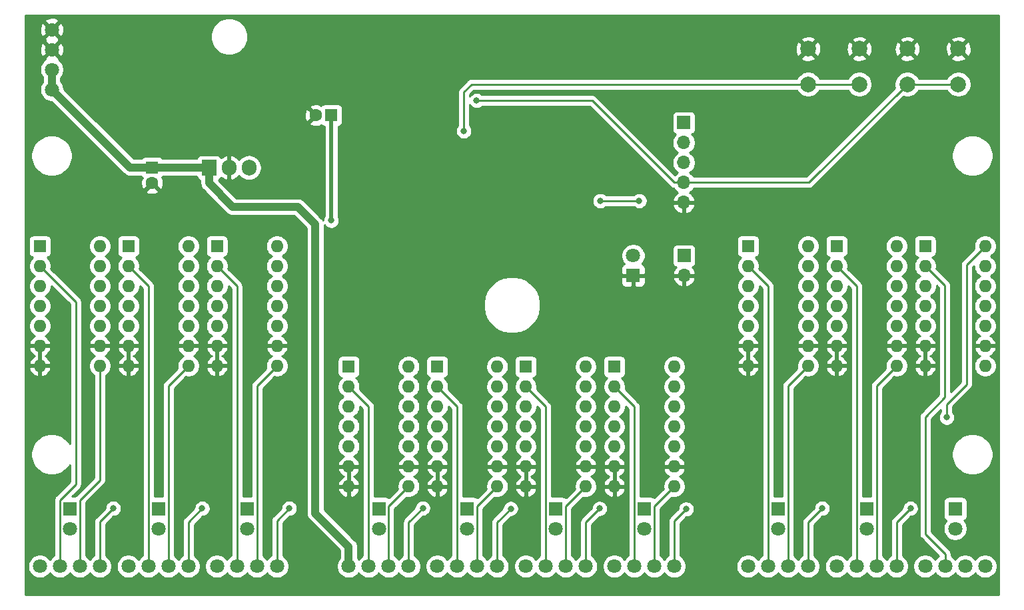
<source format=gbr>
G04 #@! TF.GenerationSoftware,KiCad,Pcbnew,5.1.5+dfsg1-2build2*
G04 #@! TF.CreationDate,2021-04-12T07:14:12+01:00*
G04 #@! TF.ProjectId,alarm_sensors,616c6172-6d5f-4736-956e-736f72732e6b,rev?*
G04 #@! TF.SameCoordinates,Original*
G04 #@! TF.FileFunction,Copper,L2,Bot*
G04 #@! TF.FilePolarity,Positive*
%FSLAX46Y46*%
G04 Gerber Fmt 4.6, Leading zero omitted, Abs format (unit mm)*
G04 Created by KiCad (PCBNEW 5.1.5+dfsg1-2build2) date 2021-04-12 07:14:12*
%MOMM*%
%LPD*%
G04 APERTURE LIST*
%ADD10C,1.803400*%
%ADD11C,2.000000*%
%ADD12C,1.800000*%
%ADD13R,1.800000X1.800000*%
%ADD14O,1.700000X1.700000*%
%ADD15R,1.700000X1.700000*%
%ADD16O,1.600000X1.600000*%
%ADD17R,1.600000X1.600000*%
%ADD18O,1.905000X2.000000*%
%ADD19R,1.905000X2.000000*%
%ADD20C,1.600000*%
%ADD21C,0.800000*%
%ADD22C,5.000000*%
%ADD23C,0.500000*%
%ADD24C,0.250000*%
%ADD25C,1.000000*%
%ADD26C,0.254000*%
G04 APERTURE END LIST*
D10*
X172500000Y-130750000D03*
X175040000Y-130750000D03*
X177580000Y-130750000D03*
X180120000Y-130750000D03*
X84025900Y-70064900D03*
X84025900Y-67524900D03*
X84025900Y-64984900D03*
X84025900Y-62444900D03*
X129370000Y-130750000D03*
X126830000Y-130750000D03*
X124290000Y-130750000D03*
X121750000Y-130750000D03*
X82500000Y-130750000D03*
X85040000Y-130750000D03*
X87580000Y-130750000D03*
X90120000Y-130750000D03*
D11*
X186626800Y-64896000D03*
X186626800Y-69396000D03*
X180126800Y-64896000D03*
X180126800Y-69396000D03*
D12*
X157901800Y-91197700D03*
D13*
X157901800Y-93737700D03*
D12*
X198821200Y-125957600D03*
D13*
X198821200Y-123417600D03*
D12*
X187556300Y-125957600D03*
D13*
X187556300Y-123417600D03*
D12*
X176316800Y-125957600D03*
D13*
X176316800Y-123417600D03*
D12*
X159298800Y-125957600D03*
D13*
X159298800Y-123417600D03*
D12*
X148072000Y-125957600D03*
D13*
X148072000Y-123417600D03*
D12*
X136794400Y-125957600D03*
D13*
X136794400Y-123417600D03*
D12*
X125567600Y-125957600D03*
D13*
X125567600Y-123417600D03*
D12*
X108829000Y-125957600D03*
D13*
X108829000Y-123417600D03*
D12*
X97551400Y-125957600D03*
D13*
X97551400Y-123417600D03*
D12*
X86299200Y-125957600D03*
D13*
X86299200Y-123417600D03*
D11*
X199225200Y-64896000D03*
X199225200Y-69396000D03*
X192725200Y-64896000D03*
X192725200Y-69396000D03*
D14*
X164366100Y-93750400D03*
D15*
X164366100Y-91210400D03*
D14*
X164328000Y-84454000D03*
X164328000Y-81914000D03*
X164328000Y-79374000D03*
X164328000Y-76834000D03*
D15*
X164328000Y-74294000D03*
D16*
X101370000Y-90000000D03*
X93750000Y-105240000D03*
X101370000Y-92540000D03*
X93750000Y-102700000D03*
X101370000Y-95080000D03*
X93750000Y-100160000D03*
X101370000Y-97620000D03*
X93750000Y-97620000D03*
X101370000Y-100160000D03*
X93750000Y-95080000D03*
X101370000Y-102700000D03*
X93750000Y-92540000D03*
X101370000Y-105240000D03*
D17*
X93750000Y-90000000D03*
D16*
X163120000Y-105345000D03*
X155500000Y-120585000D03*
X163120000Y-107885000D03*
X155500000Y-118045000D03*
X163120000Y-110425000D03*
X155500000Y-115505000D03*
X163120000Y-112965000D03*
X155500000Y-112965000D03*
X163120000Y-115505000D03*
X155500000Y-110425000D03*
X163120000Y-118045000D03*
X155500000Y-107885000D03*
X163120000Y-120585000D03*
D17*
X155500000Y-105345000D03*
D16*
X202620000Y-90000000D03*
X195000000Y-105240000D03*
X202620000Y-92540000D03*
X195000000Y-102700000D03*
X202620000Y-95080000D03*
X195000000Y-100160000D03*
X202620000Y-97620000D03*
X195000000Y-97620000D03*
X202620000Y-100160000D03*
X195000000Y-95080000D03*
X202620000Y-102700000D03*
X195000000Y-92540000D03*
X202620000Y-105240000D03*
D17*
X195000000Y-90000000D03*
D16*
X191370000Y-90000000D03*
X183750000Y-105240000D03*
X191370000Y-92540000D03*
X183750000Y-102700000D03*
X191370000Y-95080000D03*
X183750000Y-100160000D03*
X191370000Y-97620000D03*
X183750000Y-97620000D03*
X191370000Y-100160000D03*
X183750000Y-95080000D03*
X191370000Y-102700000D03*
X183750000Y-92540000D03*
X191370000Y-105240000D03*
D17*
X183750000Y-90000000D03*
D16*
X140620000Y-105345000D03*
X133000000Y-120585000D03*
X140620000Y-107885000D03*
X133000000Y-118045000D03*
X140620000Y-110425000D03*
X133000000Y-115505000D03*
X140620000Y-112965000D03*
X133000000Y-112965000D03*
X140620000Y-115505000D03*
X133000000Y-110425000D03*
X140620000Y-118045000D03*
X133000000Y-107885000D03*
X140620000Y-120585000D03*
D17*
X133000000Y-105345000D03*
D16*
X180120000Y-90000000D03*
X172500000Y-105240000D03*
X180120000Y-92540000D03*
X172500000Y-102700000D03*
X180120000Y-95080000D03*
X172500000Y-100160000D03*
X180120000Y-97620000D03*
X172500000Y-97620000D03*
X180120000Y-100160000D03*
X172500000Y-95080000D03*
X180120000Y-102700000D03*
X172500000Y-92540000D03*
X180120000Y-105240000D03*
D17*
X172500000Y-90000000D03*
D16*
X112620000Y-90000000D03*
X105000000Y-105240000D03*
X112620000Y-92540000D03*
X105000000Y-102700000D03*
X112620000Y-95080000D03*
X105000000Y-100160000D03*
X112620000Y-97620000D03*
X105000000Y-97620000D03*
X112620000Y-100160000D03*
X105000000Y-95080000D03*
X112620000Y-102700000D03*
X105000000Y-92540000D03*
X112620000Y-105240000D03*
D17*
X105000000Y-90000000D03*
D16*
X129370000Y-105345000D03*
X121750000Y-120585000D03*
X129370000Y-107885000D03*
X121750000Y-118045000D03*
X129370000Y-110425000D03*
X121750000Y-115505000D03*
X129370000Y-112965000D03*
X121750000Y-112965000D03*
X129370000Y-115505000D03*
X121750000Y-110425000D03*
X129370000Y-118045000D03*
X121750000Y-107885000D03*
X129370000Y-120585000D03*
D17*
X121750000Y-105345000D03*
D16*
X151870000Y-105345000D03*
X144250000Y-120585000D03*
X151870000Y-107885000D03*
X144250000Y-118045000D03*
X151870000Y-110425000D03*
X144250000Y-115505000D03*
X151870000Y-112965000D03*
X144250000Y-112965000D03*
X151870000Y-115505000D03*
X144250000Y-110425000D03*
X151870000Y-118045000D03*
X144250000Y-107885000D03*
X151870000Y-120585000D03*
D17*
X144250000Y-105345000D03*
D10*
X93750000Y-130750000D03*
X96290000Y-130750000D03*
X98830000Y-130750000D03*
X101370000Y-130750000D03*
X163120000Y-130750000D03*
X160580000Y-130750000D03*
X158040000Y-130750000D03*
X155500000Y-130750000D03*
X195000000Y-130750000D03*
X197540000Y-130750000D03*
X200080000Y-130750000D03*
X202620000Y-130750000D03*
X183750000Y-130750000D03*
X186290000Y-130750000D03*
X188830000Y-130750000D03*
X191370000Y-130750000D03*
X140620000Y-130750000D03*
X138080000Y-130750000D03*
X135540000Y-130750000D03*
X133000000Y-130750000D03*
X105000000Y-130750000D03*
X107540000Y-130750000D03*
X110080000Y-130750000D03*
X112620000Y-130750000D03*
X151870000Y-130750000D03*
X149330000Y-130750000D03*
X146790000Y-130750000D03*
X144250000Y-130750000D03*
D16*
X90120000Y-90000000D03*
X82500000Y-105240000D03*
X90120000Y-92540000D03*
X82500000Y-102700000D03*
X90120000Y-95080000D03*
X82500000Y-100160000D03*
X90120000Y-97620000D03*
X82500000Y-97620000D03*
X90120000Y-100160000D03*
X82500000Y-95080000D03*
X90120000Y-102700000D03*
X82500000Y-92540000D03*
X90120000Y-105240000D03*
D17*
X82500000Y-90000000D03*
D18*
X109080000Y-80000000D03*
X106540000Y-80000000D03*
D19*
X104000000Y-80000000D03*
D17*
X119535100Y-73341500D03*
D20*
X117535100Y-73341500D03*
D17*
X96750000Y-80000000D03*
D20*
X96750000Y-82000000D03*
D21*
X154472800Y-67715400D03*
X119522400Y-86740000D03*
X136362600Y-75335400D03*
X158663800Y-84225400D03*
X153710800Y-84225400D03*
X138000900Y-71461900D03*
D22*
X141506100Y-75157600D03*
D21*
X91823700Y-123379500D03*
X103114000Y-123379500D03*
X114188400Y-123366800D03*
X131168300Y-123354100D03*
X142344300Y-123404900D03*
X153621900Y-123392200D03*
X164620100Y-123468400D03*
X181892100Y-123366800D03*
X193131600Y-123379500D03*
X197741700Y-111797100D03*
D23*
X119522400Y-73354200D02*
X119535100Y-73341500D01*
X119522400Y-86740000D02*
X119522400Y-73354200D01*
D24*
X90120000Y-125083200D02*
X91823700Y-123379500D01*
X90120000Y-130750000D02*
X90120000Y-125083200D01*
X90120000Y-105240000D02*
X90120000Y-119774600D01*
X87580000Y-122314600D02*
X87580000Y-130750000D01*
X90120000Y-119774600D02*
X87580000Y-122314600D01*
D25*
X96750000Y-80000000D02*
X104000000Y-80000000D01*
X104000000Y-80000000D02*
X104000000Y-82000000D01*
X104000000Y-82000000D02*
X107000000Y-85000000D01*
X115250000Y-85000000D02*
X107000000Y-85000000D01*
X117500000Y-87250000D02*
X115250000Y-85000000D01*
X121750000Y-130750000D02*
X121750000Y-128250000D01*
X121750000Y-128250000D02*
X117500000Y-124000000D01*
X117500000Y-124000000D02*
X117500000Y-87250000D01*
X93961000Y-80000000D02*
X84025900Y-70064900D01*
X96750000Y-80000000D02*
X93961000Y-80000000D01*
X84025900Y-67524900D02*
X84025900Y-70064900D01*
D24*
X87048500Y-97088500D02*
X82500000Y-92540000D01*
X87048500Y-120306100D02*
X87048500Y-97088500D01*
X85040000Y-122314600D02*
X87048500Y-120306100D01*
X85040000Y-130750000D02*
X85040000Y-122314600D01*
X96290000Y-95080000D02*
X93750000Y-92540000D01*
X96290000Y-130750000D02*
X96290000Y-95080000D01*
X124290000Y-110425000D02*
X121750000Y-107885000D01*
X98830000Y-107780000D02*
X101370000Y-105240000D01*
X98830000Y-130750000D02*
X98830000Y-107780000D01*
X107540000Y-95080000D02*
X105000000Y-92540000D01*
X107540000Y-130750000D02*
X107540000Y-95080000D01*
X110080000Y-107780000D02*
X112620000Y-105240000D01*
X110080000Y-130750000D02*
X110080000Y-107780000D01*
X124290000Y-130750000D02*
X124290000Y-110412800D01*
X126830000Y-123125000D02*
X129370000Y-120585000D01*
X126830000Y-130750000D02*
X126830000Y-123125000D01*
X135540000Y-110425000D02*
X133000000Y-107885000D01*
X135540000Y-130750000D02*
X135540000Y-110425000D01*
X138080000Y-123125000D02*
X140620000Y-120585000D01*
X138080000Y-130750000D02*
X138080000Y-123125000D01*
X146790000Y-110425000D02*
X144250000Y-107885000D01*
X146790000Y-130750000D02*
X146790000Y-110425000D01*
X149330000Y-123125000D02*
X151870000Y-120585000D01*
X149330000Y-130750000D02*
X149330000Y-123125000D01*
X158040000Y-110425000D02*
X155500000Y-107885000D01*
X158040000Y-130750000D02*
X158040000Y-110425000D01*
X160580000Y-123125000D02*
X160580000Y-130750000D01*
X163120000Y-120585000D02*
X160580000Y-123125000D01*
X175040000Y-95080000D02*
X172500000Y-92540000D01*
X175040000Y-130750000D02*
X175040000Y-95080000D01*
X177580000Y-107780000D02*
X180120000Y-105240000D01*
X177580000Y-130750000D02*
X177580000Y-107780000D01*
X186290000Y-95080000D02*
X183750000Y-92540000D01*
X186290000Y-130750000D02*
X186290000Y-95080000D01*
X188830000Y-107780000D02*
X191370000Y-105240000D01*
X188830000Y-130750000D02*
X188830000Y-107780000D01*
X196165001Y-93665001D02*
X196125001Y-93665001D01*
X197500000Y-95000000D02*
X196165001Y-93665001D01*
X197500000Y-109232100D02*
X197500000Y-95000000D01*
X194998500Y-111733600D02*
X197500000Y-109232100D01*
X196125001Y-93665001D02*
X195000000Y-92540000D01*
X194998500Y-126643400D02*
X194998500Y-111733600D01*
X197540000Y-129184900D02*
X194998500Y-126643400D01*
X197540000Y-130750000D02*
X197540000Y-129184900D01*
X101370000Y-125123500D02*
X103114000Y-123379500D01*
X101370000Y-130750000D02*
X101370000Y-125123500D01*
X112620000Y-124935200D02*
X114188400Y-123366800D01*
X112620000Y-130750000D02*
X112620000Y-124935200D01*
X129370000Y-125152400D02*
X131168300Y-123354100D01*
X129370000Y-130750000D02*
X129370000Y-125152400D01*
X140620000Y-125129200D02*
X142344300Y-123404900D01*
X140620000Y-130750000D02*
X140620000Y-125129200D01*
X151870000Y-125144100D02*
X153621900Y-123392200D01*
X151870000Y-130750000D02*
X151870000Y-125144100D01*
X163120000Y-124968500D02*
X164620100Y-123468400D01*
X163120000Y-130750000D02*
X163120000Y-124968500D01*
X180120000Y-125138900D02*
X181892100Y-123366800D01*
X180120000Y-130750000D02*
X180120000Y-125138900D01*
X191370000Y-125141100D02*
X193131600Y-123379500D01*
X191370000Y-130750000D02*
X191370000Y-125141100D01*
X200281700Y-92338300D02*
X202620000Y-90000000D01*
X200281700Y-107580700D02*
X200281700Y-92338300D01*
X197741700Y-110120700D02*
X200281700Y-107580700D01*
X197741700Y-111797100D02*
X197741700Y-110120700D01*
X152673819Y-71461900D02*
X138000900Y-71461900D01*
X163125919Y-81914000D02*
X152673819Y-71461900D01*
X164328000Y-81914000D02*
X163125919Y-81914000D01*
X192725200Y-69396000D02*
X199225200Y-69396000D01*
X164328000Y-81914000D02*
X180207200Y-81914000D01*
X180207200Y-81914000D02*
X192725200Y-69396000D01*
X158663800Y-84225400D02*
X153710800Y-84225400D01*
X136362600Y-70395100D02*
X136362600Y-75335400D01*
X137353200Y-69404500D02*
X136362600Y-70395100D01*
X180118300Y-69404500D02*
X137353200Y-69404500D01*
X180126800Y-69396000D02*
X180118300Y-69404500D01*
X180126800Y-69396000D02*
X186626800Y-69396000D01*
D26*
G36*
X204340000Y-134340000D02*
G01*
X80660000Y-134340000D01*
X80660000Y-130598648D01*
X80963300Y-130598648D01*
X80963300Y-130901352D01*
X81022355Y-131198239D01*
X81138195Y-131477900D01*
X81306368Y-131729589D01*
X81520411Y-131943632D01*
X81772100Y-132111805D01*
X82051761Y-132227645D01*
X82348648Y-132286700D01*
X82651352Y-132286700D01*
X82948239Y-132227645D01*
X83227900Y-132111805D01*
X83479589Y-131943632D01*
X83693632Y-131729589D01*
X83770000Y-131615296D01*
X83846368Y-131729589D01*
X84060411Y-131943632D01*
X84312100Y-132111805D01*
X84591761Y-132227645D01*
X84888648Y-132286700D01*
X85191352Y-132286700D01*
X85488239Y-132227645D01*
X85767900Y-132111805D01*
X86019589Y-131943632D01*
X86233632Y-131729589D01*
X86310000Y-131615296D01*
X86386368Y-131729589D01*
X86600411Y-131943632D01*
X86852100Y-132111805D01*
X87131761Y-132227645D01*
X87428648Y-132286700D01*
X87731352Y-132286700D01*
X88028239Y-132227645D01*
X88307900Y-132111805D01*
X88559589Y-131943632D01*
X88773632Y-131729589D01*
X88850000Y-131615296D01*
X88926368Y-131729589D01*
X89140411Y-131943632D01*
X89392100Y-132111805D01*
X89671761Y-132227645D01*
X89968648Y-132286700D01*
X90271352Y-132286700D01*
X90568239Y-132227645D01*
X90847900Y-132111805D01*
X91099589Y-131943632D01*
X91313632Y-131729589D01*
X91481805Y-131477900D01*
X91597645Y-131198239D01*
X91656700Y-130901352D01*
X91656700Y-130598648D01*
X92213300Y-130598648D01*
X92213300Y-130901352D01*
X92272355Y-131198239D01*
X92388195Y-131477900D01*
X92556368Y-131729589D01*
X92770411Y-131943632D01*
X93022100Y-132111805D01*
X93301761Y-132227645D01*
X93598648Y-132286700D01*
X93901352Y-132286700D01*
X94198239Y-132227645D01*
X94477900Y-132111805D01*
X94729589Y-131943632D01*
X94943632Y-131729589D01*
X95020000Y-131615296D01*
X95096368Y-131729589D01*
X95310411Y-131943632D01*
X95562100Y-132111805D01*
X95841761Y-132227645D01*
X96138648Y-132286700D01*
X96441352Y-132286700D01*
X96738239Y-132227645D01*
X97017900Y-132111805D01*
X97269589Y-131943632D01*
X97483632Y-131729589D01*
X97560000Y-131615296D01*
X97636368Y-131729589D01*
X97850411Y-131943632D01*
X98102100Y-132111805D01*
X98381761Y-132227645D01*
X98678648Y-132286700D01*
X98981352Y-132286700D01*
X99278239Y-132227645D01*
X99557900Y-132111805D01*
X99809589Y-131943632D01*
X100023632Y-131729589D01*
X100100000Y-131615296D01*
X100176368Y-131729589D01*
X100390411Y-131943632D01*
X100642100Y-132111805D01*
X100921761Y-132227645D01*
X101218648Y-132286700D01*
X101521352Y-132286700D01*
X101818239Y-132227645D01*
X102097900Y-132111805D01*
X102349589Y-131943632D01*
X102563632Y-131729589D01*
X102731805Y-131477900D01*
X102847645Y-131198239D01*
X102906700Y-130901352D01*
X102906700Y-130598648D01*
X103463300Y-130598648D01*
X103463300Y-130901352D01*
X103522355Y-131198239D01*
X103638195Y-131477900D01*
X103806368Y-131729589D01*
X104020411Y-131943632D01*
X104272100Y-132111805D01*
X104551761Y-132227645D01*
X104848648Y-132286700D01*
X105151352Y-132286700D01*
X105448239Y-132227645D01*
X105727900Y-132111805D01*
X105979589Y-131943632D01*
X106193632Y-131729589D01*
X106270000Y-131615296D01*
X106346368Y-131729589D01*
X106560411Y-131943632D01*
X106812100Y-132111805D01*
X107091761Y-132227645D01*
X107388648Y-132286700D01*
X107691352Y-132286700D01*
X107988239Y-132227645D01*
X108267900Y-132111805D01*
X108519589Y-131943632D01*
X108733632Y-131729589D01*
X108810000Y-131615296D01*
X108886368Y-131729589D01*
X109100411Y-131943632D01*
X109352100Y-132111805D01*
X109631761Y-132227645D01*
X109928648Y-132286700D01*
X110231352Y-132286700D01*
X110528239Y-132227645D01*
X110807900Y-132111805D01*
X111059589Y-131943632D01*
X111273632Y-131729589D01*
X111350000Y-131615296D01*
X111426368Y-131729589D01*
X111640411Y-131943632D01*
X111892100Y-132111805D01*
X112171761Y-132227645D01*
X112468648Y-132286700D01*
X112771352Y-132286700D01*
X113068239Y-132227645D01*
X113347900Y-132111805D01*
X113599589Y-131943632D01*
X113813632Y-131729589D01*
X113981805Y-131477900D01*
X114097645Y-131198239D01*
X114156700Y-130901352D01*
X114156700Y-130598648D01*
X114097645Y-130301761D01*
X113981805Y-130022100D01*
X113813632Y-129770411D01*
X113599589Y-129556368D01*
X113380000Y-129409644D01*
X113380000Y-125250001D01*
X114228202Y-124401800D01*
X114290339Y-124401800D01*
X114490298Y-124362026D01*
X114678656Y-124284005D01*
X114848174Y-124170737D01*
X114992337Y-124026574D01*
X115105605Y-123857056D01*
X115183626Y-123668698D01*
X115223400Y-123468739D01*
X115223400Y-123264861D01*
X115183626Y-123064902D01*
X115105605Y-122876544D01*
X114992337Y-122707026D01*
X114848174Y-122562863D01*
X114678656Y-122449595D01*
X114490298Y-122371574D01*
X114290339Y-122331800D01*
X114086461Y-122331800D01*
X113886502Y-122371574D01*
X113698144Y-122449595D01*
X113528626Y-122562863D01*
X113384463Y-122707026D01*
X113271195Y-122876544D01*
X113193174Y-123064902D01*
X113153400Y-123264861D01*
X113153400Y-123326998D01*
X112108998Y-124371401D01*
X112080000Y-124395199D01*
X112056202Y-124424197D01*
X112056201Y-124424198D01*
X111985026Y-124510924D01*
X111914454Y-124642954D01*
X111892714Y-124714624D01*
X111870998Y-124786214D01*
X111860001Y-124897867D01*
X111856324Y-124935200D01*
X111860001Y-124972532D01*
X111860000Y-129409643D01*
X111640411Y-129556368D01*
X111426368Y-129770411D01*
X111350000Y-129884704D01*
X111273632Y-129770411D01*
X111059589Y-129556368D01*
X110840000Y-129409644D01*
X110840000Y-108094801D01*
X112296114Y-106638688D01*
X112478665Y-106675000D01*
X112761335Y-106675000D01*
X113038574Y-106619853D01*
X113299727Y-106511680D01*
X113534759Y-106354637D01*
X113734637Y-106154759D01*
X113891680Y-105919727D01*
X113999853Y-105658574D01*
X114055000Y-105381335D01*
X114055000Y-105098665D01*
X113999853Y-104821426D01*
X113891680Y-104560273D01*
X113734637Y-104325241D01*
X113534759Y-104125363D01*
X113299727Y-103968320D01*
X113289135Y-103963933D01*
X113475131Y-103852385D01*
X113683519Y-103663414D01*
X113851037Y-103437420D01*
X113971246Y-103183087D01*
X114011904Y-103049039D01*
X113889915Y-102827000D01*
X112747000Y-102827000D01*
X112747000Y-102847000D01*
X112493000Y-102847000D01*
X112493000Y-102827000D01*
X111350085Y-102827000D01*
X111228096Y-103049039D01*
X111268754Y-103183087D01*
X111388963Y-103437420D01*
X111556481Y-103663414D01*
X111764869Y-103852385D01*
X111950865Y-103963933D01*
X111940273Y-103968320D01*
X111705241Y-104125363D01*
X111505363Y-104325241D01*
X111348320Y-104560273D01*
X111240147Y-104821426D01*
X111185000Y-105098665D01*
X111185000Y-105381335D01*
X111221312Y-105563886D01*
X109568998Y-107216201D01*
X109540000Y-107239999D01*
X109516202Y-107268997D01*
X109516201Y-107268998D01*
X109445026Y-107355724D01*
X109374454Y-107487754D01*
X109330998Y-107631015D01*
X109316324Y-107780000D01*
X109320001Y-107817333D01*
X109320000Y-121879528D01*
X108300000Y-121879528D01*
X108300000Y-95117322D01*
X108303676Y-95079999D01*
X108300000Y-95042676D01*
X108300000Y-95042667D01*
X108289003Y-94931014D01*
X108245546Y-94787753D01*
X108174974Y-94655724D01*
X108109320Y-94575724D01*
X108103799Y-94568996D01*
X108103795Y-94568992D01*
X108080001Y-94539999D01*
X108051008Y-94516205D01*
X106398688Y-92863886D01*
X106435000Y-92681335D01*
X106435000Y-92398665D01*
X106379853Y-92121426D01*
X106271680Y-91860273D01*
X106114637Y-91625241D01*
X105916039Y-91426643D01*
X105924482Y-91425812D01*
X106044180Y-91389502D01*
X106154494Y-91330537D01*
X106251185Y-91251185D01*
X106330537Y-91154494D01*
X106389502Y-91044180D01*
X106425812Y-90924482D01*
X106438072Y-90800000D01*
X106438072Y-89858665D01*
X111185000Y-89858665D01*
X111185000Y-90141335D01*
X111240147Y-90418574D01*
X111348320Y-90679727D01*
X111505363Y-90914759D01*
X111705241Y-91114637D01*
X111937759Y-91270000D01*
X111705241Y-91425363D01*
X111505363Y-91625241D01*
X111348320Y-91860273D01*
X111240147Y-92121426D01*
X111185000Y-92398665D01*
X111185000Y-92681335D01*
X111240147Y-92958574D01*
X111348320Y-93219727D01*
X111505363Y-93454759D01*
X111705241Y-93654637D01*
X111937759Y-93810000D01*
X111705241Y-93965363D01*
X111505363Y-94165241D01*
X111348320Y-94400273D01*
X111240147Y-94661426D01*
X111185000Y-94938665D01*
X111185000Y-95221335D01*
X111240147Y-95498574D01*
X111348320Y-95759727D01*
X111505363Y-95994759D01*
X111705241Y-96194637D01*
X111937759Y-96350000D01*
X111705241Y-96505363D01*
X111505363Y-96705241D01*
X111348320Y-96940273D01*
X111240147Y-97201426D01*
X111185000Y-97478665D01*
X111185000Y-97761335D01*
X111240147Y-98038574D01*
X111348320Y-98299727D01*
X111505363Y-98534759D01*
X111705241Y-98734637D01*
X111937759Y-98890000D01*
X111705241Y-99045363D01*
X111505363Y-99245241D01*
X111348320Y-99480273D01*
X111240147Y-99741426D01*
X111185000Y-100018665D01*
X111185000Y-100301335D01*
X111240147Y-100578574D01*
X111348320Y-100839727D01*
X111505363Y-101074759D01*
X111705241Y-101274637D01*
X111940273Y-101431680D01*
X111950865Y-101436067D01*
X111764869Y-101547615D01*
X111556481Y-101736586D01*
X111388963Y-101962580D01*
X111268754Y-102216913D01*
X111228096Y-102350961D01*
X111350085Y-102573000D01*
X112493000Y-102573000D01*
X112493000Y-102553000D01*
X112747000Y-102553000D01*
X112747000Y-102573000D01*
X113889915Y-102573000D01*
X114011904Y-102350961D01*
X113971246Y-102216913D01*
X113851037Y-101962580D01*
X113683519Y-101736586D01*
X113475131Y-101547615D01*
X113289135Y-101436067D01*
X113299727Y-101431680D01*
X113534759Y-101274637D01*
X113734637Y-101074759D01*
X113891680Y-100839727D01*
X113999853Y-100578574D01*
X114055000Y-100301335D01*
X114055000Y-100018665D01*
X113999853Y-99741426D01*
X113891680Y-99480273D01*
X113734637Y-99245241D01*
X113534759Y-99045363D01*
X113302241Y-98890000D01*
X113534759Y-98734637D01*
X113734637Y-98534759D01*
X113891680Y-98299727D01*
X113999853Y-98038574D01*
X114055000Y-97761335D01*
X114055000Y-97478665D01*
X113999853Y-97201426D01*
X113891680Y-96940273D01*
X113734637Y-96705241D01*
X113534759Y-96505363D01*
X113302241Y-96350000D01*
X113534759Y-96194637D01*
X113734637Y-95994759D01*
X113891680Y-95759727D01*
X113999853Y-95498574D01*
X114055000Y-95221335D01*
X114055000Y-94938665D01*
X113999853Y-94661426D01*
X113891680Y-94400273D01*
X113734637Y-94165241D01*
X113534759Y-93965363D01*
X113302241Y-93810000D01*
X113534759Y-93654637D01*
X113734637Y-93454759D01*
X113891680Y-93219727D01*
X113999853Y-92958574D01*
X114055000Y-92681335D01*
X114055000Y-92398665D01*
X113999853Y-92121426D01*
X113891680Y-91860273D01*
X113734637Y-91625241D01*
X113534759Y-91425363D01*
X113302241Y-91270000D01*
X113534759Y-91114637D01*
X113734637Y-90914759D01*
X113891680Y-90679727D01*
X113999853Y-90418574D01*
X114055000Y-90141335D01*
X114055000Y-89858665D01*
X113999853Y-89581426D01*
X113891680Y-89320273D01*
X113734637Y-89085241D01*
X113534759Y-88885363D01*
X113299727Y-88728320D01*
X113038574Y-88620147D01*
X112761335Y-88565000D01*
X112478665Y-88565000D01*
X112201426Y-88620147D01*
X111940273Y-88728320D01*
X111705241Y-88885363D01*
X111505363Y-89085241D01*
X111348320Y-89320273D01*
X111240147Y-89581426D01*
X111185000Y-89858665D01*
X106438072Y-89858665D01*
X106438072Y-89200000D01*
X106425812Y-89075518D01*
X106389502Y-88955820D01*
X106330537Y-88845506D01*
X106251185Y-88748815D01*
X106154494Y-88669463D01*
X106044180Y-88610498D01*
X105924482Y-88574188D01*
X105800000Y-88561928D01*
X104200000Y-88561928D01*
X104075518Y-88574188D01*
X103955820Y-88610498D01*
X103845506Y-88669463D01*
X103748815Y-88748815D01*
X103669463Y-88845506D01*
X103610498Y-88955820D01*
X103574188Y-89075518D01*
X103561928Y-89200000D01*
X103561928Y-90800000D01*
X103574188Y-90924482D01*
X103610498Y-91044180D01*
X103669463Y-91154494D01*
X103748815Y-91251185D01*
X103845506Y-91330537D01*
X103955820Y-91389502D01*
X104075518Y-91425812D01*
X104083961Y-91426643D01*
X103885363Y-91625241D01*
X103728320Y-91860273D01*
X103620147Y-92121426D01*
X103565000Y-92398665D01*
X103565000Y-92681335D01*
X103620147Y-92958574D01*
X103728320Y-93219727D01*
X103885363Y-93454759D01*
X104085241Y-93654637D01*
X104317759Y-93810000D01*
X104085241Y-93965363D01*
X103885363Y-94165241D01*
X103728320Y-94400273D01*
X103620147Y-94661426D01*
X103565000Y-94938665D01*
X103565000Y-95221335D01*
X103620147Y-95498574D01*
X103728320Y-95759727D01*
X103885363Y-95994759D01*
X104085241Y-96194637D01*
X104317759Y-96350000D01*
X104085241Y-96505363D01*
X103885363Y-96705241D01*
X103728320Y-96940273D01*
X103620147Y-97201426D01*
X103565000Y-97478665D01*
X103565000Y-97761335D01*
X103620147Y-98038574D01*
X103728320Y-98299727D01*
X103885363Y-98534759D01*
X104085241Y-98734637D01*
X104317759Y-98890000D01*
X104085241Y-99045363D01*
X103885363Y-99245241D01*
X103728320Y-99480273D01*
X103620147Y-99741426D01*
X103565000Y-100018665D01*
X103565000Y-100301335D01*
X103620147Y-100578574D01*
X103728320Y-100839727D01*
X103885363Y-101074759D01*
X104085241Y-101274637D01*
X104320273Y-101431680D01*
X104330865Y-101436067D01*
X104144869Y-101547615D01*
X103936481Y-101736586D01*
X103768963Y-101962580D01*
X103648754Y-102216913D01*
X103608096Y-102350961D01*
X103730085Y-102573000D01*
X104873000Y-102573000D01*
X104873000Y-102553000D01*
X105127000Y-102553000D01*
X105127000Y-102573000D01*
X106269915Y-102573000D01*
X106391904Y-102350961D01*
X106351246Y-102216913D01*
X106231037Y-101962580D01*
X106063519Y-101736586D01*
X105855131Y-101547615D01*
X105669135Y-101436067D01*
X105679727Y-101431680D01*
X105914759Y-101274637D01*
X106114637Y-101074759D01*
X106271680Y-100839727D01*
X106379853Y-100578574D01*
X106435000Y-100301335D01*
X106435000Y-100018665D01*
X106379853Y-99741426D01*
X106271680Y-99480273D01*
X106114637Y-99245241D01*
X105914759Y-99045363D01*
X105682241Y-98890000D01*
X105914759Y-98734637D01*
X106114637Y-98534759D01*
X106271680Y-98299727D01*
X106379853Y-98038574D01*
X106435000Y-97761335D01*
X106435000Y-97478665D01*
X106379853Y-97201426D01*
X106271680Y-96940273D01*
X106114637Y-96705241D01*
X105914759Y-96505363D01*
X105682241Y-96350000D01*
X105914759Y-96194637D01*
X106114637Y-95994759D01*
X106271680Y-95759727D01*
X106379853Y-95498574D01*
X106435000Y-95221335D01*
X106435000Y-95049803D01*
X106780001Y-95394804D01*
X106780000Y-129409643D01*
X106560411Y-129556368D01*
X106346368Y-129770411D01*
X106270000Y-129884704D01*
X106193632Y-129770411D01*
X105979589Y-129556368D01*
X105727900Y-129388195D01*
X105448239Y-129272355D01*
X105151352Y-129213300D01*
X104848648Y-129213300D01*
X104551761Y-129272355D01*
X104272100Y-129388195D01*
X104020411Y-129556368D01*
X103806368Y-129770411D01*
X103638195Y-130022100D01*
X103522355Y-130301761D01*
X103463300Y-130598648D01*
X102906700Y-130598648D01*
X102847645Y-130301761D01*
X102731805Y-130022100D01*
X102563632Y-129770411D01*
X102349589Y-129556368D01*
X102130000Y-129409644D01*
X102130000Y-125438301D01*
X103153802Y-124414500D01*
X103215939Y-124414500D01*
X103415898Y-124374726D01*
X103604256Y-124296705D01*
X103773774Y-124183437D01*
X103917937Y-124039274D01*
X104031205Y-123869756D01*
X104109226Y-123681398D01*
X104149000Y-123481439D01*
X104149000Y-123277561D01*
X104109226Y-123077602D01*
X104031205Y-122889244D01*
X103917937Y-122719726D01*
X103773774Y-122575563D01*
X103604256Y-122462295D01*
X103415898Y-122384274D01*
X103215939Y-122344500D01*
X103012061Y-122344500D01*
X102812102Y-122384274D01*
X102623744Y-122462295D01*
X102454226Y-122575563D01*
X102310063Y-122719726D01*
X102196795Y-122889244D01*
X102118774Y-123077602D01*
X102079000Y-123277561D01*
X102079000Y-123339698D01*
X100858998Y-124559701D01*
X100830000Y-124583499D01*
X100806202Y-124612497D01*
X100806201Y-124612498D01*
X100735026Y-124699224D01*
X100664454Y-124831254D01*
X100655688Y-124860153D01*
X100620998Y-124974514D01*
X100613970Y-125045867D01*
X100606324Y-125123500D01*
X100610001Y-125160832D01*
X100610000Y-129409643D01*
X100390411Y-129556368D01*
X100176368Y-129770411D01*
X100100000Y-129884704D01*
X100023632Y-129770411D01*
X99809589Y-129556368D01*
X99590000Y-129409644D01*
X99590000Y-108094801D01*
X101046114Y-106638688D01*
X101228665Y-106675000D01*
X101511335Y-106675000D01*
X101788574Y-106619853D01*
X102049727Y-106511680D01*
X102284759Y-106354637D01*
X102484637Y-106154759D01*
X102641680Y-105919727D01*
X102749853Y-105658574D01*
X102763684Y-105589039D01*
X103608096Y-105589039D01*
X103648754Y-105723087D01*
X103768963Y-105977420D01*
X103936481Y-106203414D01*
X104144869Y-106392385D01*
X104386119Y-106537070D01*
X104650960Y-106631909D01*
X104873000Y-106510624D01*
X104873000Y-105367000D01*
X105127000Y-105367000D01*
X105127000Y-106510624D01*
X105349040Y-106631909D01*
X105613881Y-106537070D01*
X105855131Y-106392385D01*
X106063519Y-106203414D01*
X106231037Y-105977420D01*
X106351246Y-105723087D01*
X106391904Y-105589039D01*
X106269915Y-105367000D01*
X105127000Y-105367000D01*
X104873000Y-105367000D01*
X103730085Y-105367000D01*
X103608096Y-105589039D01*
X102763684Y-105589039D01*
X102805000Y-105381335D01*
X102805000Y-105098665D01*
X102749853Y-104821426D01*
X102641680Y-104560273D01*
X102484637Y-104325241D01*
X102284759Y-104125363D01*
X102049727Y-103968320D01*
X102039135Y-103963933D01*
X102225131Y-103852385D01*
X102433519Y-103663414D01*
X102601037Y-103437420D01*
X102721246Y-103183087D01*
X102761904Y-103049039D01*
X103608096Y-103049039D01*
X103648754Y-103183087D01*
X103768963Y-103437420D01*
X103936481Y-103663414D01*
X104144869Y-103852385D01*
X104340982Y-103970000D01*
X104144869Y-104087615D01*
X103936481Y-104276586D01*
X103768963Y-104502580D01*
X103648754Y-104756913D01*
X103608096Y-104890961D01*
X103730085Y-105113000D01*
X104873000Y-105113000D01*
X104873000Y-102827000D01*
X105127000Y-102827000D01*
X105127000Y-105113000D01*
X106269915Y-105113000D01*
X106391904Y-104890961D01*
X106351246Y-104756913D01*
X106231037Y-104502580D01*
X106063519Y-104276586D01*
X105855131Y-104087615D01*
X105659018Y-103970000D01*
X105855131Y-103852385D01*
X106063519Y-103663414D01*
X106231037Y-103437420D01*
X106351246Y-103183087D01*
X106391904Y-103049039D01*
X106269915Y-102827000D01*
X105127000Y-102827000D01*
X104873000Y-102827000D01*
X103730085Y-102827000D01*
X103608096Y-103049039D01*
X102761904Y-103049039D01*
X102639915Y-102827000D01*
X101497000Y-102827000D01*
X101497000Y-102847000D01*
X101243000Y-102847000D01*
X101243000Y-102827000D01*
X100100085Y-102827000D01*
X99978096Y-103049039D01*
X100018754Y-103183087D01*
X100138963Y-103437420D01*
X100306481Y-103663414D01*
X100514869Y-103852385D01*
X100700865Y-103963933D01*
X100690273Y-103968320D01*
X100455241Y-104125363D01*
X100255363Y-104325241D01*
X100098320Y-104560273D01*
X99990147Y-104821426D01*
X99935000Y-105098665D01*
X99935000Y-105381335D01*
X99971312Y-105563886D01*
X98318998Y-107216201D01*
X98290000Y-107239999D01*
X98266202Y-107268997D01*
X98266201Y-107268998D01*
X98195026Y-107355724D01*
X98124454Y-107487754D01*
X98080998Y-107631015D01*
X98066324Y-107780000D01*
X98070001Y-107817333D01*
X98070000Y-121879528D01*
X97050000Y-121879528D01*
X97050000Y-95117322D01*
X97053676Y-95079999D01*
X97050000Y-95042676D01*
X97050000Y-95042667D01*
X97039003Y-94931014D01*
X96995546Y-94787753D01*
X96924974Y-94655724D01*
X96859320Y-94575724D01*
X96853799Y-94568996D01*
X96853795Y-94568992D01*
X96830001Y-94539999D01*
X96801008Y-94516205D01*
X95148688Y-92863886D01*
X95185000Y-92681335D01*
X95185000Y-92398665D01*
X95129853Y-92121426D01*
X95021680Y-91860273D01*
X94864637Y-91625241D01*
X94666039Y-91426643D01*
X94674482Y-91425812D01*
X94794180Y-91389502D01*
X94904494Y-91330537D01*
X95001185Y-91251185D01*
X95080537Y-91154494D01*
X95139502Y-91044180D01*
X95175812Y-90924482D01*
X95188072Y-90800000D01*
X95188072Y-89858665D01*
X99935000Y-89858665D01*
X99935000Y-90141335D01*
X99990147Y-90418574D01*
X100098320Y-90679727D01*
X100255363Y-90914759D01*
X100455241Y-91114637D01*
X100687759Y-91270000D01*
X100455241Y-91425363D01*
X100255363Y-91625241D01*
X100098320Y-91860273D01*
X99990147Y-92121426D01*
X99935000Y-92398665D01*
X99935000Y-92681335D01*
X99990147Y-92958574D01*
X100098320Y-93219727D01*
X100255363Y-93454759D01*
X100455241Y-93654637D01*
X100687759Y-93810000D01*
X100455241Y-93965363D01*
X100255363Y-94165241D01*
X100098320Y-94400273D01*
X99990147Y-94661426D01*
X99935000Y-94938665D01*
X99935000Y-95221335D01*
X99990147Y-95498574D01*
X100098320Y-95759727D01*
X100255363Y-95994759D01*
X100455241Y-96194637D01*
X100687759Y-96350000D01*
X100455241Y-96505363D01*
X100255363Y-96705241D01*
X100098320Y-96940273D01*
X99990147Y-97201426D01*
X99935000Y-97478665D01*
X99935000Y-97761335D01*
X99990147Y-98038574D01*
X100098320Y-98299727D01*
X100255363Y-98534759D01*
X100455241Y-98734637D01*
X100687759Y-98890000D01*
X100455241Y-99045363D01*
X100255363Y-99245241D01*
X100098320Y-99480273D01*
X99990147Y-99741426D01*
X99935000Y-100018665D01*
X99935000Y-100301335D01*
X99990147Y-100578574D01*
X100098320Y-100839727D01*
X100255363Y-101074759D01*
X100455241Y-101274637D01*
X100690273Y-101431680D01*
X100700865Y-101436067D01*
X100514869Y-101547615D01*
X100306481Y-101736586D01*
X100138963Y-101962580D01*
X100018754Y-102216913D01*
X99978096Y-102350961D01*
X100100085Y-102573000D01*
X101243000Y-102573000D01*
X101243000Y-102553000D01*
X101497000Y-102553000D01*
X101497000Y-102573000D01*
X102639915Y-102573000D01*
X102761904Y-102350961D01*
X102721246Y-102216913D01*
X102601037Y-101962580D01*
X102433519Y-101736586D01*
X102225131Y-101547615D01*
X102039135Y-101436067D01*
X102049727Y-101431680D01*
X102284759Y-101274637D01*
X102484637Y-101074759D01*
X102641680Y-100839727D01*
X102749853Y-100578574D01*
X102805000Y-100301335D01*
X102805000Y-100018665D01*
X102749853Y-99741426D01*
X102641680Y-99480273D01*
X102484637Y-99245241D01*
X102284759Y-99045363D01*
X102052241Y-98890000D01*
X102284759Y-98734637D01*
X102484637Y-98534759D01*
X102641680Y-98299727D01*
X102749853Y-98038574D01*
X102805000Y-97761335D01*
X102805000Y-97478665D01*
X102749853Y-97201426D01*
X102641680Y-96940273D01*
X102484637Y-96705241D01*
X102284759Y-96505363D01*
X102052241Y-96350000D01*
X102284759Y-96194637D01*
X102484637Y-95994759D01*
X102641680Y-95759727D01*
X102749853Y-95498574D01*
X102805000Y-95221335D01*
X102805000Y-94938665D01*
X102749853Y-94661426D01*
X102641680Y-94400273D01*
X102484637Y-94165241D01*
X102284759Y-93965363D01*
X102052241Y-93810000D01*
X102284759Y-93654637D01*
X102484637Y-93454759D01*
X102641680Y-93219727D01*
X102749853Y-92958574D01*
X102805000Y-92681335D01*
X102805000Y-92398665D01*
X102749853Y-92121426D01*
X102641680Y-91860273D01*
X102484637Y-91625241D01*
X102284759Y-91425363D01*
X102052241Y-91270000D01*
X102284759Y-91114637D01*
X102484637Y-90914759D01*
X102641680Y-90679727D01*
X102749853Y-90418574D01*
X102805000Y-90141335D01*
X102805000Y-89858665D01*
X102749853Y-89581426D01*
X102641680Y-89320273D01*
X102484637Y-89085241D01*
X102284759Y-88885363D01*
X102049727Y-88728320D01*
X101788574Y-88620147D01*
X101511335Y-88565000D01*
X101228665Y-88565000D01*
X100951426Y-88620147D01*
X100690273Y-88728320D01*
X100455241Y-88885363D01*
X100255363Y-89085241D01*
X100098320Y-89320273D01*
X99990147Y-89581426D01*
X99935000Y-89858665D01*
X95188072Y-89858665D01*
X95188072Y-89200000D01*
X95175812Y-89075518D01*
X95139502Y-88955820D01*
X95080537Y-88845506D01*
X95001185Y-88748815D01*
X94904494Y-88669463D01*
X94794180Y-88610498D01*
X94674482Y-88574188D01*
X94550000Y-88561928D01*
X92950000Y-88561928D01*
X92825518Y-88574188D01*
X92705820Y-88610498D01*
X92595506Y-88669463D01*
X92498815Y-88748815D01*
X92419463Y-88845506D01*
X92360498Y-88955820D01*
X92324188Y-89075518D01*
X92311928Y-89200000D01*
X92311928Y-90800000D01*
X92324188Y-90924482D01*
X92360498Y-91044180D01*
X92419463Y-91154494D01*
X92498815Y-91251185D01*
X92595506Y-91330537D01*
X92705820Y-91389502D01*
X92825518Y-91425812D01*
X92833961Y-91426643D01*
X92635363Y-91625241D01*
X92478320Y-91860273D01*
X92370147Y-92121426D01*
X92315000Y-92398665D01*
X92315000Y-92681335D01*
X92370147Y-92958574D01*
X92478320Y-93219727D01*
X92635363Y-93454759D01*
X92835241Y-93654637D01*
X93067759Y-93810000D01*
X92835241Y-93965363D01*
X92635363Y-94165241D01*
X92478320Y-94400273D01*
X92370147Y-94661426D01*
X92315000Y-94938665D01*
X92315000Y-95221335D01*
X92370147Y-95498574D01*
X92478320Y-95759727D01*
X92635363Y-95994759D01*
X92835241Y-96194637D01*
X93067759Y-96350000D01*
X92835241Y-96505363D01*
X92635363Y-96705241D01*
X92478320Y-96940273D01*
X92370147Y-97201426D01*
X92315000Y-97478665D01*
X92315000Y-97761335D01*
X92370147Y-98038574D01*
X92478320Y-98299727D01*
X92635363Y-98534759D01*
X92835241Y-98734637D01*
X93067759Y-98890000D01*
X92835241Y-99045363D01*
X92635363Y-99245241D01*
X92478320Y-99480273D01*
X92370147Y-99741426D01*
X92315000Y-100018665D01*
X92315000Y-100301335D01*
X92370147Y-100578574D01*
X92478320Y-100839727D01*
X92635363Y-101074759D01*
X92835241Y-101274637D01*
X93070273Y-101431680D01*
X93080865Y-101436067D01*
X92894869Y-101547615D01*
X92686481Y-101736586D01*
X92518963Y-101962580D01*
X92398754Y-102216913D01*
X92358096Y-102350961D01*
X92480085Y-102573000D01*
X93623000Y-102573000D01*
X93623000Y-102553000D01*
X93877000Y-102553000D01*
X93877000Y-102573000D01*
X95019915Y-102573000D01*
X95141904Y-102350961D01*
X95101246Y-102216913D01*
X94981037Y-101962580D01*
X94813519Y-101736586D01*
X94605131Y-101547615D01*
X94419135Y-101436067D01*
X94429727Y-101431680D01*
X94664759Y-101274637D01*
X94864637Y-101074759D01*
X95021680Y-100839727D01*
X95129853Y-100578574D01*
X95185000Y-100301335D01*
X95185000Y-100018665D01*
X95129853Y-99741426D01*
X95021680Y-99480273D01*
X94864637Y-99245241D01*
X94664759Y-99045363D01*
X94432241Y-98890000D01*
X94664759Y-98734637D01*
X94864637Y-98534759D01*
X95021680Y-98299727D01*
X95129853Y-98038574D01*
X95185000Y-97761335D01*
X95185000Y-97478665D01*
X95129853Y-97201426D01*
X95021680Y-96940273D01*
X94864637Y-96705241D01*
X94664759Y-96505363D01*
X94432241Y-96350000D01*
X94664759Y-96194637D01*
X94864637Y-95994759D01*
X95021680Y-95759727D01*
X95129853Y-95498574D01*
X95185000Y-95221335D01*
X95185000Y-95049803D01*
X95530001Y-95394804D01*
X95530000Y-129409643D01*
X95310411Y-129556368D01*
X95096368Y-129770411D01*
X95020000Y-129884704D01*
X94943632Y-129770411D01*
X94729589Y-129556368D01*
X94477900Y-129388195D01*
X94198239Y-129272355D01*
X93901352Y-129213300D01*
X93598648Y-129213300D01*
X93301761Y-129272355D01*
X93022100Y-129388195D01*
X92770411Y-129556368D01*
X92556368Y-129770411D01*
X92388195Y-130022100D01*
X92272355Y-130301761D01*
X92213300Y-130598648D01*
X91656700Y-130598648D01*
X91597645Y-130301761D01*
X91481805Y-130022100D01*
X91313632Y-129770411D01*
X91099589Y-129556368D01*
X90880000Y-129409644D01*
X90880000Y-125398001D01*
X91863502Y-124414500D01*
X91925639Y-124414500D01*
X92125598Y-124374726D01*
X92313956Y-124296705D01*
X92483474Y-124183437D01*
X92627637Y-124039274D01*
X92740905Y-123869756D01*
X92818926Y-123681398D01*
X92858700Y-123481439D01*
X92858700Y-123277561D01*
X92818926Y-123077602D01*
X92740905Y-122889244D01*
X92627637Y-122719726D01*
X92483474Y-122575563D01*
X92313956Y-122462295D01*
X92125598Y-122384274D01*
X91925639Y-122344500D01*
X91721761Y-122344500D01*
X91521802Y-122384274D01*
X91333444Y-122462295D01*
X91163926Y-122575563D01*
X91019763Y-122719726D01*
X90906495Y-122889244D01*
X90828474Y-123077602D01*
X90788700Y-123277561D01*
X90788700Y-123339698D01*
X89608998Y-124519401D01*
X89580000Y-124543199D01*
X89556202Y-124572197D01*
X89556201Y-124572198D01*
X89485026Y-124658924D01*
X89414454Y-124790954D01*
X89395981Y-124851854D01*
X89371923Y-124931167D01*
X89370998Y-124934215D01*
X89356324Y-125083200D01*
X89360001Y-125120532D01*
X89360000Y-129409643D01*
X89140411Y-129556368D01*
X88926368Y-129770411D01*
X88850000Y-129884704D01*
X88773632Y-129770411D01*
X88559589Y-129556368D01*
X88340000Y-129409644D01*
X88340000Y-122629401D01*
X90631008Y-120338395D01*
X90660001Y-120314601D01*
X90683795Y-120285608D01*
X90683799Y-120285604D01*
X90754973Y-120198877D01*
X90775366Y-120160725D01*
X90825546Y-120066847D01*
X90869003Y-119923586D01*
X90880000Y-119811933D01*
X90880000Y-119811924D01*
X90883676Y-119774601D01*
X90880000Y-119737278D01*
X90880000Y-106458043D01*
X91034759Y-106354637D01*
X91234637Y-106154759D01*
X91391680Y-105919727D01*
X91499853Y-105658574D01*
X91513684Y-105589039D01*
X92358096Y-105589039D01*
X92398754Y-105723087D01*
X92518963Y-105977420D01*
X92686481Y-106203414D01*
X92894869Y-106392385D01*
X93136119Y-106537070D01*
X93400960Y-106631909D01*
X93623000Y-106510624D01*
X93623000Y-105367000D01*
X93877000Y-105367000D01*
X93877000Y-106510624D01*
X94099040Y-106631909D01*
X94363881Y-106537070D01*
X94605131Y-106392385D01*
X94813519Y-106203414D01*
X94981037Y-105977420D01*
X95101246Y-105723087D01*
X95141904Y-105589039D01*
X95019915Y-105367000D01*
X93877000Y-105367000D01*
X93623000Y-105367000D01*
X92480085Y-105367000D01*
X92358096Y-105589039D01*
X91513684Y-105589039D01*
X91555000Y-105381335D01*
X91555000Y-105098665D01*
X91499853Y-104821426D01*
X91391680Y-104560273D01*
X91234637Y-104325241D01*
X91034759Y-104125363D01*
X90799727Y-103968320D01*
X90789135Y-103963933D01*
X90975131Y-103852385D01*
X91183519Y-103663414D01*
X91351037Y-103437420D01*
X91471246Y-103183087D01*
X91511904Y-103049039D01*
X92358096Y-103049039D01*
X92398754Y-103183087D01*
X92518963Y-103437420D01*
X92686481Y-103663414D01*
X92894869Y-103852385D01*
X93090982Y-103970000D01*
X92894869Y-104087615D01*
X92686481Y-104276586D01*
X92518963Y-104502580D01*
X92398754Y-104756913D01*
X92358096Y-104890961D01*
X92480085Y-105113000D01*
X93623000Y-105113000D01*
X93623000Y-102827000D01*
X93877000Y-102827000D01*
X93877000Y-105113000D01*
X95019915Y-105113000D01*
X95141904Y-104890961D01*
X95101246Y-104756913D01*
X94981037Y-104502580D01*
X94813519Y-104276586D01*
X94605131Y-104087615D01*
X94409018Y-103970000D01*
X94605131Y-103852385D01*
X94813519Y-103663414D01*
X94981037Y-103437420D01*
X95101246Y-103183087D01*
X95141904Y-103049039D01*
X95019915Y-102827000D01*
X93877000Y-102827000D01*
X93623000Y-102827000D01*
X92480085Y-102827000D01*
X92358096Y-103049039D01*
X91511904Y-103049039D01*
X91389915Y-102827000D01*
X90247000Y-102827000D01*
X90247000Y-102847000D01*
X89993000Y-102847000D01*
X89993000Y-102827000D01*
X88850085Y-102827000D01*
X88728096Y-103049039D01*
X88768754Y-103183087D01*
X88888963Y-103437420D01*
X89056481Y-103663414D01*
X89264869Y-103852385D01*
X89450865Y-103963933D01*
X89440273Y-103968320D01*
X89205241Y-104125363D01*
X89005363Y-104325241D01*
X88848320Y-104560273D01*
X88740147Y-104821426D01*
X88685000Y-105098665D01*
X88685000Y-105381335D01*
X88740147Y-105658574D01*
X88848320Y-105919727D01*
X89005363Y-106154759D01*
X89205241Y-106354637D01*
X89360000Y-106458043D01*
X89360001Y-119459796D01*
X87069003Y-121750796D01*
X87039999Y-121774599D01*
X86984871Y-121841774D01*
X86953886Y-121879528D01*
X86549873Y-121879528D01*
X87559504Y-120869898D01*
X87588501Y-120846101D01*
X87680511Y-120733987D01*
X87683474Y-120730377D01*
X87754046Y-120598347D01*
X87758094Y-120585001D01*
X87797503Y-120455086D01*
X87808500Y-120343433D01*
X87808500Y-120343423D01*
X87812176Y-120306100D01*
X87808500Y-120268777D01*
X87808500Y-97125822D01*
X87812176Y-97088499D01*
X87808500Y-97051176D01*
X87808500Y-97051167D01*
X87797503Y-96939514D01*
X87754046Y-96796253D01*
X87683474Y-96664224D01*
X87670311Y-96648185D01*
X87612299Y-96577496D01*
X87612295Y-96577492D01*
X87588501Y-96548499D01*
X87559508Y-96524705D01*
X83898688Y-92863886D01*
X83935000Y-92681335D01*
X83935000Y-92398665D01*
X83879853Y-92121426D01*
X83771680Y-91860273D01*
X83614637Y-91625241D01*
X83416039Y-91426643D01*
X83424482Y-91425812D01*
X83544180Y-91389502D01*
X83654494Y-91330537D01*
X83751185Y-91251185D01*
X83830537Y-91154494D01*
X83889502Y-91044180D01*
X83925812Y-90924482D01*
X83938072Y-90800000D01*
X83938072Y-89858665D01*
X88685000Y-89858665D01*
X88685000Y-90141335D01*
X88740147Y-90418574D01*
X88848320Y-90679727D01*
X89005363Y-90914759D01*
X89205241Y-91114637D01*
X89437759Y-91270000D01*
X89205241Y-91425363D01*
X89005363Y-91625241D01*
X88848320Y-91860273D01*
X88740147Y-92121426D01*
X88685000Y-92398665D01*
X88685000Y-92681335D01*
X88740147Y-92958574D01*
X88848320Y-93219727D01*
X89005363Y-93454759D01*
X89205241Y-93654637D01*
X89437759Y-93810000D01*
X89205241Y-93965363D01*
X89005363Y-94165241D01*
X88848320Y-94400273D01*
X88740147Y-94661426D01*
X88685000Y-94938665D01*
X88685000Y-95221335D01*
X88740147Y-95498574D01*
X88848320Y-95759727D01*
X89005363Y-95994759D01*
X89205241Y-96194637D01*
X89437759Y-96350000D01*
X89205241Y-96505363D01*
X89005363Y-96705241D01*
X88848320Y-96940273D01*
X88740147Y-97201426D01*
X88685000Y-97478665D01*
X88685000Y-97761335D01*
X88740147Y-98038574D01*
X88848320Y-98299727D01*
X89005363Y-98534759D01*
X89205241Y-98734637D01*
X89437759Y-98890000D01*
X89205241Y-99045363D01*
X89005363Y-99245241D01*
X88848320Y-99480273D01*
X88740147Y-99741426D01*
X88685000Y-100018665D01*
X88685000Y-100301335D01*
X88740147Y-100578574D01*
X88848320Y-100839727D01*
X89005363Y-101074759D01*
X89205241Y-101274637D01*
X89440273Y-101431680D01*
X89450865Y-101436067D01*
X89264869Y-101547615D01*
X89056481Y-101736586D01*
X88888963Y-101962580D01*
X88768754Y-102216913D01*
X88728096Y-102350961D01*
X88850085Y-102573000D01*
X89993000Y-102573000D01*
X89993000Y-102553000D01*
X90247000Y-102553000D01*
X90247000Y-102573000D01*
X91389915Y-102573000D01*
X91511904Y-102350961D01*
X91471246Y-102216913D01*
X91351037Y-101962580D01*
X91183519Y-101736586D01*
X90975131Y-101547615D01*
X90789135Y-101436067D01*
X90799727Y-101431680D01*
X91034759Y-101274637D01*
X91234637Y-101074759D01*
X91391680Y-100839727D01*
X91499853Y-100578574D01*
X91555000Y-100301335D01*
X91555000Y-100018665D01*
X91499853Y-99741426D01*
X91391680Y-99480273D01*
X91234637Y-99245241D01*
X91034759Y-99045363D01*
X90802241Y-98890000D01*
X91034759Y-98734637D01*
X91234637Y-98534759D01*
X91391680Y-98299727D01*
X91499853Y-98038574D01*
X91555000Y-97761335D01*
X91555000Y-97478665D01*
X91499853Y-97201426D01*
X91391680Y-96940273D01*
X91234637Y-96705241D01*
X91034759Y-96505363D01*
X90802241Y-96350000D01*
X91034759Y-96194637D01*
X91234637Y-95994759D01*
X91391680Y-95759727D01*
X91499853Y-95498574D01*
X91555000Y-95221335D01*
X91555000Y-94938665D01*
X91499853Y-94661426D01*
X91391680Y-94400273D01*
X91234637Y-94165241D01*
X91034759Y-93965363D01*
X90802241Y-93810000D01*
X91034759Y-93654637D01*
X91234637Y-93454759D01*
X91391680Y-93219727D01*
X91499853Y-92958574D01*
X91555000Y-92681335D01*
X91555000Y-92398665D01*
X91499853Y-92121426D01*
X91391680Y-91860273D01*
X91234637Y-91625241D01*
X91034759Y-91425363D01*
X90802241Y-91270000D01*
X91034759Y-91114637D01*
X91234637Y-90914759D01*
X91391680Y-90679727D01*
X91499853Y-90418574D01*
X91555000Y-90141335D01*
X91555000Y-89858665D01*
X91499853Y-89581426D01*
X91391680Y-89320273D01*
X91234637Y-89085241D01*
X91034759Y-88885363D01*
X90799727Y-88728320D01*
X90538574Y-88620147D01*
X90261335Y-88565000D01*
X89978665Y-88565000D01*
X89701426Y-88620147D01*
X89440273Y-88728320D01*
X89205241Y-88885363D01*
X89005363Y-89085241D01*
X88848320Y-89320273D01*
X88740147Y-89581426D01*
X88685000Y-89858665D01*
X83938072Y-89858665D01*
X83938072Y-89200000D01*
X83925812Y-89075518D01*
X83889502Y-88955820D01*
X83830537Y-88845506D01*
X83751185Y-88748815D01*
X83654494Y-88669463D01*
X83544180Y-88610498D01*
X83424482Y-88574188D01*
X83300000Y-88561928D01*
X81700000Y-88561928D01*
X81575518Y-88574188D01*
X81455820Y-88610498D01*
X81345506Y-88669463D01*
X81248815Y-88748815D01*
X81169463Y-88845506D01*
X81110498Y-88955820D01*
X81074188Y-89075518D01*
X81061928Y-89200000D01*
X81061928Y-90800000D01*
X81074188Y-90924482D01*
X81110498Y-91044180D01*
X81169463Y-91154494D01*
X81248815Y-91251185D01*
X81345506Y-91330537D01*
X81455820Y-91389502D01*
X81575518Y-91425812D01*
X81583961Y-91426643D01*
X81385363Y-91625241D01*
X81228320Y-91860273D01*
X81120147Y-92121426D01*
X81065000Y-92398665D01*
X81065000Y-92681335D01*
X81120147Y-92958574D01*
X81228320Y-93219727D01*
X81385363Y-93454759D01*
X81585241Y-93654637D01*
X81817759Y-93810000D01*
X81585241Y-93965363D01*
X81385363Y-94165241D01*
X81228320Y-94400273D01*
X81120147Y-94661426D01*
X81065000Y-94938665D01*
X81065000Y-95221335D01*
X81120147Y-95498574D01*
X81228320Y-95759727D01*
X81385363Y-95994759D01*
X81585241Y-96194637D01*
X81817759Y-96350000D01*
X81585241Y-96505363D01*
X81385363Y-96705241D01*
X81228320Y-96940273D01*
X81120147Y-97201426D01*
X81065000Y-97478665D01*
X81065000Y-97761335D01*
X81120147Y-98038574D01*
X81228320Y-98299727D01*
X81385363Y-98534759D01*
X81585241Y-98734637D01*
X81817759Y-98890000D01*
X81585241Y-99045363D01*
X81385363Y-99245241D01*
X81228320Y-99480273D01*
X81120147Y-99741426D01*
X81065000Y-100018665D01*
X81065000Y-100301335D01*
X81120147Y-100578574D01*
X81228320Y-100839727D01*
X81385363Y-101074759D01*
X81585241Y-101274637D01*
X81820273Y-101431680D01*
X81830865Y-101436067D01*
X81644869Y-101547615D01*
X81436481Y-101736586D01*
X81268963Y-101962580D01*
X81148754Y-102216913D01*
X81108096Y-102350961D01*
X81230085Y-102573000D01*
X82373000Y-102573000D01*
X82373000Y-102553000D01*
X82627000Y-102553000D01*
X82627000Y-102573000D01*
X83769915Y-102573000D01*
X83891904Y-102350961D01*
X83851246Y-102216913D01*
X83731037Y-101962580D01*
X83563519Y-101736586D01*
X83355131Y-101547615D01*
X83169135Y-101436067D01*
X83179727Y-101431680D01*
X83414759Y-101274637D01*
X83614637Y-101074759D01*
X83771680Y-100839727D01*
X83879853Y-100578574D01*
X83935000Y-100301335D01*
X83935000Y-100018665D01*
X83879853Y-99741426D01*
X83771680Y-99480273D01*
X83614637Y-99245241D01*
X83414759Y-99045363D01*
X83182241Y-98890000D01*
X83414759Y-98734637D01*
X83614637Y-98534759D01*
X83771680Y-98299727D01*
X83879853Y-98038574D01*
X83935000Y-97761335D01*
X83935000Y-97478665D01*
X83879853Y-97201426D01*
X83771680Y-96940273D01*
X83614637Y-96705241D01*
X83414759Y-96505363D01*
X83182241Y-96350000D01*
X83414759Y-96194637D01*
X83614637Y-95994759D01*
X83771680Y-95759727D01*
X83879853Y-95498574D01*
X83935000Y-95221335D01*
X83935000Y-95049802D01*
X86288501Y-97403304D01*
X86288500Y-115182107D01*
X86046738Y-114820285D01*
X85679715Y-114453262D01*
X85248141Y-114164893D01*
X84768601Y-113966261D01*
X84259525Y-113865000D01*
X83740475Y-113865000D01*
X83231399Y-113966261D01*
X82751859Y-114164893D01*
X82320285Y-114453262D01*
X81953262Y-114820285D01*
X81664893Y-115251859D01*
X81466261Y-115731399D01*
X81365000Y-116240475D01*
X81365000Y-116759525D01*
X81466261Y-117268601D01*
X81664893Y-117748141D01*
X81953262Y-118179715D01*
X82320285Y-118546738D01*
X82751859Y-118835107D01*
X83231399Y-119033739D01*
X83740475Y-119135000D01*
X84259525Y-119135000D01*
X84768601Y-119033739D01*
X85248141Y-118835107D01*
X85679715Y-118546738D01*
X86046738Y-118179715D01*
X86288500Y-117817893D01*
X86288500Y-119991298D01*
X84528998Y-121750801D01*
X84500000Y-121774599D01*
X84476202Y-121803597D01*
X84476201Y-121803598D01*
X84405026Y-121890324D01*
X84334454Y-122022354D01*
X84290998Y-122165615D01*
X84276324Y-122314600D01*
X84280001Y-122351932D01*
X84280000Y-129409643D01*
X84060411Y-129556368D01*
X83846368Y-129770411D01*
X83770000Y-129884704D01*
X83693632Y-129770411D01*
X83479589Y-129556368D01*
X83227900Y-129388195D01*
X82948239Y-129272355D01*
X82651352Y-129213300D01*
X82348648Y-129213300D01*
X82051761Y-129272355D01*
X81772100Y-129388195D01*
X81520411Y-129556368D01*
X81306368Y-129770411D01*
X81138195Y-130022100D01*
X81022355Y-130301761D01*
X80963300Y-130598648D01*
X80660000Y-130598648D01*
X80660000Y-105589039D01*
X81108096Y-105589039D01*
X81148754Y-105723087D01*
X81268963Y-105977420D01*
X81436481Y-106203414D01*
X81644869Y-106392385D01*
X81886119Y-106537070D01*
X82150960Y-106631909D01*
X82373000Y-106510624D01*
X82373000Y-105367000D01*
X82627000Y-105367000D01*
X82627000Y-106510624D01*
X82849040Y-106631909D01*
X83113881Y-106537070D01*
X83355131Y-106392385D01*
X83563519Y-106203414D01*
X83731037Y-105977420D01*
X83851246Y-105723087D01*
X83891904Y-105589039D01*
X83769915Y-105367000D01*
X82627000Y-105367000D01*
X82373000Y-105367000D01*
X81230085Y-105367000D01*
X81108096Y-105589039D01*
X80660000Y-105589039D01*
X80660000Y-103049039D01*
X81108096Y-103049039D01*
X81148754Y-103183087D01*
X81268963Y-103437420D01*
X81436481Y-103663414D01*
X81644869Y-103852385D01*
X81840982Y-103970000D01*
X81644869Y-104087615D01*
X81436481Y-104276586D01*
X81268963Y-104502580D01*
X81148754Y-104756913D01*
X81108096Y-104890961D01*
X81230085Y-105113000D01*
X82373000Y-105113000D01*
X82373000Y-102827000D01*
X82627000Y-102827000D01*
X82627000Y-105113000D01*
X83769915Y-105113000D01*
X83891904Y-104890961D01*
X83851246Y-104756913D01*
X83731037Y-104502580D01*
X83563519Y-104276586D01*
X83355131Y-104087615D01*
X83159018Y-103970000D01*
X83355131Y-103852385D01*
X83563519Y-103663414D01*
X83731037Y-103437420D01*
X83851246Y-103183087D01*
X83891904Y-103049039D01*
X83769915Y-102827000D01*
X82627000Y-102827000D01*
X82373000Y-102827000D01*
X81230085Y-102827000D01*
X81108096Y-103049039D01*
X80660000Y-103049039D01*
X80660000Y-82992702D01*
X95936903Y-82992702D01*
X96008486Y-83236671D01*
X96263996Y-83357571D01*
X96538184Y-83426300D01*
X96820512Y-83440217D01*
X97100130Y-83398787D01*
X97366292Y-83303603D01*
X97491514Y-83236671D01*
X97563097Y-82992702D01*
X96750000Y-82179605D01*
X95936903Y-82992702D01*
X80660000Y-82992702D01*
X80660000Y-78240475D01*
X81365000Y-78240475D01*
X81365000Y-78759525D01*
X81466261Y-79268601D01*
X81664893Y-79748141D01*
X81953262Y-80179715D01*
X82320285Y-80546738D01*
X82751859Y-80835107D01*
X83231399Y-81033739D01*
X83740475Y-81135000D01*
X84259525Y-81135000D01*
X84768601Y-81033739D01*
X85248141Y-80835107D01*
X85679715Y-80546738D01*
X86046738Y-80179715D01*
X86335107Y-79748141D01*
X86533739Y-79268601D01*
X86635000Y-78759525D01*
X86635000Y-78240475D01*
X86533739Y-77731399D01*
X86335107Y-77251859D01*
X86046738Y-76820285D01*
X85679715Y-76453262D01*
X85248141Y-76164893D01*
X84768601Y-75966261D01*
X84259525Y-75865000D01*
X83740475Y-75865000D01*
X83231399Y-75966261D01*
X82751859Y-76164893D01*
X82320285Y-76453262D01*
X81953262Y-76820285D01*
X81664893Y-77251859D01*
X81466261Y-77731399D01*
X81365000Y-78240475D01*
X80660000Y-78240475D01*
X80660000Y-67373548D01*
X82489200Y-67373548D01*
X82489200Y-67676252D01*
X82548255Y-67973139D01*
X82664095Y-68252800D01*
X82832268Y-68504489D01*
X82890900Y-68563121D01*
X82890901Y-69026678D01*
X82832268Y-69085311D01*
X82664095Y-69337000D01*
X82548255Y-69616661D01*
X82489200Y-69913548D01*
X82489200Y-70216252D01*
X82548255Y-70513139D01*
X82664095Y-70792800D01*
X82832268Y-71044489D01*
X83046311Y-71258532D01*
X83298000Y-71426705D01*
X83577661Y-71542545D01*
X83874548Y-71601600D01*
X83957469Y-71601600D01*
X93119009Y-80763141D01*
X93154551Y-80806449D01*
X93327377Y-80948284D01*
X93524553Y-81053676D01*
X93688705Y-81103471D01*
X93738500Y-81118577D01*
X93759493Y-81120644D01*
X93905248Y-81135000D01*
X93905255Y-81135000D01*
X93960999Y-81140490D01*
X94016743Y-81135000D01*
X95409043Y-81135000D01*
X95419463Y-81154494D01*
X95498815Y-81251185D01*
X95511758Y-81261807D01*
X95392429Y-81513996D01*
X95323700Y-81788184D01*
X95309783Y-82070512D01*
X95351213Y-82350130D01*
X95446397Y-82616292D01*
X95513329Y-82741514D01*
X95757298Y-82813097D01*
X96570395Y-82000000D01*
X96556253Y-81985858D01*
X96735858Y-81806253D01*
X96750000Y-81820395D01*
X96764143Y-81806253D01*
X96943748Y-81985858D01*
X96929605Y-82000000D01*
X97742702Y-82813097D01*
X97986671Y-82741514D01*
X98107571Y-82486004D01*
X98176300Y-82211816D01*
X98190217Y-81929488D01*
X98148787Y-81649870D01*
X98053603Y-81383708D01*
X97988384Y-81261691D01*
X98001185Y-81251185D01*
X98080537Y-81154494D01*
X98090957Y-81135000D01*
X102424879Y-81135000D01*
X102457998Y-81244180D01*
X102516963Y-81354494D01*
X102596315Y-81451185D01*
X102693006Y-81530537D01*
X102803320Y-81589502D01*
X102865001Y-81608213D01*
X102865001Y-81944239D01*
X102859509Y-82000000D01*
X102881423Y-82222498D01*
X102946324Y-82436446D01*
X102995384Y-82528230D01*
X103051717Y-82633623D01*
X103193552Y-82806449D01*
X103236860Y-82841991D01*
X106158013Y-85763146D01*
X106193551Y-85806449D01*
X106236854Y-85841987D01*
X106236856Y-85841989D01*
X106366377Y-85948284D01*
X106563553Y-86053676D01*
X106777501Y-86118577D01*
X107000000Y-86140491D01*
X107055752Y-86135000D01*
X114779869Y-86135000D01*
X116365001Y-87720134D01*
X116365000Y-123944249D01*
X116359509Y-124000000D01*
X116365000Y-124055751D01*
X116381423Y-124222498D01*
X116446324Y-124436446D01*
X116551716Y-124633623D01*
X116693551Y-124806449D01*
X116736865Y-124841996D01*
X120615001Y-128720134D01*
X120615000Y-129711779D01*
X120556368Y-129770411D01*
X120388195Y-130022100D01*
X120272355Y-130301761D01*
X120213300Y-130598648D01*
X120213300Y-130901352D01*
X120272355Y-131198239D01*
X120388195Y-131477900D01*
X120556368Y-131729589D01*
X120770411Y-131943632D01*
X121022100Y-132111805D01*
X121301761Y-132227645D01*
X121598648Y-132286700D01*
X121901352Y-132286700D01*
X122198239Y-132227645D01*
X122477900Y-132111805D01*
X122729589Y-131943632D01*
X122943632Y-131729589D01*
X123020000Y-131615296D01*
X123096368Y-131729589D01*
X123310411Y-131943632D01*
X123562100Y-132111805D01*
X123841761Y-132227645D01*
X124138648Y-132286700D01*
X124441352Y-132286700D01*
X124738239Y-132227645D01*
X125017900Y-132111805D01*
X125269589Y-131943632D01*
X125483632Y-131729589D01*
X125560000Y-131615296D01*
X125636368Y-131729589D01*
X125850411Y-131943632D01*
X126102100Y-132111805D01*
X126381761Y-132227645D01*
X126678648Y-132286700D01*
X126981352Y-132286700D01*
X127278239Y-132227645D01*
X127557900Y-132111805D01*
X127809589Y-131943632D01*
X128023632Y-131729589D01*
X128100000Y-131615296D01*
X128176368Y-131729589D01*
X128390411Y-131943632D01*
X128642100Y-132111805D01*
X128921761Y-132227645D01*
X129218648Y-132286700D01*
X129521352Y-132286700D01*
X129818239Y-132227645D01*
X130097900Y-132111805D01*
X130349589Y-131943632D01*
X130563632Y-131729589D01*
X130731805Y-131477900D01*
X130847645Y-131198239D01*
X130906700Y-130901352D01*
X130906700Y-130598648D01*
X131463300Y-130598648D01*
X131463300Y-130901352D01*
X131522355Y-131198239D01*
X131638195Y-131477900D01*
X131806368Y-131729589D01*
X132020411Y-131943632D01*
X132272100Y-132111805D01*
X132551761Y-132227645D01*
X132848648Y-132286700D01*
X133151352Y-132286700D01*
X133448239Y-132227645D01*
X133727900Y-132111805D01*
X133979589Y-131943632D01*
X134193632Y-131729589D01*
X134270000Y-131615296D01*
X134346368Y-131729589D01*
X134560411Y-131943632D01*
X134812100Y-132111805D01*
X135091761Y-132227645D01*
X135388648Y-132286700D01*
X135691352Y-132286700D01*
X135988239Y-132227645D01*
X136267900Y-132111805D01*
X136519589Y-131943632D01*
X136733632Y-131729589D01*
X136810000Y-131615296D01*
X136886368Y-131729589D01*
X137100411Y-131943632D01*
X137352100Y-132111805D01*
X137631761Y-132227645D01*
X137928648Y-132286700D01*
X138231352Y-132286700D01*
X138528239Y-132227645D01*
X138807900Y-132111805D01*
X139059589Y-131943632D01*
X139273632Y-131729589D01*
X139350000Y-131615296D01*
X139426368Y-131729589D01*
X139640411Y-131943632D01*
X139892100Y-132111805D01*
X140171761Y-132227645D01*
X140468648Y-132286700D01*
X140771352Y-132286700D01*
X141068239Y-132227645D01*
X141347900Y-132111805D01*
X141599589Y-131943632D01*
X141813632Y-131729589D01*
X141981805Y-131477900D01*
X142097645Y-131198239D01*
X142156700Y-130901352D01*
X142156700Y-130598648D01*
X142713300Y-130598648D01*
X142713300Y-130901352D01*
X142772355Y-131198239D01*
X142888195Y-131477900D01*
X143056368Y-131729589D01*
X143270411Y-131943632D01*
X143522100Y-132111805D01*
X143801761Y-132227645D01*
X144098648Y-132286700D01*
X144401352Y-132286700D01*
X144698239Y-132227645D01*
X144977900Y-132111805D01*
X145229589Y-131943632D01*
X145443632Y-131729589D01*
X145520000Y-131615296D01*
X145596368Y-131729589D01*
X145810411Y-131943632D01*
X146062100Y-132111805D01*
X146341761Y-132227645D01*
X146638648Y-132286700D01*
X146941352Y-132286700D01*
X147238239Y-132227645D01*
X147517900Y-132111805D01*
X147769589Y-131943632D01*
X147983632Y-131729589D01*
X148060000Y-131615296D01*
X148136368Y-131729589D01*
X148350411Y-131943632D01*
X148602100Y-132111805D01*
X148881761Y-132227645D01*
X149178648Y-132286700D01*
X149481352Y-132286700D01*
X149778239Y-132227645D01*
X150057900Y-132111805D01*
X150309589Y-131943632D01*
X150523632Y-131729589D01*
X150600000Y-131615296D01*
X150676368Y-131729589D01*
X150890411Y-131943632D01*
X151142100Y-132111805D01*
X151421761Y-132227645D01*
X151718648Y-132286700D01*
X152021352Y-132286700D01*
X152318239Y-132227645D01*
X152597900Y-132111805D01*
X152849589Y-131943632D01*
X153063632Y-131729589D01*
X153231805Y-131477900D01*
X153347645Y-131198239D01*
X153406700Y-130901352D01*
X153406700Y-130598648D01*
X153963300Y-130598648D01*
X153963300Y-130901352D01*
X154022355Y-131198239D01*
X154138195Y-131477900D01*
X154306368Y-131729589D01*
X154520411Y-131943632D01*
X154772100Y-132111805D01*
X155051761Y-132227645D01*
X155348648Y-132286700D01*
X155651352Y-132286700D01*
X155948239Y-132227645D01*
X156227900Y-132111805D01*
X156479589Y-131943632D01*
X156693632Y-131729589D01*
X156770000Y-131615296D01*
X156846368Y-131729589D01*
X157060411Y-131943632D01*
X157312100Y-132111805D01*
X157591761Y-132227645D01*
X157888648Y-132286700D01*
X158191352Y-132286700D01*
X158488239Y-132227645D01*
X158767900Y-132111805D01*
X159019589Y-131943632D01*
X159233632Y-131729589D01*
X159310000Y-131615296D01*
X159386368Y-131729589D01*
X159600411Y-131943632D01*
X159852100Y-132111805D01*
X160131761Y-132227645D01*
X160428648Y-132286700D01*
X160731352Y-132286700D01*
X161028239Y-132227645D01*
X161307900Y-132111805D01*
X161559589Y-131943632D01*
X161773632Y-131729589D01*
X161850000Y-131615296D01*
X161926368Y-131729589D01*
X162140411Y-131943632D01*
X162392100Y-132111805D01*
X162671761Y-132227645D01*
X162968648Y-132286700D01*
X163271352Y-132286700D01*
X163568239Y-132227645D01*
X163847900Y-132111805D01*
X164099589Y-131943632D01*
X164313632Y-131729589D01*
X164481805Y-131477900D01*
X164597645Y-131198239D01*
X164656700Y-130901352D01*
X164656700Y-130598648D01*
X170963300Y-130598648D01*
X170963300Y-130901352D01*
X171022355Y-131198239D01*
X171138195Y-131477900D01*
X171306368Y-131729589D01*
X171520411Y-131943632D01*
X171772100Y-132111805D01*
X172051761Y-132227645D01*
X172348648Y-132286700D01*
X172651352Y-132286700D01*
X172948239Y-132227645D01*
X173227900Y-132111805D01*
X173479589Y-131943632D01*
X173693632Y-131729589D01*
X173770000Y-131615296D01*
X173846368Y-131729589D01*
X174060411Y-131943632D01*
X174312100Y-132111805D01*
X174591761Y-132227645D01*
X174888648Y-132286700D01*
X175191352Y-132286700D01*
X175488239Y-132227645D01*
X175767900Y-132111805D01*
X176019589Y-131943632D01*
X176233632Y-131729589D01*
X176310000Y-131615296D01*
X176386368Y-131729589D01*
X176600411Y-131943632D01*
X176852100Y-132111805D01*
X177131761Y-132227645D01*
X177428648Y-132286700D01*
X177731352Y-132286700D01*
X178028239Y-132227645D01*
X178307900Y-132111805D01*
X178559589Y-131943632D01*
X178773632Y-131729589D01*
X178850000Y-131615296D01*
X178926368Y-131729589D01*
X179140411Y-131943632D01*
X179392100Y-132111805D01*
X179671761Y-132227645D01*
X179968648Y-132286700D01*
X180271352Y-132286700D01*
X180568239Y-132227645D01*
X180847900Y-132111805D01*
X181099589Y-131943632D01*
X181313632Y-131729589D01*
X181481805Y-131477900D01*
X181597645Y-131198239D01*
X181656700Y-130901352D01*
X181656700Y-130598648D01*
X182213300Y-130598648D01*
X182213300Y-130901352D01*
X182272355Y-131198239D01*
X182388195Y-131477900D01*
X182556368Y-131729589D01*
X182770411Y-131943632D01*
X183022100Y-132111805D01*
X183301761Y-132227645D01*
X183598648Y-132286700D01*
X183901352Y-132286700D01*
X184198239Y-132227645D01*
X184477900Y-132111805D01*
X184729589Y-131943632D01*
X184943632Y-131729589D01*
X185020000Y-131615296D01*
X185096368Y-131729589D01*
X185310411Y-131943632D01*
X185562100Y-132111805D01*
X185841761Y-132227645D01*
X186138648Y-132286700D01*
X186441352Y-132286700D01*
X186738239Y-132227645D01*
X187017900Y-132111805D01*
X187269589Y-131943632D01*
X187483632Y-131729589D01*
X187560000Y-131615296D01*
X187636368Y-131729589D01*
X187850411Y-131943632D01*
X188102100Y-132111805D01*
X188381761Y-132227645D01*
X188678648Y-132286700D01*
X188981352Y-132286700D01*
X189278239Y-132227645D01*
X189557900Y-132111805D01*
X189809589Y-131943632D01*
X190023632Y-131729589D01*
X190100000Y-131615296D01*
X190176368Y-131729589D01*
X190390411Y-131943632D01*
X190642100Y-132111805D01*
X190921761Y-132227645D01*
X191218648Y-132286700D01*
X191521352Y-132286700D01*
X191818239Y-132227645D01*
X192097900Y-132111805D01*
X192349589Y-131943632D01*
X192563632Y-131729589D01*
X192731805Y-131477900D01*
X192847645Y-131198239D01*
X192906700Y-130901352D01*
X192906700Y-130598648D01*
X193463300Y-130598648D01*
X193463300Y-130901352D01*
X193522355Y-131198239D01*
X193638195Y-131477900D01*
X193806368Y-131729589D01*
X194020411Y-131943632D01*
X194272100Y-132111805D01*
X194551761Y-132227645D01*
X194848648Y-132286700D01*
X195151352Y-132286700D01*
X195448239Y-132227645D01*
X195727900Y-132111805D01*
X195979589Y-131943632D01*
X196193632Y-131729589D01*
X196270000Y-131615296D01*
X196346368Y-131729589D01*
X196560411Y-131943632D01*
X196812100Y-132111805D01*
X197091761Y-132227645D01*
X197388648Y-132286700D01*
X197691352Y-132286700D01*
X197988239Y-132227645D01*
X198267900Y-132111805D01*
X198519589Y-131943632D01*
X198733632Y-131729589D01*
X198810000Y-131615296D01*
X198886368Y-131729589D01*
X199100411Y-131943632D01*
X199352100Y-132111805D01*
X199631761Y-132227645D01*
X199928648Y-132286700D01*
X200231352Y-132286700D01*
X200528239Y-132227645D01*
X200807900Y-132111805D01*
X201059589Y-131943632D01*
X201273632Y-131729589D01*
X201350000Y-131615296D01*
X201426368Y-131729589D01*
X201640411Y-131943632D01*
X201892100Y-132111805D01*
X202171761Y-132227645D01*
X202468648Y-132286700D01*
X202771352Y-132286700D01*
X203068239Y-132227645D01*
X203347900Y-132111805D01*
X203599589Y-131943632D01*
X203813632Y-131729589D01*
X203981805Y-131477900D01*
X204097645Y-131198239D01*
X204156700Y-130901352D01*
X204156700Y-130598648D01*
X204097645Y-130301761D01*
X203981805Y-130022100D01*
X203813632Y-129770411D01*
X203599589Y-129556368D01*
X203347900Y-129388195D01*
X203068239Y-129272355D01*
X202771352Y-129213300D01*
X202468648Y-129213300D01*
X202171761Y-129272355D01*
X201892100Y-129388195D01*
X201640411Y-129556368D01*
X201426368Y-129770411D01*
X201350000Y-129884704D01*
X201273632Y-129770411D01*
X201059589Y-129556368D01*
X200807900Y-129388195D01*
X200528239Y-129272355D01*
X200231352Y-129213300D01*
X199928648Y-129213300D01*
X199631761Y-129272355D01*
X199352100Y-129388195D01*
X199100411Y-129556368D01*
X198886368Y-129770411D01*
X198810000Y-129884704D01*
X198733632Y-129770411D01*
X198519589Y-129556368D01*
X198300000Y-129409644D01*
X198300000Y-129222225D01*
X198303676Y-129184900D01*
X198300000Y-129147575D01*
X198300000Y-129147567D01*
X198289003Y-129035914D01*
X198245546Y-128892653D01*
X198174974Y-128760624D01*
X198080001Y-128644899D01*
X198051003Y-128621101D01*
X195758500Y-126328599D01*
X195758500Y-122517600D01*
X197283128Y-122517600D01*
X197283128Y-124317600D01*
X197295388Y-124442082D01*
X197331698Y-124561780D01*
X197390663Y-124672094D01*
X197470015Y-124768785D01*
X197566706Y-124848137D01*
X197677020Y-124907102D01*
X197695327Y-124912656D01*
X197628888Y-124979095D01*
X197460901Y-125230505D01*
X197345189Y-125509857D01*
X197286200Y-125806416D01*
X197286200Y-126108784D01*
X197345189Y-126405343D01*
X197460901Y-126684695D01*
X197628888Y-126936105D01*
X197842695Y-127149912D01*
X198094105Y-127317899D01*
X198373457Y-127433611D01*
X198670016Y-127492600D01*
X198972384Y-127492600D01*
X199268943Y-127433611D01*
X199548295Y-127317899D01*
X199799705Y-127149912D01*
X200013512Y-126936105D01*
X200181499Y-126684695D01*
X200297211Y-126405343D01*
X200356200Y-126108784D01*
X200356200Y-125806416D01*
X200297211Y-125509857D01*
X200181499Y-125230505D01*
X200013512Y-124979095D01*
X199947073Y-124912656D01*
X199965380Y-124907102D01*
X200075694Y-124848137D01*
X200172385Y-124768785D01*
X200251737Y-124672094D01*
X200310702Y-124561780D01*
X200347012Y-124442082D01*
X200359272Y-124317600D01*
X200359272Y-122517600D01*
X200347012Y-122393118D01*
X200310702Y-122273420D01*
X200251737Y-122163106D01*
X200172385Y-122066415D01*
X200075694Y-121987063D01*
X199965380Y-121928098D01*
X199845682Y-121891788D01*
X199721200Y-121879528D01*
X197921200Y-121879528D01*
X197796718Y-121891788D01*
X197677020Y-121928098D01*
X197566706Y-121987063D01*
X197470015Y-122066415D01*
X197390663Y-122163106D01*
X197331698Y-122273420D01*
X197295388Y-122393118D01*
X197283128Y-122517600D01*
X195758500Y-122517600D01*
X195758500Y-116240475D01*
X198365000Y-116240475D01*
X198365000Y-116759525D01*
X198466261Y-117268601D01*
X198664893Y-117748141D01*
X198953262Y-118179715D01*
X199320285Y-118546738D01*
X199751859Y-118835107D01*
X200231399Y-119033739D01*
X200740475Y-119135000D01*
X201259525Y-119135000D01*
X201768601Y-119033739D01*
X202248141Y-118835107D01*
X202679715Y-118546738D01*
X203046738Y-118179715D01*
X203335107Y-117748141D01*
X203533739Y-117268601D01*
X203635000Y-116759525D01*
X203635000Y-116240475D01*
X203533739Y-115731399D01*
X203335107Y-115251859D01*
X203046738Y-114820285D01*
X202679715Y-114453262D01*
X202248141Y-114164893D01*
X201768601Y-113966261D01*
X201259525Y-113865000D01*
X200740475Y-113865000D01*
X200231399Y-113966261D01*
X199751859Y-114164893D01*
X199320285Y-114453262D01*
X198953262Y-114820285D01*
X198664893Y-115251859D01*
X198466261Y-115731399D01*
X198365000Y-116240475D01*
X195758500Y-116240475D01*
X195758500Y-112048401D01*
X196981701Y-110825201D01*
X196981700Y-111093389D01*
X196937763Y-111137326D01*
X196824495Y-111306844D01*
X196746474Y-111495202D01*
X196706700Y-111695161D01*
X196706700Y-111899039D01*
X196746474Y-112098998D01*
X196824495Y-112287356D01*
X196937763Y-112456874D01*
X197081926Y-112601037D01*
X197251444Y-112714305D01*
X197439802Y-112792326D01*
X197639761Y-112832100D01*
X197843639Y-112832100D01*
X198043598Y-112792326D01*
X198231956Y-112714305D01*
X198401474Y-112601037D01*
X198545637Y-112456874D01*
X198658905Y-112287356D01*
X198736926Y-112098998D01*
X198776700Y-111899039D01*
X198776700Y-111695161D01*
X198736926Y-111495202D01*
X198658905Y-111306844D01*
X198545637Y-111137326D01*
X198501700Y-111093389D01*
X198501700Y-110435501D01*
X200792709Y-108144494D01*
X200821701Y-108120701D01*
X200845495Y-108091708D01*
X200845499Y-108091704D01*
X200916673Y-108004977D01*
X200916674Y-108004976D01*
X200987246Y-107872947D01*
X201030703Y-107729686D01*
X201041700Y-107618033D01*
X201041700Y-107618024D01*
X201045376Y-107580701D01*
X201041700Y-107543378D01*
X201041700Y-105098665D01*
X201185000Y-105098665D01*
X201185000Y-105381335D01*
X201240147Y-105658574D01*
X201348320Y-105919727D01*
X201505363Y-106154759D01*
X201705241Y-106354637D01*
X201940273Y-106511680D01*
X202201426Y-106619853D01*
X202478665Y-106675000D01*
X202761335Y-106675000D01*
X203038574Y-106619853D01*
X203299727Y-106511680D01*
X203534759Y-106354637D01*
X203734637Y-106154759D01*
X203891680Y-105919727D01*
X203999853Y-105658574D01*
X204055000Y-105381335D01*
X204055000Y-105098665D01*
X203999853Y-104821426D01*
X203891680Y-104560273D01*
X203734637Y-104325241D01*
X203534759Y-104125363D01*
X203299727Y-103968320D01*
X203289135Y-103963933D01*
X203475131Y-103852385D01*
X203683519Y-103663414D01*
X203851037Y-103437420D01*
X203971246Y-103183087D01*
X204011904Y-103049039D01*
X203889915Y-102827000D01*
X202747000Y-102827000D01*
X202747000Y-102847000D01*
X202493000Y-102847000D01*
X202493000Y-102827000D01*
X201350085Y-102827000D01*
X201228096Y-103049039D01*
X201268754Y-103183087D01*
X201388963Y-103437420D01*
X201556481Y-103663414D01*
X201764869Y-103852385D01*
X201950865Y-103963933D01*
X201940273Y-103968320D01*
X201705241Y-104125363D01*
X201505363Y-104325241D01*
X201348320Y-104560273D01*
X201240147Y-104821426D01*
X201185000Y-105098665D01*
X201041700Y-105098665D01*
X201041700Y-92653101D01*
X201185000Y-92509801D01*
X201185000Y-92681335D01*
X201240147Y-92958574D01*
X201348320Y-93219727D01*
X201505363Y-93454759D01*
X201705241Y-93654637D01*
X201937759Y-93810000D01*
X201705241Y-93965363D01*
X201505363Y-94165241D01*
X201348320Y-94400273D01*
X201240147Y-94661426D01*
X201185000Y-94938665D01*
X201185000Y-95221335D01*
X201240147Y-95498574D01*
X201348320Y-95759727D01*
X201505363Y-95994759D01*
X201705241Y-96194637D01*
X201937759Y-96350000D01*
X201705241Y-96505363D01*
X201505363Y-96705241D01*
X201348320Y-96940273D01*
X201240147Y-97201426D01*
X201185000Y-97478665D01*
X201185000Y-97761335D01*
X201240147Y-98038574D01*
X201348320Y-98299727D01*
X201505363Y-98534759D01*
X201705241Y-98734637D01*
X201937759Y-98890000D01*
X201705241Y-99045363D01*
X201505363Y-99245241D01*
X201348320Y-99480273D01*
X201240147Y-99741426D01*
X201185000Y-100018665D01*
X201185000Y-100301335D01*
X201240147Y-100578574D01*
X201348320Y-100839727D01*
X201505363Y-101074759D01*
X201705241Y-101274637D01*
X201940273Y-101431680D01*
X201950865Y-101436067D01*
X201764869Y-101547615D01*
X201556481Y-101736586D01*
X201388963Y-101962580D01*
X201268754Y-102216913D01*
X201228096Y-102350961D01*
X201350085Y-102573000D01*
X202493000Y-102573000D01*
X202493000Y-102553000D01*
X202747000Y-102553000D01*
X202747000Y-102573000D01*
X203889915Y-102573000D01*
X204011904Y-102350961D01*
X203971246Y-102216913D01*
X203851037Y-101962580D01*
X203683519Y-101736586D01*
X203475131Y-101547615D01*
X203289135Y-101436067D01*
X203299727Y-101431680D01*
X203534759Y-101274637D01*
X203734637Y-101074759D01*
X203891680Y-100839727D01*
X203999853Y-100578574D01*
X204055000Y-100301335D01*
X204055000Y-100018665D01*
X203999853Y-99741426D01*
X203891680Y-99480273D01*
X203734637Y-99245241D01*
X203534759Y-99045363D01*
X203302241Y-98890000D01*
X203534759Y-98734637D01*
X203734637Y-98534759D01*
X203891680Y-98299727D01*
X203999853Y-98038574D01*
X204055000Y-97761335D01*
X204055000Y-97478665D01*
X203999853Y-97201426D01*
X203891680Y-96940273D01*
X203734637Y-96705241D01*
X203534759Y-96505363D01*
X203302241Y-96350000D01*
X203534759Y-96194637D01*
X203734637Y-95994759D01*
X203891680Y-95759727D01*
X203999853Y-95498574D01*
X204055000Y-95221335D01*
X204055000Y-94938665D01*
X203999853Y-94661426D01*
X203891680Y-94400273D01*
X203734637Y-94165241D01*
X203534759Y-93965363D01*
X203302241Y-93810000D01*
X203534759Y-93654637D01*
X203734637Y-93454759D01*
X203891680Y-93219727D01*
X203999853Y-92958574D01*
X204055000Y-92681335D01*
X204055000Y-92398665D01*
X203999853Y-92121426D01*
X203891680Y-91860273D01*
X203734637Y-91625241D01*
X203534759Y-91425363D01*
X203302241Y-91270000D01*
X203534759Y-91114637D01*
X203734637Y-90914759D01*
X203891680Y-90679727D01*
X203999853Y-90418574D01*
X204055000Y-90141335D01*
X204055000Y-89858665D01*
X203999853Y-89581426D01*
X203891680Y-89320273D01*
X203734637Y-89085241D01*
X203534759Y-88885363D01*
X203299727Y-88728320D01*
X203038574Y-88620147D01*
X202761335Y-88565000D01*
X202478665Y-88565000D01*
X202201426Y-88620147D01*
X201940273Y-88728320D01*
X201705241Y-88885363D01*
X201505363Y-89085241D01*
X201348320Y-89320273D01*
X201240147Y-89581426D01*
X201185000Y-89858665D01*
X201185000Y-90141335D01*
X201221312Y-90323886D01*
X199770698Y-91774501D01*
X199741700Y-91798299D01*
X199717902Y-91827297D01*
X199717901Y-91827298D01*
X199646726Y-91914024D01*
X199576154Y-92046054D01*
X199555021Y-92115724D01*
X199534043Y-92184882D01*
X199532698Y-92189315D01*
X199518024Y-92338300D01*
X199521701Y-92375633D01*
X199521700Y-107265897D01*
X198260000Y-108527598D01*
X198260000Y-95037325D01*
X198263676Y-95000000D01*
X198260000Y-94962675D01*
X198260000Y-94962667D01*
X198249003Y-94851014D01*
X198205546Y-94707753D01*
X198134974Y-94575724D01*
X198040001Y-94459999D01*
X198011003Y-94436201D01*
X196728805Y-93154004D01*
X196705002Y-93125000D01*
X196589277Y-93030027D01*
X196536755Y-93001953D01*
X196398688Y-92863886D01*
X196435000Y-92681335D01*
X196435000Y-92398665D01*
X196379853Y-92121426D01*
X196271680Y-91860273D01*
X196114637Y-91625241D01*
X195916039Y-91426643D01*
X195924482Y-91425812D01*
X196044180Y-91389502D01*
X196154494Y-91330537D01*
X196251185Y-91251185D01*
X196330537Y-91154494D01*
X196389502Y-91044180D01*
X196425812Y-90924482D01*
X196438072Y-90800000D01*
X196438072Y-89200000D01*
X196425812Y-89075518D01*
X196389502Y-88955820D01*
X196330537Y-88845506D01*
X196251185Y-88748815D01*
X196154494Y-88669463D01*
X196044180Y-88610498D01*
X195924482Y-88574188D01*
X195800000Y-88561928D01*
X194200000Y-88561928D01*
X194075518Y-88574188D01*
X193955820Y-88610498D01*
X193845506Y-88669463D01*
X193748815Y-88748815D01*
X193669463Y-88845506D01*
X193610498Y-88955820D01*
X193574188Y-89075518D01*
X193561928Y-89200000D01*
X193561928Y-90800000D01*
X193574188Y-90924482D01*
X193610498Y-91044180D01*
X193669463Y-91154494D01*
X193748815Y-91251185D01*
X193845506Y-91330537D01*
X193955820Y-91389502D01*
X194075518Y-91425812D01*
X194083961Y-91426643D01*
X193885363Y-91625241D01*
X193728320Y-91860273D01*
X193620147Y-92121426D01*
X193565000Y-92398665D01*
X193565000Y-92681335D01*
X193620147Y-92958574D01*
X193728320Y-93219727D01*
X193885363Y-93454759D01*
X194085241Y-93654637D01*
X194317759Y-93810000D01*
X194085241Y-93965363D01*
X193885363Y-94165241D01*
X193728320Y-94400273D01*
X193620147Y-94661426D01*
X193565000Y-94938665D01*
X193565000Y-95221335D01*
X193620147Y-95498574D01*
X193728320Y-95759727D01*
X193885363Y-95994759D01*
X194085241Y-96194637D01*
X194317759Y-96350000D01*
X194085241Y-96505363D01*
X193885363Y-96705241D01*
X193728320Y-96940273D01*
X193620147Y-97201426D01*
X193565000Y-97478665D01*
X193565000Y-97761335D01*
X193620147Y-98038574D01*
X193728320Y-98299727D01*
X193885363Y-98534759D01*
X194085241Y-98734637D01*
X194317759Y-98890000D01*
X194085241Y-99045363D01*
X193885363Y-99245241D01*
X193728320Y-99480273D01*
X193620147Y-99741426D01*
X193565000Y-100018665D01*
X193565000Y-100301335D01*
X193620147Y-100578574D01*
X193728320Y-100839727D01*
X193885363Y-101074759D01*
X194085241Y-101274637D01*
X194320273Y-101431680D01*
X194330865Y-101436067D01*
X194144869Y-101547615D01*
X193936481Y-101736586D01*
X193768963Y-101962580D01*
X193648754Y-102216913D01*
X193608096Y-102350961D01*
X193730085Y-102573000D01*
X194873000Y-102573000D01*
X194873000Y-102553000D01*
X195127000Y-102553000D01*
X195127000Y-102573000D01*
X196269915Y-102573000D01*
X196391904Y-102350961D01*
X196351246Y-102216913D01*
X196231037Y-101962580D01*
X196063519Y-101736586D01*
X195855131Y-101547615D01*
X195669135Y-101436067D01*
X195679727Y-101431680D01*
X195914759Y-101274637D01*
X196114637Y-101074759D01*
X196271680Y-100839727D01*
X196379853Y-100578574D01*
X196435000Y-100301335D01*
X196435000Y-100018665D01*
X196379853Y-99741426D01*
X196271680Y-99480273D01*
X196114637Y-99245241D01*
X195914759Y-99045363D01*
X195682241Y-98890000D01*
X195914759Y-98734637D01*
X196114637Y-98534759D01*
X196271680Y-98299727D01*
X196379853Y-98038574D01*
X196435000Y-97761335D01*
X196435000Y-97478665D01*
X196379853Y-97201426D01*
X196271680Y-96940273D01*
X196114637Y-96705241D01*
X195914759Y-96505363D01*
X195682241Y-96350000D01*
X195914759Y-96194637D01*
X196114637Y-95994759D01*
X196271680Y-95759727D01*
X196379853Y-95498574D01*
X196435000Y-95221335D01*
X196435000Y-95009802D01*
X196740001Y-95314803D01*
X196740000Y-108917298D01*
X194487498Y-111169801D01*
X194458500Y-111193599D01*
X194434702Y-111222597D01*
X194434701Y-111222598D01*
X194363526Y-111309324D01*
X194292954Y-111441354D01*
X194249498Y-111584615D01*
X194234824Y-111733600D01*
X194238501Y-111770932D01*
X194238500Y-126606078D01*
X194234824Y-126643400D01*
X194238500Y-126680722D01*
X194238500Y-126680732D01*
X194249497Y-126792385D01*
X194292954Y-126935646D01*
X194363526Y-127067676D01*
X194397858Y-127109509D01*
X194458499Y-127183401D01*
X194487503Y-127207204D01*
X196726014Y-129445716D01*
X196560411Y-129556368D01*
X196346368Y-129770411D01*
X196270000Y-129884704D01*
X196193632Y-129770411D01*
X195979589Y-129556368D01*
X195727900Y-129388195D01*
X195448239Y-129272355D01*
X195151352Y-129213300D01*
X194848648Y-129213300D01*
X194551761Y-129272355D01*
X194272100Y-129388195D01*
X194020411Y-129556368D01*
X193806368Y-129770411D01*
X193638195Y-130022100D01*
X193522355Y-130301761D01*
X193463300Y-130598648D01*
X192906700Y-130598648D01*
X192847645Y-130301761D01*
X192731805Y-130022100D01*
X192563632Y-129770411D01*
X192349589Y-129556368D01*
X192130000Y-129409644D01*
X192130000Y-125455901D01*
X193171402Y-124414500D01*
X193233539Y-124414500D01*
X193433498Y-124374726D01*
X193621856Y-124296705D01*
X193791374Y-124183437D01*
X193935537Y-124039274D01*
X194048805Y-123869756D01*
X194126826Y-123681398D01*
X194166600Y-123481439D01*
X194166600Y-123277561D01*
X194126826Y-123077602D01*
X194048805Y-122889244D01*
X193935537Y-122719726D01*
X193791374Y-122575563D01*
X193621856Y-122462295D01*
X193433498Y-122384274D01*
X193233539Y-122344500D01*
X193029661Y-122344500D01*
X192829702Y-122384274D01*
X192641344Y-122462295D01*
X192471826Y-122575563D01*
X192327663Y-122719726D01*
X192214395Y-122889244D01*
X192136374Y-123077602D01*
X192096600Y-123277561D01*
X192096600Y-123339698D01*
X190858998Y-124577301D01*
X190830000Y-124601099D01*
X190806202Y-124630097D01*
X190806201Y-124630098D01*
X190735026Y-124716824D01*
X190664454Y-124848854D01*
X190639486Y-124931167D01*
X190620998Y-124992114D01*
X190611173Y-125091867D01*
X190606324Y-125141100D01*
X190610001Y-125178432D01*
X190610000Y-129409643D01*
X190390411Y-129556368D01*
X190176368Y-129770411D01*
X190100000Y-129884704D01*
X190023632Y-129770411D01*
X189809589Y-129556368D01*
X189590000Y-129409644D01*
X189590000Y-108094801D01*
X191046114Y-106638688D01*
X191228665Y-106675000D01*
X191511335Y-106675000D01*
X191788574Y-106619853D01*
X192049727Y-106511680D01*
X192284759Y-106354637D01*
X192484637Y-106154759D01*
X192641680Y-105919727D01*
X192749853Y-105658574D01*
X192763684Y-105589039D01*
X193608096Y-105589039D01*
X193648754Y-105723087D01*
X193768963Y-105977420D01*
X193936481Y-106203414D01*
X194144869Y-106392385D01*
X194386119Y-106537070D01*
X194650960Y-106631909D01*
X194873000Y-106510624D01*
X194873000Y-105367000D01*
X195127000Y-105367000D01*
X195127000Y-106510624D01*
X195349040Y-106631909D01*
X195613881Y-106537070D01*
X195855131Y-106392385D01*
X196063519Y-106203414D01*
X196231037Y-105977420D01*
X196351246Y-105723087D01*
X196391904Y-105589039D01*
X196269915Y-105367000D01*
X195127000Y-105367000D01*
X194873000Y-105367000D01*
X193730085Y-105367000D01*
X193608096Y-105589039D01*
X192763684Y-105589039D01*
X192805000Y-105381335D01*
X192805000Y-105098665D01*
X192749853Y-104821426D01*
X192641680Y-104560273D01*
X192484637Y-104325241D01*
X192284759Y-104125363D01*
X192049727Y-103968320D01*
X192039135Y-103963933D01*
X192225131Y-103852385D01*
X192433519Y-103663414D01*
X192601037Y-103437420D01*
X192721246Y-103183087D01*
X192761904Y-103049039D01*
X193608096Y-103049039D01*
X193648754Y-103183087D01*
X193768963Y-103437420D01*
X193936481Y-103663414D01*
X194144869Y-103852385D01*
X194340982Y-103970000D01*
X194144869Y-104087615D01*
X193936481Y-104276586D01*
X193768963Y-104502580D01*
X193648754Y-104756913D01*
X193608096Y-104890961D01*
X193730085Y-105113000D01*
X194873000Y-105113000D01*
X194873000Y-102827000D01*
X195127000Y-102827000D01*
X195127000Y-105113000D01*
X196269915Y-105113000D01*
X196391904Y-104890961D01*
X196351246Y-104756913D01*
X196231037Y-104502580D01*
X196063519Y-104276586D01*
X195855131Y-104087615D01*
X195659018Y-103970000D01*
X195855131Y-103852385D01*
X196063519Y-103663414D01*
X196231037Y-103437420D01*
X196351246Y-103183087D01*
X196391904Y-103049039D01*
X196269915Y-102827000D01*
X195127000Y-102827000D01*
X194873000Y-102827000D01*
X193730085Y-102827000D01*
X193608096Y-103049039D01*
X192761904Y-103049039D01*
X192639915Y-102827000D01*
X191497000Y-102827000D01*
X191497000Y-102847000D01*
X191243000Y-102847000D01*
X191243000Y-102827000D01*
X190100085Y-102827000D01*
X189978096Y-103049039D01*
X190018754Y-103183087D01*
X190138963Y-103437420D01*
X190306481Y-103663414D01*
X190514869Y-103852385D01*
X190700865Y-103963933D01*
X190690273Y-103968320D01*
X190455241Y-104125363D01*
X190255363Y-104325241D01*
X190098320Y-104560273D01*
X189990147Y-104821426D01*
X189935000Y-105098665D01*
X189935000Y-105381335D01*
X189971312Y-105563886D01*
X188318998Y-107216201D01*
X188290000Y-107239999D01*
X188266202Y-107268997D01*
X188266201Y-107268998D01*
X188195026Y-107355724D01*
X188124454Y-107487754D01*
X188080998Y-107631015D01*
X188066324Y-107780000D01*
X188070001Y-107817333D01*
X188070000Y-121879528D01*
X187050000Y-121879528D01*
X187050000Y-95117322D01*
X187053676Y-95079999D01*
X187050000Y-95042676D01*
X187050000Y-95042667D01*
X187039003Y-94931014D01*
X186995546Y-94787753D01*
X186924974Y-94655724D01*
X186859320Y-94575724D01*
X186853799Y-94568996D01*
X186853795Y-94568992D01*
X186830001Y-94539999D01*
X186801008Y-94516205D01*
X185148688Y-92863886D01*
X185185000Y-92681335D01*
X185185000Y-92398665D01*
X185129853Y-92121426D01*
X185021680Y-91860273D01*
X184864637Y-91625241D01*
X184666039Y-91426643D01*
X184674482Y-91425812D01*
X184794180Y-91389502D01*
X184904494Y-91330537D01*
X185001185Y-91251185D01*
X185080537Y-91154494D01*
X185139502Y-91044180D01*
X185175812Y-90924482D01*
X185188072Y-90800000D01*
X185188072Y-89858665D01*
X189935000Y-89858665D01*
X189935000Y-90141335D01*
X189990147Y-90418574D01*
X190098320Y-90679727D01*
X190255363Y-90914759D01*
X190455241Y-91114637D01*
X190687759Y-91270000D01*
X190455241Y-91425363D01*
X190255363Y-91625241D01*
X190098320Y-91860273D01*
X189990147Y-92121426D01*
X189935000Y-92398665D01*
X189935000Y-92681335D01*
X189990147Y-92958574D01*
X190098320Y-93219727D01*
X190255363Y-93454759D01*
X190455241Y-93654637D01*
X190687759Y-93810000D01*
X190455241Y-93965363D01*
X190255363Y-94165241D01*
X190098320Y-94400273D01*
X189990147Y-94661426D01*
X189935000Y-94938665D01*
X189935000Y-95221335D01*
X189990147Y-95498574D01*
X190098320Y-95759727D01*
X190255363Y-95994759D01*
X190455241Y-96194637D01*
X190687759Y-96350000D01*
X190455241Y-96505363D01*
X190255363Y-96705241D01*
X190098320Y-96940273D01*
X189990147Y-97201426D01*
X189935000Y-97478665D01*
X189935000Y-97761335D01*
X189990147Y-98038574D01*
X190098320Y-98299727D01*
X190255363Y-98534759D01*
X190455241Y-98734637D01*
X190687759Y-98890000D01*
X190455241Y-99045363D01*
X190255363Y-99245241D01*
X190098320Y-99480273D01*
X189990147Y-99741426D01*
X189935000Y-100018665D01*
X189935000Y-100301335D01*
X189990147Y-100578574D01*
X190098320Y-100839727D01*
X190255363Y-101074759D01*
X190455241Y-101274637D01*
X190690273Y-101431680D01*
X190700865Y-101436067D01*
X190514869Y-101547615D01*
X190306481Y-101736586D01*
X190138963Y-101962580D01*
X190018754Y-102216913D01*
X189978096Y-102350961D01*
X190100085Y-102573000D01*
X191243000Y-102573000D01*
X191243000Y-102553000D01*
X191497000Y-102553000D01*
X191497000Y-102573000D01*
X192639915Y-102573000D01*
X192761904Y-102350961D01*
X192721246Y-102216913D01*
X192601037Y-101962580D01*
X192433519Y-101736586D01*
X192225131Y-101547615D01*
X192039135Y-101436067D01*
X192049727Y-101431680D01*
X192284759Y-101274637D01*
X192484637Y-101074759D01*
X192641680Y-100839727D01*
X192749853Y-100578574D01*
X192805000Y-100301335D01*
X192805000Y-100018665D01*
X192749853Y-99741426D01*
X192641680Y-99480273D01*
X192484637Y-99245241D01*
X192284759Y-99045363D01*
X192052241Y-98890000D01*
X192284759Y-98734637D01*
X192484637Y-98534759D01*
X192641680Y-98299727D01*
X192749853Y-98038574D01*
X192805000Y-97761335D01*
X192805000Y-97478665D01*
X192749853Y-97201426D01*
X192641680Y-96940273D01*
X192484637Y-96705241D01*
X192284759Y-96505363D01*
X192052241Y-96350000D01*
X192284759Y-96194637D01*
X192484637Y-95994759D01*
X192641680Y-95759727D01*
X192749853Y-95498574D01*
X192805000Y-95221335D01*
X192805000Y-94938665D01*
X192749853Y-94661426D01*
X192641680Y-94400273D01*
X192484637Y-94165241D01*
X192284759Y-93965363D01*
X192052241Y-93810000D01*
X192284759Y-93654637D01*
X192484637Y-93454759D01*
X192641680Y-93219727D01*
X192749853Y-92958574D01*
X192805000Y-92681335D01*
X192805000Y-92398665D01*
X192749853Y-92121426D01*
X192641680Y-91860273D01*
X192484637Y-91625241D01*
X192284759Y-91425363D01*
X192052241Y-91270000D01*
X192284759Y-91114637D01*
X192484637Y-90914759D01*
X192641680Y-90679727D01*
X192749853Y-90418574D01*
X192805000Y-90141335D01*
X192805000Y-89858665D01*
X192749853Y-89581426D01*
X192641680Y-89320273D01*
X192484637Y-89085241D01*
X192284759Y-88885363D01*
X192049727Y-88728320D01*
X191788574Y-88620147D01*
X191511335Y-88565000D01*
X191228665Y-88565000D01*
X190951426Y-88620147D01*
X190690273Y-88728320D01*
X190455241Y-88885363D01*
X190255363Y-89085241D01*
X190098320Y-89320273D01*
X189990147Y-89581426D01*
X189935000Y-89858665D01*
X185188072Y-89858665D01*
X185188072Y-89200000D01*
X185175812Y-89075518D01*
X185139502Y-88955820D01*
X185080537Y-88845506D01*
X185001185Y-88748815D01*
X184904494Y-88669463D01*
X184794180Y-88610498D01*
X184674482Y-88574188D01*
X184550000Y-88561928D01*
X182950000Y-88561928D01*
X182825518Y-88574188D01*
X182705820Y-88610498D01*
X182595506Y-88669463D01*
X182498815Y-88748815D01*
X182419463Y-88845506D01*
X182360498Y-88955820D01*
X182324188Y-89075518D01*
X182311928Y-89200000D01*
X182311928Y-90800000D01*
X182324188Y-90924482D01*
X182360498Y-91044180D01*
X182419463Y-91154494D01*
X182498815Y-91251185D01*
X182595506Y-91330537D01*
X182705820Y-91389502D01*
X182825518Y-91425812D01*
X182833961Y-91426643D01*
X182635363Y-91625241D01*
X182478320Y-91860273D01*
X182370147Y-92121426D01*
X182315000Y-92398665D01*
X182315000Y-92681335D01*
X182370147Y-92958574D01*
X182478320Y-93219727D01*
X182635363Y-93454759D01*
X182835241Y-93654637D01*
X183067759Y-93810000D01*
X182835241Y-93965363D01*
X182635363Y-94165241D01*
X182478320Y-94400273D01*
X182370147Y-94661426D01*
X182315000Y-94938665D01*
X182315000Y-95221335D01*
X182370147Y-95498574D01*
X182478320Y-95759727D01*
X182635363Y-95994759D01*
X182835241Y-96194637D01*
X183067759Y-96350000D01*
X182835241Y-96505363D01*
X182635363Y-96705241D01*
X182478320Y-96940273D01*
X182370147Y-97201426D01*
X182315000Y-97478665D01*
X182315000Y-97761335D01*
X182370147Y-98038574D01*
X182478320Y-98299727D01*
X182635363Y-98534759D01*
X182835241Y-98734637D01*
X183067759Y-98890000D01*
X182835241Y-99045363D01*
X182635363Y-99245241D01*
X182478320Y-99480273D01*
X182370147Y-99741426D01*
X182315000Y-100018665D01*
X182315000Y-100301335D01*
X182370147Y-100578574D01*
X182478320Y-100839727D01*
X182635363Y-101074759D01*
X182835241Y-101274637D01*
X183070273Y-101431680D01*
X183080865Y-101436067D01*
X182894869Y-101547615D01*
X182686481Y-101736586D01*
X182518963Y-101962580D01*
X182398754Y-102216913D01*
X182358096Y-102350961D01*
X182480085Y-102573000D01*
X183623000Y-102573000D01*
X183623000Y-102553000D01*
X183877000Y-102553000D01*
X183877000Y-102573000D01*
X185019915Y-102573000D01*
X185141904Y-102350961D01*
X185101246Y-102216913D01*
X184981037Y-101962580D01*
X184813519Y-101736586D01*
X184605131Y-101547615D01*
X184419135Y-101436067D01*
X184429727Y-101431680D01*
X184664759Y-101274637D01*
X184864637Y-101074759D01*
X185021680Y-100839727D01*
X185129853Y-100578574D01*
X185185000Y-100301335D01*
X185185000Y-100018665D01*
X185129853Y-99741426D01*
X185021680Y-99480273D01*
X184864637Y-99245241D01*
X184664759Y-99045363D01*
X184432241Y-98890000D01*
X184664759Y-98734637D01*
X184864637Y-98534759D01*
X185021680Y-98299727D01*
X185129853Y-98038574D01*
X185185000Y-97761335D01*
X185185000Y-97478665D01*
X185129853Y-97201426D01*
X185021680Y-96940273D01*
X184864637Y-96705241D01*
X184664759Y-96505363D01*
X184432241Y-96350000D01*
X184664759Y-96194637D01*
X184864637Y-95994759D01*
X185021680Y-95759727D01*
X185129853Y-95498574D01*
X185185000Y-95221335D01*
X185185000Y-95049803D01*
X185530001Y-95394804D01*
X185530000Y-129409643D01*
X185310411Y-129556368D01*
X185096368Y-129770411D01*
X185020000Y-129884704D01*
X184943632Y-129770411D01*
X184729589Y-129556368D01*
X184477900Y-129388195D01*
X184198239Y-129272355D01*
X183901352Y-129213300D01*
X183598648Y-129213300D01*
X183301761Y-129272355D01*
X183022100Y-129388195D01*
X182770411Y-129556368D01*
X182556368Y-129770411D01*
X182388195Y-130022100D01*
X182272355Y-130301761D01*
X182213300Y-130598648D01*
X181656700Y-130598648D01*
X181597645Y-130301761D01*
X181481805Y-130022100D01*
X181313632Y-129770411D01*
X181099589Y-129556368D01*
X180880000Y-129409644D01*
X180880000Y-125453701D01*
X181931902Y-124401800D01*
X181994039Y-124401800D01*
X182193998Y-124362026D01*
X182382356Y-124284005D01*
X182551874Y-124170737D01*
X182696037Y-124026574D01*
X182809305Y-123857056D01*
X182887326Y-123668698D01*
X182927100Y-123468739D01*
X182927100Y-123264861D01*
X182887326Y-123064902D01*
X182809305Y-122876544D01*
X182696037Y-122707026D01*
X182551874Y-122562863D01*
X182382356Y-122449595D01*
X182193998Y-122371574D01*
X181994039Y-122331800D01*
X181790161Y-122331800D01*
X181590202Y-122371574D01*
X181401844Y-122449595D01*
X181232326Y-122562863D01*
X181088163Y-122707026D01*
X180974895Y-122876544D01*
X180896874Y-123064902D01*
X180857100Y-123264861D01*
X180857100Y-123326998D01*
X179608998Y-124575101D01*
X179580000Y-124598899D01*
X179556202Y-124627897D01*
X179556201Y-124627898D01*
X179485026Y-124714624D01*
X179414454Y-124846654D01*
X179396118Y-124907102D01*
X179373941Y-124980214D01*
X179370998Y-124989915D01*
X179356324Y-125138900D01*
X179360001Y-125176232D01*
X179360000Y-129409643D01*
X179140411Y-129556368D01*
X178926368Y-129770411D01*
X178850000Y-129884704D01*
X178773632Y-129770411D01*
X178559589Y-129556368D01*
X178340000Y-129409644D01*
X178340000Y-108094801D01*
X179796114Y-106638688D01*
X179978665Y-106675000D01*
X180261335Y-106675000D01*
X180538574Y-106619853D01*
X180799727Y-106511680D01*
X181034759Y-106354637D01*
X181234637Y-106154759D01*
X181391680Y-105919727D01*
X181499853Y-105658574D01*
X181513684Y-105589039D01*
X182358096Y-105589039D01*
X182398754Y-105723087D01*
X182518963Y-105977420D01*
X182686481Y-106203414D01*
X182894869Y-106392385D01*
X183136119Y-106537070D01*
X183400960Y-106631909D01*
X183623000Y-106510624D01*
X183623000Y-105367000D01*
X183877000Y-105367000D01*
X183877000Y-106510624D01*
X184099040Y-106631909D01*
X184363881Y-106537070D01*
X184605131Y-106392385D01*
X184813519Y-106203414D01*
X184981037Y-105977420D01*
X185101246Y-105723087D01*
X185141904Y-105589039D01*
X185019915Y-105367000D01*
X183877000Y-105367000D01*
X183623000Y-105367000D01*
X182480085Y-105367000D01*
X182358096Y-105589039D01*
X181513684Y-105589039D01*
X181555000Y-105381335D01*
X181555000Y-105098665D01*
X181499853Y-104821426D01*
X181391680Y-104560273D01*
X181234637Y-104325241D01*
X181034759Y-104125363D01*
X180799727Y-103968320D01*
X180789135Y-103963933D01*
X180975131Y-103852385D01*
X181183519Y-103663414D01*
X181351037Y-103437420D01*
X181471246Y-103183087D01*
X181511904Y-103049039D01*
X182358096Y-103049039D01*
X182398754Y-103183087D01*
X182518963Y-103437420D01*
X182686481Y-103663414D01*
X182894869Y-103852385D01*
X183090982Y-103970000D01*
X182894869Y-104087615D01*
X182686481Y-104276586D01*
X182518963Y-104502580D01*
X182398754Y-104756913D01*
X182358096Y-104890961D01*
X182480085Y-105113000D01*
X183623000Y-105113000D01*
X183623000Y-102827000D01*
X183877000Y-102827000D01*
X183877000Y-105113000D01*
X185019915Y-105113000D01*
X185141904Y-104890961D01*
X185101246Y-104756913D01*
X184981037Y-104502580D01*
X184813519Y-104276586D01*
X184605131Y-104087615D01*
X184409018Y-103970000D01*
X184605131Y-103852385D01*
X184813519Y-103663414D01*
X184981037Y-103437420D01*
X185101246Y-103183087D01*
X185141904Y-103049039D01*
X185019915Y-102827000D01*
X183877000Y-102827000D01*
X183623000Y-102827000D01*
X182480085Y-102827000D01*
X182358096Y-103049039D01*
X181511904Y-103049039D01*
X181389915Y-102827000D01*
X180247000Y-102827000D01*
X180247000Y-102847000D01*
X179993000Y-102847000D01*
X179993000Y-102827000D01*
X178850085Y-102827000D01*
X178728096Y-103049039D01*
X178768754Y-103183087D01*
X178888963Y-103437420D01*
X179056481Y-103663414D01*
X179264869Y-103852385D01*
X179450865Y-103963933D01*
X179440273Y-103968320D01*
X179205241Y-104125363D01*
X179005363Y-104325241D01*
X178848320Y-104560273D01*
X178740147Y-104821426D01*
X178685000Y-105098665D01*
X178685000Y-105381335D01*
X178721312Y-105563886D01*
X177068998Y-107216201D01*
X177040000Y-107239999D01*
X177016202Y-107268997D01*
X177016201Y-107268998D01*
X176945026Y-107355724D01*
X176874454Y-107487754D01*
X176830998Y-107631015D01*
X176816324Y-107780000D01*
X176820001Y-107817333D01*
X176820000Y-121879528D01*
X175800000Y-121879528D01*
X175800000Y-95117322D01*
X175803676Y-95079999D01*
X175800000Y-95042676D01*
X175800000Y-95042667D01*
X175789003Y-94931014D01*
X175745546Y-94787753D01*
X175674974Y-94655724D01*
X175609320Y-94575724D01*
X175603799Y-94568996D01*
X175603795Y-94568992D01*
X175580001Y-94539999D01*
X175551008Y-94516205D01*
X173898688Y-92863886D01*
X173935000Y-92681335D01*
X173935000Y-92398665D01*
X173879853Y-92121426D01*
X173771680Y-91860273D01*
X173614637Y-91625241D01*
X173416039Y-91426643D01*
X173424482Y-91425812D01*
X173544180Y-91389502D01*
X173654494Y-91330537D01*
X173751185Y-91251185D01*
X173830537Y-91154494D01*
X173889502Y-91044180D01*
X173925812Y-90924482D01*
X173938072Y-90800000D01*
X173938072Y-89858665D01*
X178685000Y-89858665D01*
X178685000Y-90141335D01*
X178740147Y-90418574D01*
X178848320Y-90679727D01*
X179005363Y-90914759D01*
X179205241Y-91114637D01*
X179437759Y-91270000D01*
X179205241Y-91425363D01*
X179005363Y-91625241D01*
X178848320Y-91860273D01*
X178740147Y-92121426D01*
X178685000Y-92398665D01*
X178685000Y-92681335D01*
X178740147Y-92958574D01*
X178848320Y-93219727D01*
X179005363Y-93454759D01*
X179205241Y-93654637D01*
X179437759Y-93810000D01*
X179205241Y-93965363D01*
X179005363Y-94165241D01*
X178848320Y-94400273D01*
X178740147Y-94661426D01*
X178685000Y-94938665D01*
X178685000Y-95221335D01*
X178740147Y-95498574D01*
X178848320Y-95759727D01*
X179005363Y-95994759D01*
X179205241Y-96194637D01*
X179437759Y-96350000D01*
X179205241Y-96505363D01*
X179005363Y-96705241D01*
X178848320Y-96940273D01*
X178740147Y-97201426D01*
X178685000Y-97478665D01*
X178685000Y-97761335D01*
X178740147Y-98038574D01*
X178848320Y-98299727D01*
X179005363Y-98534759D01*
X179205241Y-98734637D01*
X179437759Y-98890000D01*
X179205241Y-99045363D01*
X179005363Y-99245241D01*
X178848320Y-99480273D01*
X178740147Y-99741426D01*
X178685000Y-100018665D01*
X178685000Y-100301335D01*
X178740147Y-100578574D01*
X178848320Y-100839727D01*
X179005363Y-101074759D01*
X179205241Y-101274637D01*
X179440273Y-101431680D01*
X179450865Y-101436067D01*
X179264869Y-101547615D01*
X179056481Y-101736586D01*
X178888963Y-101962580D01*
X178768754Y-102216913D01*
X178728096Y-102350961D01*
X178850085Y-102573000D01*
X179993000Y-102573000D01*
X179993000Y-102553000D01*
X180247000Y-102553000D01*
X180247000Y-102573000D01*
X181389915Y-102573000D01*
X181511904Y-102350961D01*
X181471246Y-102216913D01*
X181351037Y-101962580D01*
X181183519Y-101736586D01*
X180975131Y-101547615D01*
X180789135Y-101436067D01*
X180799727Y-101431680D01*
X181034759Y-101274637D01*
X181234637Y-101074759D01*
X181391680Y-100839727D01*
X181499853Y-100578574D01*
X181555000Y-100301335D01*
X181555000Y-100018665D01*
X181499853Y-99741426D01*
X181391680Y-99480273D01*
X181234637Y-99245241D01*
X181034759Y-99045363D01*
X180802241Y-98890000D01*
X181034759Y-98734637D01*
X181234637Y-98534759D01*
X181391680Y-98299727D01*
X181499853Y-98038574D01*
X181555000Y-97761335D01*
X181555000Y-97478665D01*
X181499853Y-97201426D01*
X181391680Y-96940273D01*
X181234637Y-96705241D01*
X181034759Y-96505363D01*
X180802241Y-96350000D01*
X181034759Y-96194637D01*
X181234637Y-95994759D01*
X181391680Y-95759727D01*
X181499853Y-95498574D01*
X181555000Y-95221335D01*
X181555000Y-94938665D01*
X181499853Y-94661426D01*
X181391680Y-94400273D01*
X181234637Y-94165241D01*
X181034759Y-93965363D01*
X180802241Y-93810000D01*
X181034759Y-93654637D01*
X181234637Y-93454759D01*
X181391680Y-93219727D01*
X181499853Y-92958574D01*
X181555000Y-92681335D01*
X181555000Y-92398665D01*
X181499853Y-92121426D01*
X181391680Y-91860273D01*
X181234637Y-91625241D01*
X181034759Y-91425363D01*
X180802241Y-91270000D01*
X181034759Y-91114637D01*
X181234637Y-90914759D01*
X181391680Y-90679727D01*
X181499853Y-90418574D01*
X181555000Y-90141335D01*
X181555000Y-89858665D01*
X181499853Y-89581426D01*
X181391680Y-89320273D01*
X181234637Y-89085241D01*
X181034759Y-88885363D01*
X180799727Y-88728320D01*
X180538574Y-88620147D01*
X180261335Y-88565000D01*
X179978665Y-88565000D01*
X179701426Y-88620147D01*
X179440273Y-88728320D01*
X179205241Y-88885363D01*
X179005363Y-89085241D01*
X178848320Y-89320273D01*
X178740147Y-89581426D01*
X178685000Y-89858665D01*
X173938072Y-89858665D01*
X173938072Y-89200000D01*
X173925812Y-89075518D01*
X173889502Y-88955820D01*
X173830537Y-88845506D01*
X173751185Y-88748815D01*
X173654494Y-88669463D01*
X173544180Y-88610498D01*
X173424482Y-88574188D01*
X173300000Y-88561928D01*
X171700000Y-88561928D01*
X171575518Y-88574188D01*
X171455820Y-88610498D01*
X171345506Y-88669463D01*
X171248815Y-88748815D01*
X171169463Y-88845506D01*
X171110498Y-88955820D01*
X171074188Y-89075518D01*
X171061928Y-89200000D01*
X171061928Y-90800000D01*
X171074188Y-90924482D01*
X171110498Y-91044180D01*
X171169463Y-91154494D01*
X171248815Y-91251185D01*
X171345506Y-91330537D01*
X171455820Y-91389502D01*
X171575518Y-91425812D01*
X171583961Y-91426643D01*
X171385363Y-91625241D01*
X171228320Y-91860273D01*
X171120147Y-92121426D01*
X171065000Y-92398665D01*
X171065000Y-92681335D01*
X171120147Y-92958574D01*
X171228320Y-93219727D01*
X171385363Y-93454759D01*
X171585241Y-93654637D01*
X171817759Y-93810000D01*
X171585241Y-93965363D01*
X171385363Y-94165241D01*
X171228320Y-94400273D01*
X171120147Y-94661426D01*
X171065000Y-94938665D01*
X171065000Y-95221335D01*
X171120147Y-95498574D01*
X171228320Y-95759727D01*
X171385363Y-95994759D01*
X171585241Y-96194637D01*
X171817759Y-96350000D01*
X171585241Y-96505363D01*
X171385363Y-96705241D01*
X171228320Y-96940273D01*
X171120147Y-97201426D01*
X171065000Y-97478665D01*
X171065000Y-97761335D01*
X171120147Y-98038574D01*
X171228320Y-98299727D01*
X171385363Y-98534759D01*
X171585241Y-98734637D01*
X171817759Y-98890000D01*
X171585241Y-99045363D01*
X171385363Y-99245241D01*
X171228320Y-99480273D01*
X171120147Y-99741426D01*
X171065000Y-100018665D01*
X171065000Y-100301335D01*
X171120147Y-100578574D01*
X171228320Y-100839727D01*
X171385363Y-101074759D01*
X171585241Y-101274637D01*
X171820273Y-101431680D01*
X171830865Y-101436067D01*
X171644869Y-101547615D01*
X171436481Y-101736586D01*
X171268963Y-101962580D01*
X171148754Y-102216913D01*
X171108096Y-102350961D01*
X171230085Y-102573000D01*
X172373000Y-102573000D01*
X172373000Y-102553000D01*
X172627000Y-102553000D01*
X172627000Y-102573000D01*
X173769915Y-102573000D01*
X173891904Y-102350961D01*
X173851246Y-102216913D01*
X173731037Y-101962580D01*
X173563519Y-101736586D01*
X173355131Y-101547615D01*
X173169135Y-101436067D01*
X173179727Y-101431680D01*
X173414759Y-101274637D01*
X173614637Y-101074759D01*
X173771680Y-100839727D01*
X173879853Y-100578574D01*
X173935000Y-100301335D01*
X173935000Y-100018665D01*
X173879853Y-99741426D01*
X173771680Y-99480273D01*
X173614637Y-99245241D01*
X173414759Y-99045363D01*
X173182241Y-98890000D01*
X173414759Y-98734637D01*
X173614637Y-98534759D01*
X173771680Y-98299727D01*
X173879853Y-98038574D01*
X173935000Y-97761335D01*
X173935000Y-97478665D01*
X173879853Y-97201426D01*
X173771680Y-96940273D01*
X173614637Y-96705241D01*
X173414759Y-96505363D01*
X173182241Y-96350000D01*
X173414759Y-96194637D01*
X173614637Y-95994759D01*
X173771680Y-95759727D01*
X173879853Y-95498574D01*
X173935000Y-95221335D01*
X173935000Y-95049803D01*
X174280001Y-95394804D01*
X174280000Y-129409643D01*
X174060411Y-129556368D01*
X173846368Y-129770411D01*
X173770000Y-129884704D01*
X173693632Y-129770411D01*
X173479589Y-129556368D01*
X173227900Y-129388195D01*
X172948239Y-129272355D01*
X172651352Y-129213300D01*
X172348648Y-129213300D01*
X172051761Y-129272355D01*
X171772100Y-129388195D01*
X171520411Y-129556368D01*
X171306368Y-129770411D01*
X171138195Y-130022100D01*
X171022355Y-130301761D01*
X170963300Y-130598648D01*
X164656700Y-130598648D01*
X164597645Y-130301761D01*
X164481805Y-130022100D01*
X164313632Y-129770411D01*
X164099589Y-129556368D01*
X163880000Y-129409644D01*
X163880000Y-125283301D01*
X164659902Y-124503400D01*
X164722039Y-124503400D01*
X164921998Y-124463626D01*
X165110356Y-124385605D01*
X165279874Y-124272337D01*
X165424037Y-124128174D01*
X165537305Y-123958656D01*
X165615326Y-123770298D01*
X165655100Y-123570339D01*
X165655100Y-123366461D01*
X165615326Y-123166502D01*
X165537305Y-122978144D01*
X165424037Y-122808626D01*
X165279874Y-122664463D01*
X165110356Y-122551195D01*
X164921998Y-122473174D01*
X164722039Y-122433400D01*
X164518161Y-122433400D01*
X164318202Y-122473174D01*
X164129844Y-122551195D01*
X163960326Y-122664463D01*
X163816163Y-122808626D01*
X163702895Y-122978144D01*
X163624874Y-123166502D01*
X163585100Y-123366461D01*
X163585100Y-123428598D01*
X162608998Y-124404701D01*
X162580000Y-124428499D01*
X162556202Y-124457497D01*
X162556201Y-124457498D01*
X162485026Y-124544224D01*
X162414454Y-124676254D01*
X162402815Y-124714624D01*
X162379662Y-124790954D01*
X162370998Y-124819515D01*
X162356324Y-124968500D01*
X162360001Y-125005832D01*
X162360000Y-129409643D01*
X162140411Y-129556368D01*
X161926368Y-129770411D01*
X161850000Y-129884704D01*
X161773632Y-129770411D01*
X161559589Y-129556368D01*
X161340000Y-129409644D01*
X161340000Y-123439801D01*
X162796114Y-121983688D01*
X162978665Y-122020000D01*
X163261335Y-122020000D01*
X163538574Y-121964853D01*
X163799727Y-121856680D01*
X164034759Y-121699637D01*
X164234637Y-121499759D01*
X164391680Y-121264727D01*
X164499853Y-121003574D01*
X164555000Y-120726335D01*
X164555000Y-120443665D01*
X164499853Y-120166426D01*
X164391680Y-119905273D01*
X164234637Y-119670241D01*
X164034759Y-119470363D01*
X163799727Y-119313320D01*
X163789135Y-119308933D01*
X163975131Y-119197385D01*
X164183519Y-119008414D01*
X164351037Y-118782420D01*
X164471246Y-118528087D01*
X164511904Y-118394039D01*
X164389915Y-118172000D01*
X163247000Y-118172000D01*
X163247000Y-118192000D01*
X162993000Y-118192000D01*
X162993000Y-118172000D01*
X161850085Y-118172000D01*
X161728096Y-118394039D01*
X161768754Y-118528087D01*
X161888963Y-118782420D01*
X162056481Y-119008414D01*
X162264869Y-119197385D01*
X162450865Y-119308933D01*
X162440273Y-119313320D01*
X162205241Y-119470363D01*
X162005363Y-119670241D01*
X161848320Y-119905273D01*
X161740147Y-120166426D01*
X161685000Y-120443665D01*
X161685000Y-120726335D01*
X161721312Y-120908886D01*
X160602639Y-122027559D01*
X160553294Y-121987063D01*
X160442980Y-121928098D01*
X160323282Y-121891788D01*
X160198800Y-121879528D01*
X158800000Y-121879528D01*
X158800000Y-110462322D01*
X158803676Y-110424999D01*
X158800000Y-110387676D01*
X158800000Y-110387667D01*
X158789003Y-110276014D01*
X158745546Y-110132753D01*
X158674974Y-110000724D01*
X158661811Y-109984685D01*
X158603799Y-109913996D01*
X158603795Y-109913992D01*
X158580001Y-109884999D01*
X158551008Y-109861205D01*
X156898688Y-108208886D01*
X156935000Y-108026335D01*
X156935000Y-107743665D01*
X156879853Y-107466426D01*
X156771680Y-107205273D01*
X156614637Y-106970241D01*
X156416039Y-106771643D01*
X156424482Y-106770812D01*
X156544180Y-106734502D01*
X156654494Y-106675537D01*
X156751185Y-106596185D01*
X156830537Y-106499494D01*
X156889502Y-106389180D01*
X156925812Y-106269482D01*
X156938072Y-106145000D01*
X156938072Y-105203665D01*
X161685000Y-105203665D01*
X161685000Y-105486335D01*
X161740147Y-105763574D01*
X161848320Y-106024727D01*
X162005363Y-106259759D01*
X162205241Y-106459637D01*
X162437759Y-106615000D01*
X162205241Y-106770363D01*
X162005363Y-106970241D01*
X161848320Y-107205273D01*
X161740147Y-107466426D01*
X161685000Y-107743665D01*
X161685000Y-108026335D01*
X161740147Y-108303574D01*
X161848320Y-108564727D01*
X162005363Y-108799759D01*
X162205241Y-108999637D01*
X162437759Y-109155000D01*
X162205241Y-109310363D01*
X162005363Y-109510241D01*
X161848320Y-109745273D01*
X161740147Y-110006426D01*
X161685000Y-110283665D01*
X161685000Y-110566335D01*
X161740147Y-110843574D01*
X161848320Y-111104727D01*
X162005363Y-111339759D01*
X162205241Y-111539637D01*
X162437759Y-111695000D01*
X162205241Y-111850363D01*
X162005363Y-112050241D01*
X161848320Y-112285273D01*
X161740147Y-112546426D01*
X161685000Y-112823665D01*
X161685000Y-113106335D01*
X161740147Y-113383574D01*
X161848320Y-113644727D01*
X162005363Y-113879759D01*
X162205241Y-114079637D01*
X162437759Y-114235000D01*
X162205241Y-114390363D01*
X162005363Y-114590241D01*
X161848320Y-114825273D01*
X161740147Y-115086426D01*
X161685000Y-115363665D01*
X161685000Y-115646335D01*
X161740147Y-115923574D01*
X161848320Y-116184727D01*
X162005363Y-116419759D01*
X162205241Y-116619637D01*
X162440273Y-116776680D01*
X162450865Y-116781067D01*
X162264869Y-116892615D01*
X162056481Y-117081586D01*
X161888963Y-117307580D01*
X161768754Y-117561913D01*
X161728096Y-117695961D01*
X161850085Y-117918000D01*
X162993000Y-117918000D01*
X162993000Y-117898000D01*
X163247000Y-117898000D01*
X163247000Y-117918000D01*
X164389915Y-117918000D01*
X164511904Y-117695961D01*
X164471246Y-117561913D01*
X164351037Y-117307580D01*
X164183519Y-117081586D01*
X163975131Y-116892615D01*
X163789135Y-116781067D01*
X163799727Y-116776680D01*
X164034759Y-116619637D01*
X164234637Y-116419759D01*
X164391680Y-116184727D01*
X164499853Y-115923574D01*
X164555000Y-115646335D01*
X164555000Y-115363665D01*
X164499853Y-115086426D01*
X164391680Y-114825273D01*
X164234637Y-114590241D01*
X164034759Y-114390363D01*
X163802241Y-114235000D01*
X164034759Y-114079637D01*
X164234637Y-113879759D01*
X164391680Y-113644727D01*
X164499853Y-113383574D01*
X164555000Y-113106335D01*
X164555000Y-112823665D01*
X164499853Y-112546426D01*
X164391680Y-112285273D01*
X164234637Y-112050241D01*
X164034759Y-111850363D01*
X163802241Y-111695000D01*
X164034759Y-111539637D01*
X164234637Y-111339759D01*
X164391680Y-111104727D01*
X164499853Y-110843574D01*
X164555000Y-110566335D01*
X164555000Y-110283665D01*
X164499853Y-110006426D01*
X164391680Y-109745273D01*
X164234637Y-109510241D01*
X164034759Y-109310363D01*
X163802241Y-109155000D01*
X164034759Y-108999637D01*
X164234637Y-108799759D01*
X164391680Y-108564727D01*
X164499853Y-108303574D01*
X164555000Y-108026335D01*
X164555000Y-107743665D01*
X164499853Y-107466426D01*
X164391680Y-107205273D01*
X164234637Y-106970241D01*
X164034759Y-106770363D01*
X163802241Y-106615000D01*
X164034759Y-106459637D01*
X164234637Y-106259759D01*
X164391680Y-106024727D01*
X164499853Y-105763574D01*
X164534570Y-105589039D01*
X171108096Y-105589039D01*
X171148754Y-105723087D01*
X171268963Y-105977420D01*
X171436481Y-106203414D01*
X171644869Y-106392385D01*
X171886119Y-106537070D01*
X172150960Y-106631909D01*
X172373000Y-106510624D01*
X172373000Y-105367000D01*
X172627000Y-105367000D01*
X172627000Y-106510624D01*
X172849040Y-106631909D01*
X173113881Y-106537070D01*
X173355131Y-106392385D01*
X173563519Y-106203414D01*
X173731037Y-105977420D01*
X173851246Y-105723087D01*
X173891904Y-105589039D01*
X173769915Y-105367000D01*
X172627000Y-105367000D01*
X172373000Y-105367000D01*
X171230085Y-105367000D01*
X171108096Y-105589039D01*
X164534570Y-105589039D01*
X164555000Y-105486335D01*
X164555000Y-105203665D01*
X164499853Y-104926426D01*
X164391680Y-104665273D01*
X164234637Y-104430241D01*
X164034759Y-104230363D01*
X163799727Y-104073320D01*
X163538574Y-103965147D01*
X163261335Y-103910000D01*
X162978665Y-103910000D01*
X162701426Y-103965147D01*
X162440273Y-104073320D01*
X162205241Y-104230363D01*
X162005363Y-104430241D01*
X161848320Y-104665273D01*
X161740147Y-104926426D01*
X161685000Y-105203665D01*
X156938072Y-105203665D01*
X156938072Y-104545000D01*
X156925812Y-104420518D01*
X156889502Y-104300820D01*
X156830537Y-104190506D01*
X156751185Y-104093815D01*
X156654494Y-104014463D01*
X156544180Y-103955498D01*
X156424482Y-103919188D01*
X156300000Y-103906928D01*
X154700000Y-103906928D01*
X154575518Y-103919188D01*
X154455820Y-103955498D01*
X154345506Y-104014463D01*
X154248815Y-104093815D01*
X154169463Y-104190506D01*
X154110498Y-104300820D01*
X154074188Y-104420518D01*
X154061928Y-104545000D01*
X154061928Y-106145000D01*
X154074188Y-106269482D01*
X154110498Y-106389180D01*
X154169463Y-106499494D01*
X154248815Y-106596185D01*
X154345506Y-106675537D01*
X154455820Y-106734502D01*
X154575518Y-106770812D01*
X154583961Y-106771643D01*
X154385363Y-106970241D01*
X154228320Y-107205273D01*
X154120147Y-107466426D01*
X154065000Y-107743665D01*
X154065000Y-108026335D01*
X154120147Y-108303574D01*
X154228320Y-108564727D01*
X154385363Y-108799759D01*
X154585241Y-108999637D01*
X154817759Y-109155000D01*
X154585241Y-109310363D01*
X154385363Y-109510241D01*
X154228320Y-109745273D01*
X154120147Y-110006426D01*
X154065000Y-110283665D01*
X154065000Y-110566335D01*
X154120147Y-110843574D01*
X154228320Y-111104727D01*
X154385363Y-111339759D01*
X154585241Y-111539637D01*
X154817759Y-111695000D01*
X154585241Y-111850363D01*
X154385363Y-112050241D01*
X154228320Y-112285273D01*
X154120147Y-112546426D01*
X154065000Y-112823665D01*
X154065000Y-113106335D01*
X154120147Y-113383574D01*
X154228320Y-113644727D01*
X154385363Y-113879759D01*
X154585241Y-114079637D01*
X154817759Y-114235000D01*
X154585241Y-114390363D01*
X154385363Y-114590241D01*
X154228320Y-114825273D01*
X154120147Y-115086426D01*
X154065000Y-115363665D01*
X154065000Y-115646335D01*
X154120147Y-115923574D01*
X154228320Y-116184727D01*
X154385363Y-116419759D01*
X154585241Y-116619637D01*
X154820273Y-116776680D01*
X154830865Y-116781067D01*
X154644869Y-116892615D01*
X154436481Y-117081586D01*
X154268963Y-117307580D01*
X154148754Y-117561913D01*
X154108096Y-117695961D01*
X154230085Y-117918000D01*
X155373000Y-117918000D01*
X155373000Y-117898000D01*
X155627000Y-117898000D01*
X155627000Y-117918000D01*
X156769915Y-117918000D01*
X156891904Y-117695961D01*
X156851246Y-117561913D01*
X156731037Y-117307580D01*
X156563519Y-117081586D01*
X156355131Y-116892615D01*
X156169135Y-116781067D01*
X156179727Y-116776680D01*
X156414759Y-116619637D01*
X156614637Y-116419759D01*
X156771680Y-116184727D01*
X156879853Y-115923574D01*
X156935000Y-115646335D01*
X156935000Y-115363665D01*
X156879853Y-115086426D01*
X156771680Y-114825273D01*
X156614637Y-114590241D01*
X156414759Y-114390363D01*
X156182241Y-114235000D01*
X156414759Y-114079637D01*
X156614637Y-113879759D01*
X156771680Y-113644727D01*
X156879853Y-113383574D01*
X156935000Y-113106335D01*
X156935000Y-112823665D01*
X156879853Y-112546426D01*
X156771680Y-112285273D01*
X156614637Y-112050241D01*
X156414759Y-111850363D01*
X156182241Y-111695000D01*
X156414759Y-111539637D01*
X156614637Y-111339759D01*
X156771680Y-111104727D01*
X156879853Y-110843574D01*
X156935000Y-110566335D01*
X156935000Y-110394803D01*
X157280001Y-110739804D01*
X157280000Y-129409643D01*
X157060411Y-129556368D01*
X156846368Y-129770411D01*
X156770000Y-129884704D01*
X156693632Y-129770411D01*
X156479589Y-129556368D01*
X156227900Y-129388195D01*
X155948239Y-129272355D01*
X155651352Y-129213300D01*
X155348648Y-129213300D01*
X155051761Y-129272355D01*
X154772100Y-129388195D01*
X154520411Y-129556368D01*
X154306368Y-129770411D01*
X154138195Y-130022100D01*
X154022355Y-130301761D01*
X153963300Y-130598648D01*
X153406700Y-130598648D01*
X153347645Y-130301761D01*
X153231805Y-130022100D01*
X153063632Y-129770411D01*
X152849589Y-129556368D01*
X152630000Y-129409644D01*
X152630000Y-125458901D01*
X153661702Y-124427200D01*
X153723839Y-124427200D01*
X153923798Y-124387426D01*
X154112156Y-124309405D01*
X154281674Y-124196137D01*
X154425837Y-124051974D01*
X154539105Y-123882456D01*
X154617126Y-123694098D01*
X154656900Y-123494139D01*
X154656900Y-123290261D01*
X154617126Y-123090302D01*
X154539105Y-122901944D01*
X154425837Y-122732426D01*
X154281674Y-122588263D01*
X154112156Y-122474995D01*
X153923798Y-122396974D01*
X153723839Y-122357200D01*
X153519961Y-122357200D01*
X153320002Y-122396974D01*
X153131644Y-122474995D01*
X152962126Y-122588263D01*
X152817963Y-122732426D01*
X152704695Y-122901944D01*
X152626674Y-123090302D01*
X152586900Y-123290261D01*
X152586900Y-123352398D01*
X151358998Y-124580301D01*
X151330000Y-124604099D01*
X151306202Y-124633097D01*
X151306201Y-124633098D01*
X151235026Y-124719824D01*
X151164454Y-124851854D01*
X151140396Y-124931167D01*
X151120998Y-124995114D01*
X151110001Y-125106767D01*
X151106324Y-125144100D01*
X151110001Y-125181432D01*
X151110000Y-129409643D01*
X150890411Y-129556368D01*
X150676368Y-129770411D01*
X150600000Y-129884704D01*
X150523632Y-129770411D01*
X150309589Y-129556368D01*
X150090000Y-129409644D01*
X150090000Y-123439801D01*
X151546114Y-121983688D01*
X151728665Y-122020000D01*
X152011335Y-122020000D01*
X152288574Y-121964853D01*
X152549727Y-121856680D01*
X152784759Y-121699637D01*
X152984637Y-121499759D01*
X153141680Y-121264727D01*
X153249853Y-121003574D01*
X153263684Y-120934039D01*
X154108096Y-120934039D01*
X154148754Y-121068087D01*
X154268963Y-121322420D01*
X154436481Y-121548414D01*
X154644869Y-121737385D01*
X154886119Y-121882070D01*
X155150960Y-121976909D01*
X155373000Y-121855624D01*
X155373000Y-120712000D01*
X155627000Y-120712000D01*
X155627000Y-121855624D01*
X155849040Y-121976909D01*
X156113881Y-121882070D01*
X156355131Y-121737385D01*
X156563519Y-121548414D01*
X156731037Y-121322420D01*
X156851246Y-121068087D01*
X156891904Y-120934039D01*
X156769915Y-120712000D01*
X155627000Y-120712000D01*
X155373000Y-120712000D01*
X154230085Y-120712000D01*
X154108096Y-120934039D01*
X153263684Y-120934039D01*
X153305000Y-120726335D01*
X153305000Y-120443665D01*
X153249853Y-120166426D01*
X153141680Y-119905273D01*
X152984637Y-119670241D01*
X152784759Y-119470363D01*
X152549727Y-119313320D01*
X152539135Y-119308933D01*
X152725131Y-119197385D01*
X152933519Y-119008414D01*
X153101037Y-118782420D01*
X153221246Y-118528087D01*
X153261904Y-118394039D01*
X154108096Y-118394039D01*
X154148754Y-118528087D01*
X154268963Y-118782420D01*
X154436481Y-119008414D01*
X154644869Y-119197385D01*
X154840982Y-119315000D01*
X154644869Y-119432615D01*
X154436481Y-119621586D01*
X154268963Y-119847580D01*
X154148754Y-120101913D01*
X154108096Y-120235961D01*
X154230085Y-120458000D01*
X155373000Y-120458000D01*
X155373000Y-118172000D01*
X155627000Y-118172000D01*
X155627000Y-120458000D01*
X156769915Y-120458000D01*
X156891904Y-120235961D01*
X156851246Y-120101913D01*
X156731037Y-119847580D01*
X156563519Y-119621586D01*
X156355131Y-119432615D01*
X156159018Y-119315000D01*
X156355131Y-119197385D01*
X156563519Y-119008414D01*
X156731037Y-118782420D01*
X156851246Y-118528087D01*
X156891904Y-118394039D01*
X156769915Y-118172000D01*
X155627000Y-118172000D01*
X155373000Y-118172000D01*
X154230085Y-118172000D01*
X154108096Y-118394039D01*
X153261904Y-118394039D01*
X153139915Y-118172000D01*
X151997000Y-118172000D01*
X151997000Y-118192000D01*
X151743000Y-118192000D01*
X151743000Y-118172000D01*
X150600085Y-118172000D01*
X150478096Y-118394039D01*
X150518754Y-118528087D01*
X150638963Y-118782420D01*
X150806481Y-119008414D01*
X151014869Y-119197385D01*
X151200865Y-119308933D01*
X151190273Y-119313320D01*
X150955241Y-119470363D01*
X150755363Y-119670241D01*
X150598320Y-119905273D01*
X150490147Y-120166426D01*
X150435000Y-120443665D01*
X150435000Y-120726335D01*
X150471312Y-120908886D01*
X149363097Y-122017102D01*
X149326494Y-121987063D01*
X149216180Y-121928098D01*
X149096482Y-121891788D01*
X148972000Y-121879528D01*
X147550000Y-121879528D01*
X147550000Y-110462322D01*
X147553676Y-110424999D01*
X147550000Y-110387676D01*
X147550000Y-110387667D01*
X147539003Y-110276014D01*
X147495546Y-110132753D01*
X147424974Y-110000724D01*
X147411811Y-109984685D01*
X147353799Y-109913996D01*
X147353795Y-109913992D01*
X147330001Y-109884999D01*
X147301008Y-109861205D01*
X145648688Y-108208886D01*
X145685000Y-108026335D01*
X145685000Y-107743665D01*
X145629853Y-107466426D01*
X145521680Y-107205273D01*
X145364637Y-106970241D01*
X145166039Y-106771643D01*
X145174482Y-106770812D01*
X145294180Y-106734502D01*
X145404494Y-106675537D01*
X145501185Y-106596185D01*
X145580537Y-106499494D01*
X145639502Y-106389180D01*
X145675812Y-106269482D01*
X145688072Y-106145000D01*
X145688072Y-105203665D01*
X150435000Y-105203665D01*
X150435000Y-105486335D01*
X150490147Y-105763574D01*
X150598320Y-106024727D01*
X150755363Y-106259759D01*
X150955241Y-106459637D01*
X151187759Y-106615000D01*
X150955241Y-106770363D01*
X150755363Y-106970241D01*
X150598320Y-107205273D01*
X150490147Y-107466426D01*
X150435000Y-107743665D01*
X150435000Y-108026335D01*
X150490147Y-108303574D01*
X150598320Y-108564727D01*
X150755363Y-108799759D01*
X150955241Y-108999637D01*
X151187759Y-109155000D01*
X150955241Y-109310363D01*
X150755363Y-109510241D01*
X150598320Y-109745273D01*
X150490147Y-110006426D01*
X150435000Y-110283665D01*
X150435000Y-110566335D01*
X150490147Y-110843574D01*
X150598320Y-111104727D01*
X150755363Y-111339759D01*
X150955241Y-111539637D01*
X151187759Y-111695000D01*
X150955241Y-111850363D01*
X150755363Y-112050241D01*
X150598320Y-112285273D01*
X150490147Y-112546426D01*
X150435000Y-112823665D01*
X150435000Y-113106335D01*
X150490147Y-113383574D01*
X150598320Y-113644727D01*
X150755363Y-113879759D01*
X150955241Y-114079637D01*
X151187759Y-114235000D01*
X150955241Y-114390363D01*
X150755363Y-114590241D01*
X150598320Y-114825273D01*
X150490147Y-115086426D01*
X150435000Y-115363665D01*
X150435000Y-115646335D01*
X150490147Y-115923574D01*
X150598320Y-116184727D01*
X150755363Y-116419759D01*
X150955241Y-116619637D01*
X151190273Y-116776680D01*
X151200865Y-116781067D01*
X151014869Y-116892615D01*
X150806481Y-117081586D01*
X150638963Y-117307580D01*
X150518754Y-117561913D01*
X150478096Y-117695961D01*
X150600085Y-117918000D01*
X151743000Y-117918000D01*
X151743000Y-117898000D01*
X151997000Y-117898000D01*
X151997000Y-117918000D01*
X153139915Y-117918000D01*
X153261904Y-117695961D01*
X153221246Y-117561913D01*
X153101037Y-117307580D01*
X152933519Y-117081586D01*
X152725131Y-116892615D01*
X152539135Y-116781067D01*
X152549727Y-116776680D01*
X152784759Y-116619637D01*
X152984637Y-116419759D01*
X153141680Y-116184727D01*
X153249853Y-115923574D01*
X153305000Y-115646335D01*
X153305000Y-115363665D01*
X153249853Y-115086426D01*
X153141680Y-114825273D01*
X152984637Y-114590241D01*
X152784759Y-114390363D01*
X152552241Y-114235000D01*
X152784759Y-114079637D01*
X152984637Y-113879759D01*
X153141680Y-113644727D01*
X153249853Y-113383574D01*
X153305000Y-113106335D01*
X153305000Y-112823665D01*
X153249853Y-112546426D01*
X153141680Y-112285273D01*
X152984637Y-112050241D01*
X152784759Y-111850363D01*
X152552241Y-111695000D01*
X152784759Y-111539637D01*
X152984637Y-111339759D01*
X153141680Y-111104727D01*
X153249853Y-110843574D01*
X153305000Y-110566335D01*
X153305000Y-110283665D01*
X153249853Y-110006426D01*
X153141680Y-109745273D01*
X152984637Y-109510241D01*
X152784759Y-109310363D01*
X152552241Y-109155000D01*
X152784759Y-108999637D01*
X152984637Y-108799759D01*
X153141680Y-108564727D01*
X153249853Y-108303574D01*
X153305000Y-108026335D01*
X153305000Y-107743665D01*
X153249853Y-107466426D01*
X153141680Y-107205273D01*
X152984637Y-106970241D01*
X152784759Y-106770363D01*
X152552241Y-106615000D01*
X152784759Y-106459637D01*
X152984637Y-106259759D01*
X153141680Y-106024727D01*
X153249853Y-105763574D01*
X153305000Y-105486335D01*
X153305000Y-105203665D01*
X153249853Y-104926426D01*
X153141680Y-104665273D01*
X152984637Y-104430241D01*
X152784759Y-104230363D01*
X152549727Y-104073320D01*
X152288574Y-103965147D01*
X152011335Y-103910000D01*
X151728665Y-103910000D01*
X151451426Y-103965147D01*
X151190273Y-104073320D01*
X150955241Y-104230363D01*
X150755363Y-104430241D01*
X150598320Y-104665273D01*
X150490147Y-104926426D01*
X150435000Y-105203665D01*
X145688072Y-105203665D01*
X145688072Y-104545000D01*
X145675812Y-104420518D01*
X145639502Y-104300820D01*
X145580537Y-104190506D01*
X145501185Y-104093815D01*
X145404494Y-104014463D01*
X145294180Y-103955498D01*
X145174482Y-103919188D01*
X145050000Y-103906928D01*
X143450000Y-103906928D01*
X143325518Y-103919188D01*
X143205820Y-103955498D01*
X143095506Y-104014463D01*
X142998815Y-104093815D01*
X142919463Y-104190506D01*
X142860498Y-104300820D01*
X142824188Y-104420518D01*
X142811928Y-104545000D01*
X142811928Y-106145000D01*
X142824188Y-106269482D01*
X142860498Y-106389180D01*
X142919463Y-106499494D01*
X142998815Y-106596185D01*
X143095506Y-106675537D01*
X143205820Y-106734502D01*
X143325518Y-106770812D01*
X143333961Y-106771643D01*
X143135363Y-106970241D01*
X142978320Y-107205273D01*
X142870147Y-107466426D01*
X142815000Y-107743665D01*
X142815000Y-108026335D01*
X142870147Y-108303574D01*
X142978320Y-108564727D01*
X143135363Y-108799759D01*
X143335241Y-108999637D01*
X143567759Y-109155000D01*
X143335241Y-109310363D01*
X143135363Y-109510241D01*
X142978320Y-109745273D01*
X142870147Y-110006426D01*
X142815000Y-110283665D01*
X142815000Y-110566335D01*
X142870147Y-110843574D01*
X142978320Y-111104727D01*
X143135363Y-111339759D01*
X143335241Y-111539637D01*
X143567759Y-111695000D01*
X143335241Y-111850363D01*
X143135363Y-112050241D01*
X142978320Y-112285273D01*
X142870147Y-112546426D01*
X142815000Y-112823665D01*
X142815000Y-113106335D01*
X142870147Y-113383574D01*
X142978320Y-113644727D01*
X143135363Y-113879759D01*
X143335241Y-114079637D01*
X143567759Y-114235000D01*
X143335241Y-114390363D01*
X143135363Y-114590241D01*
X142978320Y-114825273D01*
X142870147Y-115086426D01*
X142815000Y-115363665D01*
X142815000Y-115646335D01*
X142870147Y-115923574D01*
X142978320Y-116184727D01*
X143135363Y-116419759D01*
X143335241Y-116619637D01*
X143570273Y-116776680D01*
X143580865Y-116781067D01*
X143394869Y-116892615D01*
X143186481Y-117081586D01*
X143018963Y-117307580D01*
X142898754Y-117561913D01*
X142858096Y-117695961D01*
X142980085Y-117918000D01*
X144123000Y-117918000D01*
X144123000Y-117898000D01*
X144377000Y-117898000D01*
X144377000Y-117918000D01*
X145519915Y-117918000D01*
X145641904Y-117695961D01*
X145601246Y-117561913D01*
X145481037Y-117307580D01*
X145313519Y-117081586D01*
X145105131Y-116892615D01*
X144919135Y-116781067D01*
X144929727Y-116776680D01*
X145164759Y-116619637D01*
X145364637Y-116419759D01*
X145521680Y-116184727D01*
X145629853Y-115923574D01*
X145685000Y-115646335D01*
X145685000Y-115363665D01*
X145629853Y-115086426D01*
X145521680Y-114825273D01*
X145364637Y-114590241D01*
X145164759Y-114390363D01*
X144932241Y-114235000D01*
X145164759Y-114079637D01*
X145364637Y-113879759D01*
X145521680Y-113644727D01*
X145629853Y-113383574D01*
X145685000Y-113106335D01*
X145685000Y-112823665D01*
X145629853Y-112546426D01*
X145521680Y-112285273D01*
X145364637Y-112050241D01*
X145164759Y-111850363D01*
X144932241Y-111695000D01*
X145164759Y-111539637D01*
X145364637Y-111339759D01*
X145521680Y-111104727D01*
X145629853Y-110843574D01*
X145685000Y-110566335D01*
X145685000Y-110394803D01*
X146030001Y-110739804D01*
X146030000Y-129409643D01*
X145810411Y-129556368D01*
X145596368Y-129770411D01*
X145520000Y-129884704D01*
X145443632Y-129770411D01*
X145229589Y-129556368D01*
X144977900Y-129388195D01*
X144698239Y-129272355D01*
X144401352Y-129213300D01*
X144098648Y-129213300D01*
X143801761Y-129272355D01*
X143522100Y-129388195D01*
X143270411Y-129556368D01*
X143056368Y-129770411D01*
X142888195Y-130022100D01*
X142772355Y-130301761D01*
X142713300Y-130598648D01*
X142156700Y-130598648D01*
X142097645Y-130301761D01*
X141981805Y-130022100D01*
X141813632Y-129770411D01*
X141599589Y-129556368D01*
X141380000Y-129409644D01*
X141380000Y-125444001D01*
X142384102Y-124439900D01*
X142446239Y-124439900D01*
X142646198Y-124400126D01*
X142834556Y-124322105D01*
X143004074Y-124208837D01*
X143148237Y-124064674D01*
X143261505Y-123895156D01*
X143339526Y-123706798D01*
X143379300Y-123506839D01*
X143379300Y-123302961D01*
X143339526Y-123103002D01*
X143261505Y-122914644D01*
X143148237Y-122745126D01*
X143004074Y-122600963D01*
X142834556Y-122487695D01*
X142646198Y-122409674D01*
X142446239Y-122369900D01*
X142242361Y-122369900D01*
X142042402Y-122409674D01*
X141854044Y-122487695D01*
X141684526Y-122600963D01*
X141540363Y-122745126D01*
X141427095Y-122914644D01*
X141349074Y-123103002D01*
X141309300Y-123302961D01*
X141309300Y-123365098D01*
X140108998Y-124565401D01*
X140080000Y-124589199D01*
X140056202Y-124618197D01*
X140056201Y-124618198D01*
X139985026Y-124704924D01*
X139914454Y-124836954D01*
X139907417Y-124860153D01*
X139870998Y-124980214D01*
X139869530Y-124995115D01*
X139856324Y-125129200D01*
X139860001Y-125166532D01*
X139860000Y-129409643D01*
X139640411Y-129556368D01*
X139426368Y-129770411D01*
X139350000Y-129884704D01*
X139273632Y-129770411D01*
X139059589Y-129556368D01*
X138840000Y-129409644D01*
X138840000Y-123439801D01*
X140296114Y-121983688D01*
X140478665Y-122020000D01*
X140761335Y-122020000D01*
X141038574Y-121964853D01*
X141299727Y-121856680D01*
X141534759Y-121699637D01*
X141734637Y-121499759D01*
X141891680Y-121264727D01*
X141999853Y-121003574D01*
X142013684Y-120934039D01*
X142858096Y-120934039D01*
X142898754Y-121068087D01*
X143018963Y-121322420D01*
X143186481Y-121548414D01*
X143394869Y-121737385D01*
X143636119Y-121882070D01*
X143900960Y-121976909D01*
X144123000Y-121855624D01*
X144123000Y-120712000D01*
X144377000Y-120712000D01*
X144377000Y-121855624D01*
X144599040Y-121976909D01*
X144863881Y-121882070D01*
X145105131Y-121737385D01*
X145313519Y-121548414D01*
X145481037Y-121322420D01*
X145601246Y-121068087D01*
X145641904Y-120934039D01*
X145519915Y-120712000D01*
X144377000Y-120712000D01*
X144123000Y-120712000D01*
X142980085Y-120712000D01*
X142858096Y-120934039D01*
X142013684Y-120934039D01*
X142055000Y-120726335D01*
X142055000Y-120443665D01*
X141999853Y-120166426D01*
X141891680Y-119905273D01*
X141734637Y-119670241D01*
X141534759Y-119470363D01*
X141299727Y-119313320D01*
X141289135Y-119308933D01*
X141475131Y-119197385D01*
X141683519Y-119008414D01*
X141851037Y-118782420D01*
X141971246Y-118528087D01*
X142011904Y-118394039D01*
X142858096Y-118394039D01*
X142898754Y-118528087D01*
X143018963Y-118782420D01*
X143186481Y-119008414D01*
X143394869Y-119197385D01*
X143590982Y-119315000D01*
X143394869Y-119432615D01*
X143186481Y-119621586D01*
X143018963Y-119847580D01*
X142898754Y-120101913D01*
X142858096Y-120235961D01*
X142980085Y-120458000D01*
X144123000Y-120458000D01*
X144123000Y-118172000D01*
X144377000Y-118172000D01*
X144377000Y-120458000D01*
X145519915Y-120458000D01*
X145641904Y-120235961D01*
X145601246Y-120101913D01*
X145481037Y-119847580D01*
X145313519Y-119621586D01*
X145105131Y-119432615D01*
X144909018Y-119315000D01*
X145105131Y-119197385D01*
X145313519Y-119008414D01*
X145481037Y-118782420D01*
X145601246Y-118528087D01*
X145641904Y-118394039D01*
X145519915Y-118172000D01*
X144377000Y-118172000D01*
X144123000Y-118172000D01*
X142980085Y-118172000D01*
X142858096Y-118394039D01*
X142011904Y-118394039D01*
X141889915Y-118172000D01*
X140747000Y-118172000D01*
X140747000Y-118192000D01*
X140493000Y-118192000D01*
X140493000Y-118172000D01*
X139350085Y-118172000D01*
X139228096Y-118394039D01*
X139268754Y-118528087D01*
X139388963Y-118782420D01*
X139556481Y-119008414D01*
X139764869Y-119197385D01*
X139950865Y-119308933D01*
X139940273Y-119313320D01*
X139705241Y-119470363D01*
X139505363Y-119670241D01*
X139348320Y-119905273D01*
X139240147Y-120166426D01*
X139185000Y-120443665D01*
X139185000Y-120726335D01*
X139221312Y-120908886D01*
X138100656Y-122029543D01*
X138048894Y-121987063D01*
X137938580Y-121928098D01*
X137818882Y-121891788D01*
X137694400Y-121879528D01*
X136300000Y-121879528D01*
X136300000Y-110462322D01*
X136303676Y-110424999D01*
X136300000Y-110387676D01*
X136300000Y-110387667D01*
X136289003Y-110276014D01*
X136245546Y-110132753D01*
X136174974Y-110000724D01*
X136161811Y-109984685D01*
X136103799Y-109913996D01*
X136103795Y-109913992D01*
X136080001Y-109884999D01*
X136051008Y-109861205D01*
X134398688Y-108208886D01*
X134435000Y-108026335D01*
X134435000Y-107743665D01*
X134379853Y-107466426D01*
X134271680Y-107205273D01*
X134114637Y-106970241D01*
X133916039Y-106771643D01*
X133924482Y-106770812D01*
X134044180Y-106734502D01*
X134154494Y-106675537D01*
X134251185Y-106596185D01*
X134330537Y-106499494D01*
X134389502Y-106389180D01*
X134425812Y-106269482D01*
X134438072Y-106145000D01*
X134438072Y-105203665D01*
X139185000Y-105203665D01*
X139185000Y-105486335D01*
X139240147Y-105763574D01*
X139348320Y-106024727D01*
X139505363Y-106259759D01*
X139705241Y-106459637D01*
X139937759Y-106615000D01*
X139705241Y-106770363D01*
X139505363Y-106970241D01*
X139348320Y-107205273D01*
X139240147Y-107466426D01*
X139185000Y-107743665D01*
X139185000Y-108026335D01*
X139240147Y-108303574D01*
X139348320Y-108564727D01*
X139505363Y-108799759D01*
X139705241Y-108999637D01*
X139937759Y-109155000D01*
X139705241Y-109310363D01*
X139505363Y-109510241D01*
X139348320Y-109745273D01*
X139240147Y-110006426D01*
X139185000Y-110283665D01*
X139185000Y-110566335D01*
X139240147Y-110843574D01*
X139348320Y-111104727D01*
X139505363Y-111339759D01*
X139705241Y-111539637D01*
X139937759Y-111695000D01*
X139705241Y-111850363D01*
X139505363Y-112050241D01*
X139348320Y-112285273D01*
X139240147Y-112546426D01*
X139185000Y-112823665D01*
X139185000Y-113106335D01*
X139240147Y-113383574D01*
X139348320Y-113644727D01*
X139505363Y-113879759D01*
X139705241Y-114079637D01*
X139937759Y-114235000D01*
X139705241Y-114390363D01*
X139505363Y-114590241D01*
X139348320Y-114825273D01*
X139240147Y-115086426D01*
X139185000Y-115363665D01*
X139185000Y-115646335D01*
X139240147Y-115923574D01*
X139348320Y-116184727D01*
X139505363Y-116419759D01*
X139705241Y-116619637D01*
X139940273Y-116776680D01*
X139950865Y-116781067D01*
X139764869Y-116892615D01*
X139556481Y-117081586D01*
X139388963Y-117307580D01*
X139268754Y-117561913D01*
X139228096Y-117695961D01*
X139350085Y-117918000D01*
X140493000Y-117918000D01*
X140493000Y-117898000D01*
X140747000Y-117898000D01*
X140747000Y-117918000D01*
X141889915Y-117918000D01*
X142011904Y-117695961D01*
X141971246Y-117561913D01*
X141851037Y-117307580D01*
X141683519Y-117081586D01*
X141475131Y-116892615D01*
X141289135Y-116781067D01*
X141299727Y-116776680D01*
X141534759Y-116619637D01*
X141734637Y-116419759D01*
X141891680Y-116184727D01*
X141999853Y-115923574D01*
X142055000Y-115646335D01*
X142055000Y-115363665D01*
X141999853Y-115086426D01*
X141891680Y-114825273D01*
X141734637Y-114590241D01*
X141534759Y-114390363D01*
X141302241Y-114235000D01*
X141534759Y-114079637D01*
X141734637Y-113879759D01*
X141891680Y-113644727D01*
X141999853Y-113383574D01*
X142055000Y-113106335D01*
X142055000Y-112823665D01*
X141999853Y-112546426D01*
X141891680Y-112285273D01*
X141734637Y-112050241D01*
X141534759Y-111850363D01*
X141302241Y-111695000D01*
X141534759Y-111539637D01*
X141734637Y-111339759D01*
X141891680Y-111104727D01*
X141999853Y-110843574D01*
X142055000Y-110566335D01*
X142055000Y-110283665D01*
X141999853Y-110006426D01*
X141891680Y-109745273D01*
X141734637Y-109510241D01*
X141534759Y-109310363D01*
X141302241Y-109155000D01*
X141534759Y-108999637D01*
X141734637Y-108799759D01*
X141891680Y-108564727D01*
X141999853Y-108303574D01*
X142055000Y-108026335D01*
X142055000Y-107743665D01*
X141999853Y-107466426D01*
X141891680Y-107205273D01*
X141734637Y-106970241D01*
X141534759Y-106770363D01*
X141302241Y-106615000D01*
X141534759Y-106459637D01*
X141734637Y-106259759D01*
X141891680Y-106024727D01*
X141999853Y-105763574D01*
X142055000Y-105486335D01*
X142055000Y-105203665D01*
X141999853Y-104926426D01*
X141891680Y-104665273D01*
X141734637Y-104430241D01*
X141534759Y-104230363D01*
X141299727Y-104073320D01*
X141038574Y-103965147D01*
X140761335Y-103910000D01*
X140478665Y-103910000D01*
X140201426Y-103965147D01*
X139940273Y-104073320D01*
X139705241Y-104230363D01*
X139505363Y-104430241D01*
X139348320Y-104665273D01*
X139240147Y-104926426D01*
X139185000Y-105203665D01*
X134438072Y-105203665D01*
X134438072Y-104545000D01*
X134425812Y-104420518D01*
X134389502Y-104300820D01*
X134330537Y-104190506D01*
X134251185Y-104093815D01*
X134154494Y-104014463D01*
X134044180Y-103955498D01*
X133924482Y-103919188D01*
X133800000Y-103906928D01*
X132200000Y-103906928D01*
X132075518Y-103919188D01*
X131955820Y-103955498D01*
X131845506Y-104014463D01*
X131748815Y-104093815D01*
X131669463Y-104190506D01*
X131610498Y-104300820D01*
X131574188Y-104420518D01*
X131561928Y-104545000D01*
X131561928Y-106145000D01*
X131574188Y-106269482D01*
X131610498Y-106389180D01*
X131669463Y-106499494D01*
X131748815Y-106596185D01*
X131845506Y-106675537D01*
X131955820Y-106734502D01*
X132075518Y-106770812D01*
X132083961Y-106771643D01*
X131885363Y-106970241D01*
X131728320Y-107205273D01*
X131620147Y-107466426D01*
X131565000Y-107743665D01*
X131565000Y-108026335D01*
X131620147Y-108303574D01*
X131728320Y-108564727D01*
X131885363Y-108799759D01*
X132085241Y-108999637D01*
X132317759Y-109155000D01*
X132085241Y-109310363D01*
X131885363Y-109510241D01*
X131728320Y-109745273D01*
X131620147Y-110006426D01*
X131565000Y-110283665D01*
X131565000Y-110566335D01*
X131620147Y-110843574D01*
X131728320Y-111104727D01*
X131885363Y-111339759D01*
X132085241Y-111539637D01*
X132317759Y-111695000D01*
X132085241Y-111850363D01*
X131885363Y-112050241D01*
X131728320Y-112285273D01*
X131620147Y-112546426D01*
X131565000Y-112823665D01*
X131565000Y-113106335D01*
X131620147Y-113383574D01*
X131728320Y-113644727D01*
X131885363Y-113879759D01*
X132085241Y-114079637D01*
X132317759Y-114235000D01*
X132085241Y-114390363D01*
X131885363Y-114590241D01*
X131728320Y-114825273D01*
X131620147Y-115086426D01*
X131565000Y-115363665D01*
X131565000Y-115646335D01*
X131620147Y-115923574D01*
X131728320Y-116184727D01*
X131885363Y-116419759D01*
X132085241Y-116619637D01*
X132320273Y-116776680D01*
X132330865Y-116781067D01*
X132144869Y-116892615D01*
X131936481Y-117081586D01*
X131768963Y-117307580D01*
X131648754Y-117561913D01*
X131608096Y-117695961D01*
X131730085Y-117918000D01*
X132873000Y-117918000D01*
X132873000Y-117898000D01*
X133127000Y-117898000D01*
X133127000Y-117918000D01*
X134269915Y-117918000D01*
X134391904Y-117695961D01*
X134351246Y-117561913D01*
X134231037Y-117307580D01*
X134063519Y-117081586D01*
X133855131Y-116892615D01*
X133669135Y-116781067D01*
X133679727Y-116776680D01*
X133914759Y-116619637D01*
X134114637Y-116419759D01*
X134271680Y-116184727D01*
X134379853Y-115923574D01*
X134435000Y-115646335D01*
X134435000Y-115363665D01*
X134379853Y-115086426D01*
X134271680Y-114825273D01*
X134114637Y-114590241D01*
X133914759Y-114390363D01*
X133682241Y-114235000D01*
X133914759Y-114079637D01*
X134114637Y-113879759D01*
X134271680Y-113644727D01*
X134379853Y-113383574D01*
X134435000Y-113106335D01*
X134435000Y-112823665D01*
X134379853Y-112546426D01*
X134271680Y-112285273D01*
X134114637Y-112050241D01*
X133914759Y-111850363D01*
X133682241Y-111695000D01*
X133914759Y-111539637D01*
X134114637Y-111339759D01*
X134271680Y-111104727D01*
X134379853Y-110843574D01*
X134435000Y-110566335D01*
X134435000Y-110394803D01*
X134780001Y-110739804D01*
X134780000Y-129409643D01*
X134560411Y-129556368D01*
X134346368Y-129770411D01*
X134270000Y-129884704D01*
X134193632Y-129770411D01*
X133979589Y-129556368D01*
X133727900Y-129388195D01*
X133448239Y-129272355D01*
X133151352Y-129213300D01*
X132848648Y-129213300D01*
X132551761Y-129272355D01*
X132272100Y-129388195D01*
X132020411Y-129556368D01*
X131806368Y-129770411D01*
X131638195Y-130022100D01*
X131522355Y-130301761D01*
X131463300Y-130598648D01*
X130906700Y-130598648D01*
X130847645Y-130301761D01*
X130731805Y-130022100D01*
X130563632Y-129770411D01*
X130349589Y-129556368D01*
X130130000Y-129409644D01*
X130130000Y-125467201D01*
X131208102Y-124389100D01*
X131270239Y-124389100D01*
X131470198Y-124349326D01*
X131658556Y-124271305D01*
X131828074Y-124158037D01*
X131972237Y-124013874D01*
X132085505Y-123844356D01*
X132163526Y-123655998D01*
X132203300Y-123456039D01*
X132203300Y-123252161D01*
X132163526Y-123052202D01*
X132085505Y-122863844D01*
X131972237Y-122694326D01*
X131828074Y-122550163D01*
X131658556Y-122436895D01*
X131470198Y-122358874D01*
X131270239Y-122319100D01*
X131066361Y-122319100D01*
X130866402Y-122358874D01*
X130678044Y-122436895D01*
X130508526Y-122550163D01*
X130364363Y-122694326D01*
X130251095Y-122863844D01*
X130173074Y-123052202D01*
X130133300Y-123252161D01*
X130133300Y-123314298D01*
X128858998Y-124588601D01*
X128830000Y-124612399D01*
X128806202Y-124641397D01*
X128806201Y-124641398D01*
X128735026Y-124728124D01*
X128664454Y-124860154D01*
X128641989Y-124934214D01*
X128620998Y-125003414D01*
X128610001Y-125115067D01*
X128606324Y-125152400D01*
X128610001Y-125189732D01*
X128610000Y-129409643D01*
X128390411Y-129556368D01*
X128176368Y-129770411D01*
X128100000Y-129884704D01*
X128023632Y-129770411D01*
X127809589Y-129556368D01*
X127590000Y-129409644D01*
X127590000Y-123439801D01*
X129046114Y-121983688D01*
X129228665Y-122020000D01*
X129511335Y-122020000D01*
X129788574Y-121964853D01*
X130049727Y-121856680D01*
X130284759Y-121699637D01*
X130484637Y-121499759D01*
X130641680Y-121264727D01*
X130749853Y-121003574D01*
X130763684Y-120934039D01*
X131608096Y-120934039D01*
X131648754Y-121068087D01*
X131768963Y-121322420D01*
X131936481Y-121548414D01*
X132144869Y-121737385D01*
X132386119Y-121882070D01*
X132650960Y-121976909D01*
X132873000Y-121855624D01*
X132873000Y-120712000D01*
X133127000Y-120712000D01*
X133127000Y-121855624D01*
X133349040Y-121976909D01*
X133613881Y-121882070D01*
X133855131Y-121737385D01*
X134063519Y-121548414D01*
X134231037Y-121322420D01*
X134351246Y-121068087D01*
X134391904Y-120934039D01*
X134269915Y-120712000D01*
X133127000Y-120712000D01*
X132873000Y-120712000D01*
X131730085Y-120712000D01*
X131608096Y-120934039D01*
X130763684Y-120934039D01*
X130805000Y-120726335D01*
X130805000Y-120443665D01*
X130749853Y-120166426D01*
X130641680Y-119905273D01*
X130484637Y-119670241D01*
X130284759Y-119470363D01*
X130049727Y-119313320D01*
X130039135Y-119308933D01*
X130225131Y-119197385D01*
X130433519Y-119008414D01*
X130601037Y-118782420D01*
X130721246Y-118528087D01*
X130761904Y-118394039D01*
X131608096Y-118394039D01*
X131648754Y-118528087D01*
X131768963Y-118782420D01*
X131936481Y-119008414D01*
X132144869Y-119197385D01*
X132340982Y-119315000D01*
X132144869Y-119432615D01*
X131936481Y-119621586D01*
X131768963Y-119847580D01*
X131648754Y-120101913D01*
X131608096Y-120235961D01*
X131730085Y-120458000D01*
X132873000Y-120458000D01*
X132873000Y-118172000D01*
X133127000Y-118172000D01*
X133127000Y-120458000D01*
X134269915Y-120458000D01*
X134391904Y-120235961D01*
X134351246Y-120101913D01*
X134231037Y-119847580D01*
X134063519Y-119621586D01*
X133855131Y-119432615D01*
X133659018Y-119315000D01*
X133855131Y-119197385D01*
X134063519Y-119008414D01*
X134231037Y-118782420D01*
X134351246Y-118528087D01*
X134391904Y-118394039D01*
X134269915Y-118172000D01*
X133127000Y-118172000D01*
X132873000Y-118172000D01*
X131730085Y-118172000D01*
X131608096Y-118394039D01*
X130761904Y-118394039D01*
X130639915Y-118172000D01*
X129497000Y-118172000D01*
X129497000Y-118192000D01*
X129243000Y-118192000D01*
X129243000Y-118172000D01*
X128100085Y-118172000D01*
X127978096Y-118394039D01*
X128018754Y-118528087D01*
X128138963Y-118782420D01*
X128306481Y-119008414D01*
X128514869Y-119197385D01*
X128700865Y-119308933D01*
X128690273Y-119313320D01*
X128455241Y-119470363D01*
X128255363Y-119670241D01*
X128098320Y-119905273D01*
X127990147Y-120166426D01*
X127935000Y-120443665D01*
X127935000Y-120726335D01*
X127971312Y-120908886D01*
X126861113Y-122019085D01*
X126822094Y-121987063D01*
X126711780Y-121928098D01*
X126592082Y-121891788D01*
X126467600Y-121879528D01*
X125050000Y-121879528D01*
X125050000Y-110462322D01*
X125053676Y-110424999D01*
X125050000Y-110387676D01*
X125050000Y-110375467D01*
X125039003Y-110263814D01*
X124995546Y-110120553D01*
X124924974Y-109988524D01*
X124830001Y-109872799D01*
X124732974Y-109793171D01*
X123148688Y-108208886D01*
X123185000Y-108026335D01*
X123185000Y-107743665D01*
X123129853Y-107466426D01*
X123021680Y-107205273D01*
X122864637Y-106970241D01*
X122666039Y-106771643D01*
X122674482Y-106770812D01*
X122794180Y-106734502D01*
X122904494Y-106675537D01*
X123001185Y-106596185D01*
X123080537Y-106499494D01*
X123139502Y-106389180D01*
X123175812Y-106269482D01*
X123188072Y-106145000D01*
X123188072Y-105203665D01*
X127935000Y-105203665D01*
X127935000Y-105486335D01*
X127990147Y-105763574D01*
X128098320Y-106024727D01*
X128255363Y-106259759D01*
X128455241Y-106459637D01*
X128687759Y-106615000D01*
X128455241Y-106770363D01*
X128255363Y-106970241D01*
X128098320Y-107205273D01*
X127990147Y-107466426D01*
X127935000Y-107743665D01*
X127935000Y-108026335D01*
X127990147Y-108303574D01*
X128098320Y-108564727D01*
X128255363Y-108799759D01*
X128455241Y-108999637D01*
X128687759Y-109155000D01*
X128455241Y-109310363D01*
X128255363Y-109510241D01*
X128098320Y-109745273D01*
X127990147Y-110006426D01*
X127935000Y-110283665D01*
X127935000Y-110566335D01*
X127990147Y-110843574D01*
X128098320Y-111104727D01*
X128255363Y-111339759D01*
X128455241Y-111539637D01*
X128687759Y-111695000D01*
X128455241Y-111850363D01*
X128255363Y-112050241D01*
X128098320Y-112285273D01*
X127990147Y-112546426D01*
X127935000Y-112823665D01*
X127935000Y-113106335D01*
X127990147Y-113383574D01*
X128098320Y-113644727D01*
X128255363Y-113879759D01*
X128455241Y-114079637D01*
X128687759Y-114235000D01*
X128455241Y-114390363D01*
X128255363Y-114590241D01*
X128098320Y-114825273D01*
X127990147Y-115086426D01*
X127935000Y-115363665D01*
X127935000Y-115646335D01*
X127990147Y-115923574D01*
X128098320Y-116184727D01*
X128255363Y-116419759D01*
X128455241Y-116619637D01*
X128690273Y-116776680D01*
X128700865Y-116781067D01*
X128514869Y-116892615D01*
X128306481Y-117081586D01*
X128138963Y-117307580D01*
X128018754Y-117561913D01*
X127978096Y-117695961D01*
X128100085Y-117918000D01*
X129243000Y-117918000D01*
X129243000Y-117898000D01*
X129497000Y-117898000D01*
X129497000Y-117918000D01*
X130639915Y-117918000D01*
X130761904Y-117695961D01*
X130721246Y-117561913D01*
X130601037Y-117307580D01*
X130433519Y-117081586D01*
X130225131Y-116892615D01*
X130039135Y-116781067D01*
X130049727Y-116776680D01*
X130284759Y-116619637D01*
X130484637Y-116419759D01*
X130641680Y-116184727D01*
X130749853Y-115923574D01*
X130805000Y-115646335D01*
X130805000Y-115363665D01*
X130749853Y-115086426D01*
X130641680Y-114825273D01*
X130484637Y-114590241D01*
X130284759Y-114390363D01*
X130052241Y-114235000D01*
X130284759Y-114079637D01*
X130484637Y-113879759D01*
X130641680Y-113644727D01*
X130749853Y-113383574D01*
X130805000Y-113106335D01*
X130805000Y-112823665D01*
X130749853Y-112546426D01*
X130641680Y-112285273D01*
X130484637Y-112050241D01*
X130284759Y-111850363D01*
X130052241Y-111695000D01*
X130284759Y-111539637D01*
X130484637Y-111339759D01*
X130641680Y-111104727D01*
X130749853Y-110843574D01*
X130805000Y-110566335D01*
X130805000Y-110283665D01*
X130749853Y-110006426D01*
X130641680Y-109745273D01*
X130484637Y-109510241D01*
X130284759Y-109310363D01*
X130052241Y-109155000D01*
X130284759Y-108999637D01*
X130484637Y-108799759D01*
X130641680Y-108564727D01*
X130749853Y-108303574D01*
X130805000Y-108026335D01*
X130805000Y-107743665D01*
X130749853Y-107466426D01*
X130641680Y-107205273D01*
X130484637Y-106970241D01*
X130284759Y-106770363D01*
X130052241Y-106615000D01*
X130284759Y-106459637D01*
X130484637Y-106259759D01*
X130641680Y-106024727D01*
X130749853Y-105763574D01*
X130805000Y-105486335D01*
X130805000Y-105203665D01*
X130749853Y-104926426D01*
X130641680Y-104665273D01*
X130484637Y-104430241D01*
X130284759Y-104230363D01*
X130049727Y-104073320D01*
X129788574Y-103965147D01*
X129511335Y-103910000D01*
X129228665Y-103910000D01*
X128951426Y-103965147D01*
X128690273Y-104073320D01*
X128455241Y-104230363D01*
X128255363Y-104430241D01*
X128098320Y-104665273D01*
X127990147Y-104926426D01*
X127935000Y-105203665D01*
X123188072Y-105203665D01*
X123188072Y-104545000D01*
X123175812Y-104420518D01*
X123139502Y-104300820D01*
X123080537Y-104190506D01*
X123001185Y-104093815D01*
X122904494Y-104014463D01*
X122794180Y-103955498D01*
X122674482Y-103919188D01*
X122550000Y-103906928D01*
X120950000Y-103906928D01*
X120825518Y-103919188D01*
X120705820Y-103955498D01*
X120595506Y-104014463D01*
X120498815Y-104093815D01*
X120419463Y-104190506D01*
X120360498Y-104300820D01*
X120324188Y-104420518D01*
X120311928Y-104545000D01*
X120311928Y-106145000D01*
X120324188Y-106269482D01*
X120360498Y-106389180D01*
X120419463Y-106499494D01*
X120498815Y-106596185D01*
X120595506Y-106675537D01*
X120705820Y-106734502D01*
X120825518Y-106770812D01*
X120833961Y-106771643D01*
X120635363Y-106970241D01*
X120478320Y-107205273D01*
X120370147Y-107466426D01*
X120315000Y-107743665D01*
X120315000Y-108026335D01*
X120370147Y-108303574D01*
X120478320Y-108564727D01*
X120635363Y-108799759D01*
X120835241Y-108999637D01*
X121067759Y-109155000D01*
X120835241Y-109310363D01*
X120635363Y-109510241D01*
X120478320Y-109745273D01*
X120370147Y-110006426D01*
X120315000Y-110283665D01*
X120315000Y-110566335D01*
X120370147Y-110843574D01*
X120478320Y-111104727D01*
X120635363Y-111339759D01*
X120835241Y-111539637D01*
X121067759Y-111695000D01*
X120835241Y-111850363D01*
X120635363Y-112050241D01*
X120478320Y-112285273D01*
X120370147Y-112546426D01*
X120315000Y-112823665D01*
X120315000Y-113106335D01*
X120370147Y-113383574D01*
X120478320Y-113644727D01*
X120635363Y-113879759D01*
X120835241Y-114079637D01*
X121067759Y-114235000D01*
X120835241Y-114390363D01*
X120635363Y-114590241D01*
X120478320Y-114825273D01*
X120370147Y-115086426D01*
X120315000Y-115363665D01*
X120315000Y-115646335D01*
X120370147Y-115923574D01*
X120478320Y-116184727D01*
X120635363Y-116419759D01*
X120835241Y-116619637D01*
X121070273Y-116776680D01*
X121080865Y-116781067D01*
X120894869Y-116892615D01*
X120686481Y-117081586D01*
X120518963Y-117307580D01*
X120398754Y-117561913D01*
X120358096Y-117695961D01*
X120480085Y-117918000D01*
X121623000Y-117918000D01*
X121623000Y-117898000D01*
X121877000Y-117898000D01*
X121877000Y-117918000D01*
X123019915Y-117918000D01*
X123141904Y-117695961D01*
X123101246Y-117561913D01*
X122981037Y-117307580D01*
X122813519Y-117081586D01*
X122605131Y-116892615D01*
X122419135Y-116781067D01*
X122429727Y-116776680D01*
X122664759Y-116619637D01*
X122864637Y-116419759D01*
X123021680Y-116184727D01*
X123129853Y-115923574D01*
X123185000Y-115646335D01*
X123185000Y-115363665D01*
X123129853Y-115086426D01*
X123021680Y-114825273D01*
X122864637Y-114590241D01*
X122664759Y-114390363D01*
X122432241Y-114235000D01*
X122664759Y-114079637D01*
X122864637Y-113879759D01*
X123021680Y-113644727D01*
X123129853Y-113383574D01*
X123185000Y-113106335D01*
X123185000Y-112823665D01*
X123129853Y-112546426D01*
X123021680Y-112285273D01*
X122864637Y-112050241D01*
X122664759Y-111850363D01*
X122432241Y-111695000D01*
X122664759Y-111539637D01*
X122864637Y-111339759D01*
X123021680Y-111104727D01*
X123129853Y-110843574D01*
X123185000Y-110566335D01*
X123185000Y-110394803D01*
X123530001Y-110739804D01*
X123530000Y-129409643D01*
X123310411Y-129556368D01*
X123096368Y-129770411D01*
X123020000Y-129884704D01*
X122943632Y-129770411D01*
X122885000Y-129711779D01*
X122885000Y-128305752D01*
X122890491Y-128250000D01*
X122868577Y-128027501D01*
X122803676Y-127813553D01*
X122698284Y-127616377D01*
X122591989Y-127486856D01*
X122591987Y-127486854D01*
X122556449Y-127443551D01*
X122513146Y-127408013D01*
X118635000Y-123529869D01*
X118635000Y-120934039D01*
X120358096Y-120934039D01*
X120398754Y-121068087D01*
X120518963Y-121322420D01*
X120686481Y-121548414D01*
X120894869Y-121737385D01*
X121136119Y-121882070D01*
X121400960Y-121976909D01*
X121623000Y-121855624D01*
X121623000Y-120712000D01*
X121877000Y-120712000D01*
X121877000Y-121855624D01*
X122099040Y-121976909D01*
X122363881Y-121882070D01*
X122605131Y-121737385D01*
X122813519Y-121548414D01*
X122981037Y-121322420D01*
X123101246Y-121068087D01*
X123141904Y-120934039D01*
X123019915Y-120712000D01*
X121877000Y-120712000D01*
X121623000Y-120712000D01*
X120480085Y-120712000D01*
X120358096Y-120934039D01*
X118635000Y-120934039D01*
X118635000Y-118394039D01*
X120358096Y-118394039D01*
X120398754Y-118528087D01*
X120518963Y-118782420D01*
X120686481Y-119008414D01*
X120894869Y-119197385D01*
X121090982Y-119315000D01*
X120894869Y-119432615D01*
X120686481Y-119621586D01*
X120518963Y-119847580D01*
X120398754Y-120101913D01*
X120358096Y-120235961D01*
X120480085Y-120458000D01*
X121623000Y-120458000D01*
X121623000Y-118172000D01*
X121877000Y-118172000D01*
X121877000Y-120458000D01*
X123019915Y-120458000D01*
X123141904Y-120235961D01*
X123101246Y-120101913D01*
X122981037Y-119847580D01*
X122813519Y-119621586D01*
X122605131Y-119432615D01*
X122409018Y-119315000D01*
X122605131Y-119197385D01*
X122813519Y-119008414D01*
X122981037Y-118782420D01*
X123101246Y-118528087D01*
X123141904Y-118394039D01*
X123019915Y-118172000D01*
X121877000Y-118172000D01*
X121623000Y-118172000D01*
X120480085Y-118172000D01*
X120358096Y-118394039D01*
X118635000Y-118394039D01*
X118635000Y-103049039D01*
X171108096Y-103049039D01*
X171148754Y-103183087D01*
X171268963Y-103437420D01*
X171436481Y-103663414D01*
X171644869Y-103852385D01*
X171840982Y-103970000D01*
X171644869Y-104087615D01*
X171436481Y-104276586D01*
X171268963Y-104502580D01*
X171148754Y-104756913D01*
X171108096Y-104890961D01*
X171230085Y-105113000D01*
X172373000Y-105113000D01*
X172373000Y-102827000D01*
X172627000Y-102827000D01*
X172627000Y-105113000D01*
X173769915Y-105113000D01*
X173891904Y-104890961D01*
X173851246Y-104756913D01*
X173731037Y-104502580D01*
X173563519Y-104276586D01*
X173355131Y-104087615D01*
X173159018Y-103970000D01*
X173355131Y-103852385D01*
X173563519Y-103663414D01*
X173731037Y-103437420D01*
X173851246Y-103183087D01*
X173891904Y-103049039D01*
X173769915Y-102827000D01*
X172627000Y-102827000D01*
X172373000Y-102827000D01*
X171230085Y-102827000D01*
X171108096Y-103049039D01*
X118635000Y-103049039D01*
X118635000Y-97141984D01*
X138865000Y-97141984D01*
X138865000Y-97858016D01*
X139004691Y-98560290D01*
X139278705Y-99221818D01*
X139676511Y-99817177D01*
X140182823Y-100323489D01*
X140778182Y-100721295D01*
X141439710Y-100995309D01*
X142141984Y-101135000D01*
X142858016Y-101135000D01*
X143560290Y-100995309D01*
X144221818Y-100721295D01*
X144817177Y-100323489D01*
X145323489Y-99817177D01*
X145721295Y-99221818D01*
X145995309Y-98560290D01*
X146135000Y-97858016D01*
X146135000Y-97141984D01*
X145995309Y-96439710D01*
X145721295Y-95778182D01*
X145323489Y-95182823D01*
X144817177Y-94676511D01*
X144759093Y-94637700D01*
X156363728Y-94637700D01*
X156375988Y-94762182D01*
X156412298Y-94881880D01*
X156471263Y-94992194D01*
X156550615Y-95088885D01*
X156647306Y-95168237D01*
X156757620Y-95227202D01*
X156877318Y-95263512D01*
X157001800Y-95275772D01*
X157616050Y-95272700D01*
X157774800Y-95113950D01*
X157774800Y-93864700D01*
X158028800Y-93864700D01*
X158028800Y-95113950D01*
X158187550Y-95272700D01*
X158801800Y-95275772D01*
X158926282Y-95263512D01*
X159045980Y-95227202D01*
X159156294Y-95168237D01*
X159252985Y-95088885D01*
X159332337Y-94992194D01*
X159391302Y-94881880D01*
X159427612Y-94762182D01*
X159439872Y-94637700D01*
X159437220Y-94107290D01*
X162924624Y-94107290D01*
X162969275Y-94254499D01*
X163094459Y-94517320D01*
X163268512Y-94750669D01*
X163484745Y-94945578D01*
X163734848Y-95094557D01*
X164009209Y-95191881D01*
X164239100Y-95071214D01*
X164239100Y-93877400D01*
X164493100Y-93877400D01*
X164493100Y-95071214D01*
X164722991Y-95191881D01*
X164997352Y-95094557D01*
X165247455Y-94945578D01*
X165463688Y-94750669D01*
X165637741Y-94517320D01*
X165762925Y-94254499D01*
X165807576Y-94107290D01*
X165686255Y-93877400D01*
X164493100Y-93877400D01*
X164239100Y-93877400D01*
X163045945Y-93877400D01*
X162924624Y-94107290D01*
X159437220Y-94107290D01*
X159436800Y-94023450D01*
X159278050Y-93864700D01*
X158028800Y-93864700D01*
X157774800Y-93864700D01*
X156525550Y-93864700D01*
X156366800Y-94023450D01*
X156363728Y-94637700D01*
X144759093Y-94637700D01*
X144221818Y-94278705D01*
X143560290Y-94004691D01*
X142858016Y-93865000D01*
X142141984Y-93865000D01*
X141439710Y-94004691D01*
X140778182Y-94278705D01*
X140182823Y-94676511D01*
X139676511Y-95182823D01*
X139278705Y-95778182D01*
X139004691Y-96439710D01*
X138865000Y-97141984D01*
X118635000Y-97141984D01*
X118635000Y-92837700D01*
X156363728Y-92837700D01*
X156366800Y-93451950D01*
X156525550Y-93610700D01*
X157774800Y-93610700D01*
X157774800Y-93590700D01*
X158028800Y-93590700D01*
X158028800Y-93610700D01*
X159278050Y-93610700D01*
X159436800Y-93451950D01*
X159439872Y-92837700D01*
X159427612Y-92713218D01*
X159391302Y-92593520D01*
X159332337Y-92483206D01*
X159252985Y-92386515D01*
X159156294Y-92307163D01*
X159045980Y-92248198D01*
X159027673Y-92242644D01*
X159094112Y-92176205D01*
X159262099Y-91924795D01*
X159377811Y-91645443D01*
X159436800Y-91348884D01*
X159436800Y-91046516D01*
X159377811Y-90749957D01*
X159262099Y-90470605D01*
X159188463Y-90360400D01*
X162878028Y-90360400D01*
X162878028Y-92060400D01*
X162890288Y-92184882D01*
X162926598Y-92304580D01*
X162985563Y-92414894D01*
X163064915Y-92511585D01*
X163161606Y-92590937D01*
X163271920Y-92649902D01*
X163352566Y-92674366D01*
X163268512Y-92750131D01*
X163094459Y-92983480D01*
X162969275Y-93246301D01*
X162924624Y-93393510D01*
X163045945Y-93623400D01*
X164239100Y-93623400D01*
X164239100Y-93603400D01*
X164493100Y-93603400D01*
X164493100Y-93623400D01*
X165686255Y-93623400D01*
X165807576Y-93393510D01*
X165762925Y-93246301D01*
X165637741Y-92983480D01*
X165463688Y-92750131D01*
X165379634Y-92674366D01*
X165460280Y-92649902D01*
X165570594Y-92590937D01*
X165667285Y-92511585D01*
X165746637Y-92414894D01*
X165805602Y-92304580D01*
X165841912Y-92184882D01*
X165854172Y-92060400D01*
X165854172Y-90360400D01*
X165841912Y-90235918D01*
X165805602Y-90116220D01*
X165746637Y-90005906D01*
X165667285Y-89909215D01*
X165570594Y-89829863D01*
X165460280Y-89770898D01*
X165340582Y-89734588D01*
X165216100Y-89722328D01*
X163516100Y-89722328D01*
X163391618Y-89734588D01*
X163271920Y-89770898D01*
X163161606Y-89829863D01*
X163064915Y-89909215D01*
X162985563Y-90005906D01*
X162926598Y-90116220D01*
X162890288Y-90235918D01*
X162878028Y-90360400D01*
X159188463Y-90360400D01*
X159094112Y-90219195D01*
X158880305Y-90005388D01*
X158628895Y-89837401D01*
X158349543Y-89721689D01*
X158052984Y-89662700D01*
X157750616Y-89662700D01*
X157454057Y-89721689D01*
X157174705Y-89837401D01*
X156923295Y-90005388D01*
X156709488Y-90219195D01*
X156541501Y-90470605D01*
X156425789Y-90749957D01*
X156366800Y-91046516D01*
X156366800Y-91348884D01*
X156425789Y-91645443D01*
X156541501Y-91924795D01*
X156709488Y-92176205D01*
X156775927Y-92242644D01*
X156757620Y-92248198D01*
X156647306Y-92307163D01*
X156550615Y-92386515D01*
X156471263Y-92483206D01*
X156412298Y-92593520D01*
X156375988Y-92713218D01*
X156363728Y-92837700D01*
X118635000Y-92837700D01*
X118635000Y-87305752D01*
X118637651Y-87278831D01*
X118718463Y-87399774D01*
X118862626Y-87543937D01*
X119032144Y-87657205D01*
X119220502Y-87735226D01*
X119420461Y-87775000D01*
X119624339Y-87775000D01*
X119824298Y-87735226D01*
X120012656Y-87657205D01*
X120182174Y-87543937D01*
X120326337Y-87399774D01*
X120439605Y-87230256D01*
X120517626Y-87041898D01*
X120557400Y-86841939D01*
X120557400Y-86638061D01*
X120517626Y-86438102D01*
X120439605Y-86249744D01*
X120407400Y-86201546D01*
X120407400Y-84123461D01*
X152675800Y-84123461D01*
X152675800Y-84327339D01*
X152715574Y-84527298D01*
X152793595Y-84715656D01*
X152906863Y-84885174D01*
X153051026Y-85029337D01*
X153220544Y-85142605D01*
X153408902Y-85220626D01*
X153608861Y-85260400D01*
X153812739Y-85260400D01*
X154012698Y-85220626D01*
X154201056Y-85142605D01*
X154370574Y-85029337D01*
X154414511Y-84985400D01*
X157960089Y-84985400D01*
X158004026Y-85029337D01*
X158173544Y-85142605D01*
X158361902Y-85220626D01*
X158561861Y-85260400D01*
X158765739Y-85260400D01*
X158965698Y-85220626D01*
X159154056Y-85142605D01*
X159323574Y-85029337D01*
X159467737Y-84885174D01*
X159517371Y-84810890D01*
X162886524Y-84810890D01*
X162931175Y-84958099D01*
X163056359Y-85220920D01*
X163230412Y-85454269D01*
X163446645Y-85649178D01*
X163696748Y-85798157D01*
X163971109Y-85895481D01*
X164201000Y-85774814D01*
X164201000Y-84581000D01*
X164455000Y-84581000D01*
X164455000Y-85774814D01*
X164684891Y-85895481D01*
X164959252Y-85798157D01*
X165209355Y-85649178D01*
X165425588Y-85454269D01*
X165599641Y-85220920D01*
X165724825Y-84958099D01*
X165769476Y-84810890D01*
X165648155Y-84581000D01*
X164455000Y-84581000D01*
X164201000Y-84581000D01*
X163007845Y-84581000D01*
X162886524Y-84810890D01*
X159517371Y-84810890D01*
X159581005Y-84715656D01*
X159659026Y-84527298D01*
X159698800Y-84327339D01*
X159698800Y-84123461D01*
X159659026Y-83923502D01*
X159581005Y-83735144D01*
X159467737Y-83565626D01*
X159323574Y-83421463D01*
X159154056Y-83308195D01*
X158965698Y-83230174D01*
X158765739Y-83190400D01*
X158561861Y-83190400D01*
X158361902Y-83230174D01*
X158173544Y-83308195D01*
X158004026Y-83421463D01*
X157960089Y-83465400D01*
X154414511Y-83465400D01*
X154370574Y-83421463D01*
X154201056Y-83308195D01*
X154012698Y-83230174D01*
X153812739Y-83190400D01*
X153608861Y-83190400D01*
X153408902Y-83230174D01*
X153220544Y-83308195D01*
X153051026Y-83421463D01*
X152906863Y-83565626D01*
X152793595Y-83735144D01*
X152715574Y-83923502D01*
X152675800Y-84123461D01*
X120407400Y-84123461D01*
X120407400Y-75233461D01*
X135327600Y-75233461D01*
X135327600Y-75437339D01*
X135367374Y-75637298D01*
X135445395Y-75825656D01*
X135558663Y-75995174D01*
X135702826Y-76139337D01*
X135872344Y-76252605D01*
X136060702Y-76330626D01*
X136260661Y-76370400D01*
X136464539Y-76370400D01*
X136664498Y-76330626D01*
X136852856Y-76252605D01*
X137022374Y-76139337D01*
X137166537Y-75995174D01*
X137279805Y-75825656D01*
X137357826Y-75637298D01*
X137397600Y-75437339D01*
X137397600Y-75233461D01*
X137357826Y-75033502D01*
X137279805Y-74845144D01*
X137166537Y-74675626D01*
X137122600Y-74631689D01*
X137122600Y-72010382D01*
X137196963Y-72121674D01*
X137341126Y-72265837D01*
X137510644Y-72379105D01*
X137699002Y-72457126D01*
X137898961Y-72496900D01*
X138102839Y-72496900D01*
X138302798Y-72457126D01*
X138491156Y-72379105D01*
X138660674Y-72265837D01*
X138704611Y-72221900D01*
X152359018Y-72221900D01*
X162562120Y-82425003D01*
X162585918Y-82454001D01*
X162614916Y-82477799D01*
X162701643Y-82548974D01*
X162833672Y-82619546D01*
X162976933Y-82663003D01*
X163047091Y-82669913D01*
X163174525Y-82860632D01*
X163381368Y-83067475D01*
X163563534Y-83189195D01*
X163446645Y-83258822D01*
X163230412Y-83453731D01*
X163056359Y-83687080D01*
X162931175Y-83949901D01*
X162886524Y-84097110D01*
X163007845Y-84327000D01*
X164201000Y-84327000D01*
X164201000Y-84307000D01*
X164455000Y-84307000D01*
X164455000Y-84327000D01*
X165648155Y-84327000D01*
X165769476Y-84097110D01*
X165724825Y-83949901D01*
X165599641Y-83687080D01*
X165425588Y-83453731D01*
X165209355Y-83258822D01*
X165092466Y-83189195D01*
X165274632Y-83067475D01*
X165481475Y-82860632D01*
X165606178Y-82674000D01*
X180169878Y-82674000D01*
X180207200Y-82677676D01*
X180244522Y-82674000D01*
X180244533Y-82674000D01*
X180356186Y-82663003D01*
X180499447Y-82619546D01*
X180631476Y-82548974D01*
X180747201Y-82454001D01*
X180771004Y-82424997D01*
X184955526Y-78240475D01*
X198365000Y-78240475D01*
X198365000Y-78759525D01*
X198466261Y-79268601D01*
X198664893Y-79748141D01*
X198953262Y-80179715D01*
X199320285Y-80546738D01*
X199751859Y-80835107D01*
X200231399Y-81033739D01*
X200740475Y-81135000D01*
X201259525Y-81135000D01*
X201768601Y-81033739D01*
X202248141Y-80835107D01*
X202679715Y-80546738D01*
X203046738Y-80179715D01*
X203335107Y-79748141D01*
X203533739Y-79268601D01*
X203635000Y-78759525D01*
X203635000Y-78240475D01*
X203533739Y-77731399D01*
X203335107Y-77251859D01*
X203046738Y-76820285D01*
X202679715Y-76453262D01*
X202248141Y-76164893D01*
X201768601Y-75966261D01*
X201259525Y-75865000D01*
X200740475Y-75865000D01*
X200231399Y-75966261D01*
X199751859Y-76164893D01*
X199320285Y-76453262D01*
X198953262Y-76820285D01*
X198664893Y-77251859D01*
X198466261Y-77731399D01*
X198365000Y-78240475D01*
X184955526Y-78240475D01*
X192233825Y-70962177D01*
X192248288Y-70968168D01*
X192564167Y-71031000D01*
X192886233Y-71031000D01*
X193202112Y-70968168D01*
X193499663Y-70844918D01*
X193767452Y-70665987D01*
X193995187Y-70438252D01*
X194174118Y-70170463D01*
X194180109Y-70156000D01*
X197770291Y-70156000D01*
X197776282Y-70170463D01*
X197955213Y-70438252D01*
X198182948Y-70665987D01*
X198450737Y-70844918D01*
X198748288Y-70968168D01*
X199064167Y-71031000D01*
X199386233Y-71031000D01*
X199702112Y-70968168D01*
X199999663Y-70844918D01*
X200267452Y-70665987D01*
X200495187Y-70438252D01*
X200674118Y-70170463D01*
X200797368Y-69872912D01*
X200860200Y-69557033D01*
X200860200Y-69234967D01*
X200797368Y-68919088D01*
X200674118Y-68621537D01*
X200495187Y-68353748D01*
X200267452Y-68126013D01*
X199999663Y-67947082D01*
X199702112Y-67823832D01*
X199386233Y-67761000D01*
X199064167Y-67761000D01*
X198748288Y-67823832D01*
X198450737Y-67947082D01*
X198182948Y-68126013D01*
X197955213Y-68353748D01*
X197776282Y-68621537D01*
X197770291Y-68636000D01*
X194180109Y-68636000D01*
X194174118Y-68621537D01*
X193995187Y-68353748D01*
X193767452Y-68126013D01*
X193499663Y-67947082D01*
X193202112Y-67823832D01*
X192886233Y-67761000D01*
X192564167Y-67761000D01*
X192248288Y-67823832D01*
X191950737Y-67947082D01*
X191682948Y-68126013D01*
X191455213Y-68353748D01*
X191276282Y-68621537D01*
X191153032Y-68919088D01*
X191090200Y-69234967D01*
X191090200Y-69557033D01*
X191153032Y-69872912D01*
X191159023Y-69887375D01*
X179892399Y-81154000D01*
X165606178Y-81154000D01*
X165481475Y-80967368D01*
X165274632Y-80760525D01*
X165100240Y-80644000D01*
X165274632Y-80527475D01*
X165481475Y-80320632D01*
X165643990Y-80077411D01*
X165755932Y-79807158D01*
X165813000Y-79520260D01*
X165813000Y-79227740D01*
X165755932Y-78940842D01*
X165643990Y-78670589D01*
X165481475Y-78427368D01*
X165274632Y-78220525D01*
X165100240Y-78104000D01*
X165274632Y-77987475D01*
X165481475Y-77780632D01*
X165643990Y-77537411D01*
X165755932Y-77267158D01*
X165813000Y-76980260D01*
X165813000Y-76687740D01*
X165755932Y-76400842D01*
X165643990Y-76130589D01*
X165481475Y-75887368D01*
X165349620Y-75755513D01*
X165422180Y-75733502D01*
X165532494Y-75674537D01*
X165629185Y-75595185D01*
X165708537Y-75498494D01*
X165767502Y-75388180D01*
X165803812Y-75268482D01*
X165816072Y-75144000D01*
X165816072Y-73444000D01*
X165803812Y-73319518D01*
X165767502Y-73199820D01*
X165708537Y-73089506D01*
X165629185Y-72992815D01*
X165532494Y-72913463D01*
X165422180Y-72854498D01*
X165302482Y-72818188D01*
X165178000Y-72805928D01*
X163478000Y-72805928D01*
X163353518Y-72818188D01*
X163233820Y-72854498D01*
X163123506Y-72913463D01*
X163026815Y-72992815D01*
X162947463Y-73089506D01*
X162888498Y-73199820D01*
X162852188Y-73319518D01*
X162839928Y-73444000D01*
X162839928Y-75144000D01*
X162852188Y-75268482D01*
X162888498Y-75388180D01*
X162947463Y-75498494D01*
X163026815Y-75595185D01*
X163123506Y-75674537D01*
X163233820Y-75733502D01*
X163306380Y-75755513D01*
X163174525Y-75887368D01*
X163012010Y-76130589D01*
X162900068Y-76400842D01*
X162843000Y-76687740D01*
X162843000Y-76980260D01*
X162900068Y-77267158D01*
X163012010Y-77537411D01*
X163174525Y-77780632D01*
X163381368Y-77987475D01*
X163555760Y-78104000D01*
X163381368Y-78220525D01*
X163174525Y-78427368D01*
X163012010Y-78670589D01*
X162900068Y-78940842D01*
X162843000Y-79227740D01*
X162843000Y-79520260D01*
X162900068Y-79807158D01*
X163012010Y-80077411D01*
X163174525Y-80320632D01*
X163381368Y-80527475D01*
X163555760Y-80644000D01*
X163381368Y-80760525D01*
X163214307Y-80927586D01*
X153237623Y-70950903D01*
X153213820Y-70921899D01*
X153098095Y-70826926D01*
X152966066Y-70756354D01*
X152822805Y-70712897D01*
X152711152Y-70701900D01*
X152711141Y-70701900D01*
X152673819Y-70698224D01*
X152636497Y-70701900D01*
X138704611Y-70701900D01*
X138660674Y-70657963D01*
X138491156Y-70544695D01*
X138302798Y-70466674D01*
X138102839Y-70426900D01*
X137898961Y-70426900D01*
X137699002Y-70466674D01*
X137510644Y-70544695D01*
X137341126Y-70657963D01*
X137196963Y-70802126D01*
X137122600Y-70913418D01*
X137122600Y-70709901D01*
X137668002Y-70164500D01*
X178675412Y-70164500D01*
X178677882Y-70170463D01*
X178856813Y-70438252D01*
X179084548Y-70665987D01*
X179352337Y-70844918D01*
X179649888Y-70968168D01*
X179965767Y-71031000D01*
X180287833Y-71031000D01*
X180603712Y-70968168D01*
X180901263Y-70844918D01*
X181169052Y-70665987D01*
X181396787Y-70438252D01*
X181575718Y-70170463D01*
X181581709Y-70156000D01*
X185171891Y-70156000D01*
X185177882Y-70170463D01*
X185356813Y-70438252D01*
X185584548Y-70665987D01*
X185852337Y-70844918D01*
X186149888Y-70968168D01*
X186465767Y-71031000D01*
X186787833Y-71031000D01*
X187103712Y-70968168D01*
X187401263Y-70844918D01*
X187669052Y-70665987D01*
X187896787Y-70438252D01*
X188075718Y-70170463D01*
X188198968Y-69872912D01*
X188261800Y-69557033D01*
X188261800Y-69234967D01*
X188198968Y-68919088D01*
X188075718Y-68621537D01*
X187896787Y-68353748D01*
X187669052Y-68126013D01*
X187401263Y-67947082D01*
X187103712Y-67823832D01*
X186787833Y-67761000D01*
X186465767Y-67761000D01*
X186149888Y-67823832D01*
X185852337Y-67947082D01*
X185584548Y-68126013D01*
X185356813Y-68353748D01*
X185177882Y-68621537D01*
X185171891Y-68636000D01*
X181581709Y-68636000D01*
X181575718Y-68621537D01*
X181396787Y-68353748D01*
X181169052Y-68126013D01*
X180901263Y-67947082D01*
X180603712Y-67823832D01*
X180287833Y-67761000D01*
X179965767Y-67761000D01*
X179649888Y-67823832D01*
X179352337Y-67947082D01*
X179084548Y-68126013D01*
X178856813Y-68353748D01*
X178677882Y-68621537D01*
X178668370Y-68644500D01*
X137390523Y-68644500D01*
X137353200Y-68640824D01*
X137315877Y-68644500D01*
X137315867Y-68644500D01*
X137204214Y-68655497D01*
X137060953Y-68698954D01*
X136928923Y-68769526D01*
X136852554Y-68832201D01*
X136813199Y-68864499D01*
X136789401Y-68893497D01*
X135851602Y-69831296D01*
X135822599Y-69855099D01*
X135780004Y-69907002D01*
X135727626Y-69970824D01*
X135695475Y-70030974D01*
X135657054Y-70102854D01*
X135613597Y-70246115D01*
X135602600Y-70357768D01*
X135602600Y-70357778D01*
X135598924Y-70395100D01*
X135602600Y-70432423D01*
X135602601Y-74631688D01*
X135558663Y-74675626D01*
X135445395Y-74845144D01*
X135367374Y-75033502D01*
X135327600Y-75233461D01*
X120407400Y-75233461D01*
X120407400Y-74772451D01*
X120459582Y-74767312D01*
X120579280Y-74731002D01*
X120689594Y-74672037D01*
X120786285Y-74592685D01*
X120865637Y-74495994D01*
X120924602Y-74385680D01*
X120960912Y-74265982D01*
X120973172Y-74141500D01*
X120973172Y-72541500D01*
X120960912Y-72417018D01*
X120924602Y-72297320D01*
X120865637Y-72187006D01*
X120786285Y-72090315D01*
X120689594Y-72010963D01*
X120579280Y-71951998D01*
X120459582Y-71915688D01*
X120335100Y-71903428D01*
X118735100Y-71903428D01*
X118610618Y-71915688D01*
X118490920Y-71951998D01*
X118380606Y-72010963D01*
X118283915Y-72090315D01*
X118273293Y-72103258D01*
X118021104Y-71983929D01*
X117746916Y-71915200D01*
X117464588Y-71901283D01*
X117184970Y-71942713D01*
X116918808Y-72037897D01*
X116793586Y-72104829D01*
X116722003Y-72348798D01*
X117535100Y-73161895D01*
X117549243Y-73147753D01*
X117728848Y-73327358D01*
X117714705Y-73341500D01*
X117728848Y-73355643D01*
X117549243Y-73535248D01*
X117535100Y-73521105D01*
X116722003Y-74334202D01*
X116793586Y-74578171D01*
X117049096Y-74699071D01*
X117323284Y-74767800D01*
X117605612Y-74781717D01*
X117885230Y-74740287D01*
X118151392Y-74645103D01*
X118273409Y-74579884D01*
X118283915Y-74592685D01*
X118380606Y-74672037D01*
X118490920Y-74731002D01*
X118610618Y-74767312D01*
X118637401Y-74769950D01*
X118637400Y-86201546D01*
X118605195Y-86249744D01*
X118527174Y-86438102D01*
X118487400Y-86638061D01*
X118487400Y-86689558D01*
X118448284Y-86616377D01*
X118341989Y-86486856D01*
X118341987Y-86486854D01*
X118306449Y-86443551D01*
X118263146Y-86408013D01*
X116091996Y-84236864D01*
X116056449Y-84193551D01*
X115883623Y-84051716D01*
X115686447Y-83946324D01*
X115472499Y-83881423D01*
X115305752Y-83865000D01*
X115305751Y-83865000D01*
X115250000Y-83859509D01*
X115194249Y-83865000D01*
X107470133Y-83865000D01*
X105195110Y-81589978D01*
X105196680Y-81589502D01*
X105306994Y-81530537D01*
X105403685Y-81451185D01*
X105483037Y-81354494D01*
X105532059Y-81262781D01*
X105673077Y-81375969D01*
X105948906Y-81519571D01*
X106167020Y-81590563D01*
X106413000Y-81470594D01*
X106413000Y-80127000D01*
X106393000Y-80127000D01*
X106393000Y-79873000D01*
X106413000Y-79873000D01*
X106413000Y-78529406D01*
X106667000Y-78529406D01*
X106667000Y-79873000D01*
X106687000Y-79873000D01*
X106687000Y-80127000D01*
X106667000Y-80127000D01*
X106667000Y-81470594D01*
X106912980Y-81590563D01*
X107131094Y-81519571D01*
X107406923Y-81375969D01*
X107649437Y-81181315D01*
X107804837Y-80996101D01*
X107952037Y-81175463D01*
X108193766Y-81373845D01*
X108469552Y-81521255D01*
X108768797Y-81612030D01*
X109080000Y-81642681D01*
X109391204Y-81612030D01*
X109690449Y-81521255D01*
X109966235Y-81373845D01*
X110207963Y-81175463D01*
X110406345Y-80933734D01*
X110553755Y-80657948D01*
X110644530Y-80358703D01*
X110667500Y-80125485D01*
X110667500Y-79874514D01*
X110644530Y-79641296D01*
X110553755Y-79342051D01*
X110406345Y-79066265D01*
X110207963Y-78824537D01*
X109966234Y-78626155D01*
X109690448Y-78478745D01*
X109391203Y-78387970D01*
X109080000Y-78357319D01*
X108768796Y-78387970D01*
X108469551Y-78478745D01*
X108193765Y-78626155D01*
X107952037Y-78824537D01*
X107804838Y-79003900D01*
X107649437Y-78818685D01*
X107406923Y-78624031D01*
X107131094Y-78480429D01*
X106912980Y-78409437D01*
X106667000Y-78529406D01*
X106413000Y-78529406D01*
X106167020Y-78409437D01*
X105948906Y-78480429D01*
X105673077Y-78624031D01*
X105532059Y-78737219D01*
X105483037Y-78645506D01*
X105403685Y-78548815D01*
X105306994Y-78469463D01*
X105196680Y-78410498D01*
X105076982Y-78374188D01*
X104952500Y-78361928D01*
X103047500Y-78361928D01*
X102923018Y-78374188D01*
X102803320Y-78410498D01*
X102693006Y-78469463D01*
X102596315Y-78548815D01*
X102516963Y-78645506D01*
X102457998Y-78755820D01*
X102424879Y-78865000D01*
X98090957Y-78865000D01*
X98080537Y-78845506D01*
X98001185Y-78748815D01*
X97904494Y-78669463D01*
X97794180Y-78610498D01*
X97674482Y-78574188D01*
X97550000Y-78561928D01*
X95950000Y-78561928D01*
X95825518Y-78574188D01*
X95705820Y-78610498D01*
X95595506Y-78669463D01*
X95498815Y-78748815D01*
X95419463Y-78845506D01*
X95409043Y-78865000D01*
X94431132Y-78865000D01*
X88978144Y-73412012D01*
X116094883Y-73412012D01*
X116136313Y-73691630D01*
X116231497Y-73957792D01*
X116298429Y-74083014D01*
X116542398Y-74154597D01*
X117355495Y-73341500D01*
X116542398Y-72528403D01*
X116298429Y-72599986D01*
X116177529Y-72855496D01*
X116108800Y-73129684D01*
X116094883Y-73412012D01*
X88978144Y-73412012D01*
X85562600Y-69996469D01*
X85562600Y-69913548D01*
X85503545Y-69616661D01*
X85387705Y-69337000D01*
X85219532Y-69085311D01*
X85160900Y-69026679D01*
X85160900Y-68563121D01*
X85219532Y-68504489D01*
X85387705Y-68252800D01*
X85503545Y-67973139D01*
X85562600Y-67676252D01*
X85562600Y-67373548D01*
X85503545Y-67076661D01*
X85387705Y-66797000D01*
X85219532Y-66545311D01*
X85005489Y-66331268D01*
X84852583Y-66229099D01*
X84911588Y-66050193D01*
X84892808Y-66031413D01*
X179170992Y-66031413D01*
X179266756Y-66295814D01*
X179556371Y-66436704D01*
X179867908Y-66518384D01*
X180189395Y-66537718D01*
X180508475Y-66493961D01*
X180812888Y-66388795D01*
X180986844Y-66295814D01*
X181082608Y-66031413D01*
X185670992Y-66031413D01*
X185766756Y-66295814D01*
X186056371Y-66436704D01*
X186367908Y-66518384D01*
X186689395Y-66537718D01*
X187008475Y-66493961D01*
X187312888Y-66388795D01*
X187486844Y-66295814D01*
X187582608Y-66031413D01*
X191769392Y-66031413D01*
X191865156Y-66295814D01*
X192154771Y-66436704D01*
X192466308Y-66518384D01*
X192787795Y-66537718D01*
X193106875Y-66493961D01*
X193411288Y-66388795D01*
X193585244Y-66295814D01*
X193681008Y-66031413D01*
X198269392Y-66031413D01*
X198365156Y-66295814D01*
X198654771Y-66436704D01*
X198966308Y-66518384D01*
X199287795Y-66537718D01*
X199606875Y-66493961D01*
X199911288Y-66388795D01*
X200085244Y-66295814D01*
X200181008Y-66031413D01*
X199225200Y-65075605D01*
X198269392Y-66031413D01*
X193681008Y-66031413D01*
X192725200Y-65075605D01*
X191769392Y-66031413D01*
X187582608Y-66031413D01*
X186626800Y-65075605D01*
X185670992Y-66031413D01*
X181082608Y-66031413D01*
X180126800Y-65075605D01*
X179170992Y-66031413D01*
X84892808Y-66031413D01*
X84025900Y-65164505D01*
X83140212Y-66050193D01*
X83199217Y-66229099D01*
X83046311Y-66331268D01*
X82832268Y-66545311D01*
X82664095Y-66797000D01*
X82548255Y-67076661D01*
X82489200Y-67373548D01*
X80660000Y-67373548D01*
X80660000Y-65051386D01*
X82483197Y-65051386D01*
X82525810Y-65351075D01*
X82626071Y-65636692D01*
X82706253Y-65786699D01*
X82960607Y-65870588D01*
X83846295Y-64984900D01*
X84205505Y-64984900D01*
X85091193Y-65870588D01*
X85345547Y-65786699D01*
X85476614Y-65513842D01*
X85551930Y-65220659D01*
X85568603Y-64918414D01*
X85525990Y-64618725D01*
X85425729Y-64333108D01*
X85345547Y-64183101D01*
X85091193Y-64099212D01*
X84205505Y-64984900D01*
X83846295Y-64984900D01*
X82960607Y-64099212D01*
X82706253Y-64183101D01*
X82575186Y-64455958D01*
X82499870Y-64749141D01*
X82483197Y-65051386D01*
X80660000Y-65051386D01*
X80660000Y-63510193D01*
X83140212Y-63510193D01*
X83207727Y-63714900D01*
X83140212Y-63919607D01*
X84025900Y-64805295D01*
X84911588Y-63919607D01*
X84844073Y-63714900D01*
X84911588Y-63510193D01*
X84025900Y-62624505D01*
X83140212Y-63510193D01*
X80660000Y-63510193D01*
X80660000Y-62511386D01*
X82483197Y-62511386D01*
X82525810Y-62811075D01*
X82626071Y-63096692D01*
X82706253Y-63246699D01*
X82960607Y-63330588D01*
X83846295Y-62444900D01*
X84205505Y-62444900D01*
X85091193Y-63330588D01*
X85345547Y-63246699D01*
X85413565Y-63105098D01*
X104155000Y-63105098D01*
X104155000Y-63574902D01*
X104246654Y-64035679D01*
X104426440Y-64469721D01*
X104687450Y-64860349D01*
X105019651Y-65192550D01*
X105410279Y-65453560D01*
X105844321Y-65633346D01*
X106305098Y-65725000D01*
X106774902Y-65725000D01*
X107235679Y-65633346D01*
X107669721Y-65453560D01*
X108060349Y-65192550D01*
X108294304Y-64958595D01*
X178485082Y-64958595D01*
X178528839Y-65277675D01*
X178634005Y-65582088D01*
X178726986Y-65756044D01*
X178991387Y-65851808D01*
X179947195Y-64896000D01*
X180306405Y-64896000D01*
X181262213Y-65851808D01*
X181526614Y-65756044D01*
X181667504Y-65466429D01*
X181749184Y-65154892D01*
X181760989Y-64958595D01*
X184985082Y-64958595D01*
X185028839Y-65277675D01*
X185134005Y-65582088D01*
X185226986Y-65756044D01*
X185491387Y-65851808D01*
X186447195Y-64896000D01*
X186806405Y-64896000D01*
X187762213Y-65851808D01*
X188026614Y-65756044D01*
X188167504Y-65466429D01*
X188249184Y-65154892D01*
X188260989Y-64958595D01*
X191083482Y-64958595D01*
X191127239Y-65277675D01*
X191232405Y-65582088D01*
X191325386Y-65756044D01*
X191589787Y-65851808D01*
X192545595Y-64896000D01*
X192904805Y-64896000D01*
X193860613Y-65851808D01*
X194125014Y-65756044D01*
X194265904Y-65466429D01*
X194347584Y-65154892D01*
X194359389Y-64958595D01*
X197583482Y-64958595D01*
X197627239Y-65277675D01*
X197732405Y-65582088D01*
X197825386Y-65756044D01*
X198089787Y-65851808D01*
X199045595Y-64896000D01*
X199404805Y-64896000D01*
X200360613Y-65851808D01*
X200625014Y-65756044D01*
X200765904Y-65466429D01*
X200847584Y-65154892D01*
X200866918Y-64833405D01*
X200823161Y-64514325D01*
X200717995Y-64209912D01*
X200625014Y-64035956D01*
X200360613Y-63940192D01*
X199404805Y-64896000D01*
X199045595Y-64896000D01*
X198089787Y-63940192D01*
X197825386Y-64035956D01*
X197684496Y-64325571D01*
X197602816Y-64637108D01*
X197583482Y-64958595D01*
X194359389Y-64958595D01*
X194366918Y-64833405D01*
X194323161Y-64514325D01*
X194217995Y-64209912D01*
X194125014Y-64035956D01*
X193860613Y-63940192D01*
X192904805Y-64896000D01*
X192545595Y-64896000D01*
X191589787Y-63940192D01*
X191325386Y-64035956D01*
X191184496Y-64325571D01*
X191102816Y-64637108D01*
X191083482Y-64958595D01*
X188260989Y-64958595D01*
X188268518Y-64833405D01*
X188224761Y-64514325D01*
X188119595Y-64209912D01*
X188026614Y-64035956D01*
X187762213Y-63940192D01*
X186806405Y-64896000D01*
X186447195Y-64896000D01*
X185491387Y-63940192D01*
X185226986Y-64035956D01*
X185086096Y-64325571D01*
X185004416Y-64637108D01*
X184985082Y-64958595D01*
X181760989Y-64958595D01*
X181768518Y-64833405D01*
X181724761Y-64514325D01*
X181619595Y-64209912D01*
X181526614Y-64035956D01*
X181262213Y-63940192D01*
X180306405Y-64896000D01*
X179947195Y-64896000D01*
X178991387Y-63940192D01*
X178726986Y-64035956D01*
X178586096Y-64325571D01*
X178504416Y-64637108D01*
X178485082Y-64958595D01*
X108294304Y-64958595D01*
X108392550Y-64860349D01*
X108653560Y-64469721D01*
X108833346Y-64035679D01*
X108888065Y-63760587D01*
X179170992Y-63760587D01*
X180126800Y-64716395D01*
X181082608Y-63760587D01*
X185670992Y-63760587D01*
X186626800Y-64716395D01*
X187582608Y-63760587D01*
X191769392Y-63760587D01*
X192725200Y-64716395D01*
X193681008Y-63760587D01*
X198269392Y-63760587D01*
X199225200Y-64716395D01*
X200181008Y-63760587D01*
X200085244Y-63496186D01*
X199795629Y-63355296D01*
X199484092Y-63273616D01*
X199162605Y-63254282D01*
X198843525Y-63298039D01*
X198539112Y-63403205D01*
X198365156Y-63496186D01*
X198269392Y-63760587D01*
X193681008Y-63760587D01*
X193585244Y-63496186D01*
X193295629Y-63355296D01*
X192984092Y-63273616D01*
X192662605Y-63254282D01*
X192343525Y-63298039D01*
X192039112Y-63403205D01*
X191865156Y-63496186D01*
X191769392Y-63760587D01*
X187582608Y-63760587D01*
X187486844Y-63496186D01*
X187197229Y-63355296D01*
X186885692Y-63273616D01*
X186564205Y-63254282D01*
X186245125Y-63298039D01*
X185940712Y-63403205D01*
X185766756Y-63496186D01*
X185670992Y-63760587D01*
X181082608Y-63760587D01*
X180986844Y-63496186D01*
X180697229Y-63355296D01*
X180385692Y-63273616D01*
X180064205Y-63254282D01*
X179745125Y-63298039D01*
X179440712Y-63403205D01*
X179266756Y-63496186D01*
X179170992Y-63760587D01*
X108888065Y-63760587D01*
X108925000Y-63574902D01*
X108925000Y-63105098D01*
X108833346Y-62644321D01*
X108653560Y-62210279D01*
X108392550Y-61819651D01*
X108060349Y-61487450D01*
X107669721Y-61226440D01*
X107235679Y-61046654D01*
X106774902Y-60955000D01*
X106305098Y-60955000D01*
X105844321Y-61046654D01*
X105410279Y-61226440D01*
X105019651Y-61487450D01*
X104687450Y-61819651D01*
X104426440Y-62210279D01*
X104246654Y-62644321D01*
X104155000Y-63105098D01*
X85413565Y-63105098D01*
X85476614Y-62973842D01*
X85551930Y-62680659D01*
X85568603Y-62378414D01*
X85525990Y-62078725D01*
X85425729Y-61793108D01*
X85345547Y-61643101D01*
X85091193Y-61559212D01*
X84205505Y-62444900D01*
X83846295Y-62444900D01*
X82960607Y-61559212D01*
X82706253Y-61643101D01*
X82575186Y-61915958D01*
X82499870Y-62209141D01*
X82483197Y-62511386D01*
X80660000Y-62511386D01*
X80660000Y-61379607D01*
X83140212Y-61379607D01*
X84025900Y-62265295D01*
X84911588Y-61379607D01*
X84827699Y-61125253D01*
X84554842Y-60994186D01*
X84261659Y-60918870D01*
X83959414Y-60902197D01*
X83659725Y-60944810D01*
X83374108Y-61045071D01*
X83224101Y-61125253D01*
X83140212Y-61379607D01*
X80660000Y-61379607D01*
X80660000Y-60660000D01*
X204340001Y-60660000D01*
X204340000Y-134340000D01*
G37*
X204340000Y-134340000D02*
X80660000Y-134340000D01*
X80660000Y-130598648D01*
X80963300Y-130598648D01*
X80963300Y-130901352D01*
X81022355Y-131198239D01*
X81138195Y-131477900D01*
X81306368Y-131729589D01*
X81520411Y-131943632D01*
X81772100Y-132111805D01*
X82051761Y-132227645D01*
X82348648Y-132286700D01*
X82651352Y-132286700D01*
X82948239Y-132227645D01*
X83227900Y-132111805D01*
X83479589Y-131943632D01*
X83693632Y-131729589D01*
X83770000Y-131615296D01*
X83846368Y-131729589D01*
X84060411Y-131943632D01*
X84312100Y-132111805D01*
X84591761Y-132227645D01*
X84888648Y-132286700D01*
X85191352Y-132286700D01*
X85488239Y-132227645D01*
X85767900Y-132111805D01*
X86019589Y-131943632D01*
X86233632Y-131729589D01*
X86310000Y-131615296D01*
X86386368Y-131729589D01*
X86600411Y-131943632D01*
X86852100Y-132111805D01*
X87131761Y-132227645D01*
X87428648Y-132286700D01*
X87731352Y-132286700D01*
X88028239Y-132227645D01*
X88307900Y-132111805D01*
X88559589Y-131943632D01*
X88773632Y-131729589D01*
X88850000Y-131615296D01*
X88926368Y-131729589D01*
X89140411Y-131943632D01*
X89392100Y-132111805D01*
X89671761Y-132227645D01*
X89968648Y-132286700D01*
X90271352Y-132286700D01*
X90568239Y-132227645D01*
X90847900Y-132111805D01*
X91099589Y-131943632D01*
X91313632Y-131729589D01*
X91481805Y-131477900D01*
X91597645Y-131198239D01*
X91656700Y-130901352D01*
X91656700Y-130598648D01*
X92213300Y-130598648D01*
X92213300Y-130901352D01*
X92272355Y-131198239D01*
X92388195Y-131477900D01*
X92556368Y-131729589D01*
X92770411Y-131943632D01*
X93022100Y-132111805D01*
X93301761Y-132227645D01*
X93598648Y-132286700D01*
X93901352Y-132286700D01*
X94198239Y-132227645D01*
X94477900Y-132111805D01*
X94729589Y-131943632D01*
X94943632Y-131729589D01*
X95020000Y-131615296D01*
X95096368Y-131729589D01*
X95310411Y-131943632D01*
X95562100Y-132111805D01*
X95841761Y-132227645D01*
X96138648Y-132286700D01*
X96441352Y-132286700D01*
X96738239Y-132227645D01*
X97017900Y-132111805D01*
X97269589Y-131943632D01*
X97483632Y-131729589D01*
X97560000Y-131615296D01*
X97636368Y-131729589D01*
X97850411Y-131943632D01*
X98102100Y-132111805D01*
X98381761Y-132227645D01*
X98678648Y-132286700D01*
X98981352Y-132286700D01*
X99278239Y-132227645D01*
X99557900Y-132111805D01*
X99809589Y-131943632D01*
X100023632Y-131729589D01*
X100100000Y-131615296D01*
X100176368Y-131729589D01*
X100390411Y-131943632D01*
X100642100Y-132111805D01*
X100921761Y-132227645D01*
X101218648Y-132286700D01*
X101521352Y-132286700D01*
X101818239Y-132227645D01*
X102097900Y-132111805D01*
X102349589Y-131943632D01*
X102563632Y-131729589D01*
X102731805Y-131477900D01*
X102847645Y-131198239D01*
X102906700Y-130901352D01*
X102906700Y-130598648D01*
X103463300Y-130598648D01*
X103463300Y-130901352D01*
X103522355Y-131198239D01*
X103638195Y-131477900D01*
X103806368Y-131729589D01*
X104020411Y-131943632D01*
X104272100Y-132111805D01*
X104551761Y-132227645D01*
X104848648Y-132286700D01*
X105151352Y-132286700D01*
X105448239Y-132227645D01*
X105727900Y-132111805D01*
X105979589Y-131943632D01*
X106193632Y-131729589D01*
X106270000Y-131615296D01*
X106346368Y-131729589D01*
X106560411Y-131943632D01*
X106812100Y-132111805D01*
X107091761Y-132227645D01*
X107388648Y-132286700D01*
X107691352Y-132286700D01*
X107988239Y-132227645D01*
X108267900Y-132111805D01*
X108519589Y-131943632D01*
X108733632Y-131729589D01*
X108810000Y-131615296D01*
X108886368Y-131729589D01*
X109100411Y-131943632D01*
X109352100Y-132111805D01*
X109631761Y-132227645D01*
X109928648Y-132286700D01*
X110231352Y-132286700D01*
X110528239Y-132227645D01*
X110807900Y-132111805D01*
X111059589Y-131943632D01*
X111273632Y-131729589D01*
X111350000Y-131615296D01*
X111426368Y-131729589D01*
X111640411Y-131943632D01*
X111892100Y-132111805D01*
X112171761Y-132227645D01*
X112468648Y-132286700D01*
X112771352Y-132286700D01*
X113068239Y-132227645D01*
X113347900Y-132111805D01*
X113599589Y-131943632D01*
X113813632Y-131729589D01*
X113981805Y-131477900D01*
X114097645Y-131198239D01*
X114156700Y-130901352D01*
X114156700Y-130598648D01*
X114097645Y-130301761D01*
X113981805Y-130022100D01*
X113813632Y-129770411D01*
X113599589Y-129556368D01*
X113380000Y-129409644D01*
X113380000Y-125250001D01*
X114228202Y-124401800D01*
X114290339Y-124401800D01*
X114490298Y-124362026D01*
X114678656Y-124284005D01*
X114848174Y-124170737D01*
X114992337Y-124026574D01*
X115105605Y-123857056D01*
X115183626Y-123668698D01*
X115223400Y-123468739D01*
X115223400Y-123264861D01*
X115183626Y-123064902D01*
X115105605Y-122876544D01*
X114992337Y-122707026D01*
X114848174Y-122562863D01*
X114678656Y-122449595D01*
X114490298Y-122371574D01*
X114290339Y-122331800D01*
X114086461Y-122331800D01*
X113886502Y-122371574D01*
X113698144Y-122449595D01*
X113528626Y-122562863D01*
X113384463Y-122707026D01*
X113271195Y-122876544D01*
X113193174Y-123064902D01*
X113153400Y-123264861D01*
X113153400Y-123326998D01*
X112108998Y-124371401D01*
X112080000Y-124395199D01*
X112056202Y-124424197D01*
X112056201Y-124424198D01*
X111985026Y-124510924D01*
X111914454Y-124642954D01*
X111892714Y-124714624D01*
X111870998Y-124786214D01*
X111860001Y-124897867D01*
X111856324Y-124935200D01*
X111860001Y-124972532D01*
X111860000Y-129409643D01*
X111640411Y-129556368D01*
X111426368Y-129770411D01*
X111350000Y-129884704D01*
X111273632Y-129770411D01*
X111059589Y-129556368D01*
X110840000Y-129409644D01*
X110840000Y-108094801D01*
X112296114Y-106638688D01*
X112478665Y-106675000D01*
X112761335Y-106675000D01*
X113038574Y-106619853D01*
X113299727Y-106511680D01*
X113534759Y-106354637D01*
X113734637Y-106154759D01*
X113891680Y-105919727D01*
X113999853Y-105658574D01*
X114055000Y-105381335D01*
X114055000Y-105098665D01*
X113999853Y-104821426D01*
X113891680Y-104560273D01*
X113734637Y-104325241D01*
X113534759Y-104125363D01*
X113299727Y-103968320D01*
X113289135Y-103963933D01*
X113475131Y-103852385D01*
X113683519Y-103663414D01*
X113851037Y-103437420D01*
X113971246Y-103183087D01*
X114011904Y-103049039D01*
X113889915Y-102827000D01*
X112747000Y-102827000D01*
X112747000Y-102847000D01*
X112493000Y-102847000D01*
X112493000Y-102827000D01*
X111350085Y-102827000D01*
X111228096Y-103049039D01*
X111268754Y-103183087D01*
X111388963Y-103437420D01*
X111556481Y-103663414D01*
X111764869Y-103852385D01*
X111950865Y-103963933D01*
X111940273Y-103968320D01*
X111705241Y-104125363D01*
X111505363Y-104325241D01*
X111348320Y-104560273D01*
X111240147Y-104821426D01*
X111185000Y-105098665D01*
X111185000Y-105381335D01*
X111221312Y-105563886D01*
X109568998Y-107216201D01*
X109540000Y-107239999D01*
X109516202Y-107268997D01*
X109516201Y-107268998D01*
X109445026Y-107355724D01*
X109374454Y-107487754D01*
X109330998Y-107631015D01*
X109316324Y-107780000D01*
X109320001Y-107817333D01*
X109320000Y-121879528D01*
X108300000Y-121879528D01*
X108300000Y-95117322D01*
X108303676Y-95079999D01*
X108300000Y-95042676D01*
X108300000Y-95042667D01*
X108289003Y-94931014D01*
X108245546Y-94787753D01*
X108174974Y-94655724D01*
X108109320Y-94575724D01*
X108103799Y-94568996D01*
X108103795Y-94568992D01*
X108080001Y-94539999D01*
X108051008Y-94516205D01*
X106398688Y-92863886D01*
X106435000Y-92681335D01*
X106435000Y-92398665D01*
X106379853Y-92121426D01*
X106271680Y-91860273D01*
X106114637Y-91625241D01*
X105916039Y-91426643D01*
X105924482Y-91425812D01*
X106044180Y-91389502D01*
X106154494Y-91330537D01*
X106251185Y-91251185D01*
X106330537Y-91154494D01*
X106389502Y-91044180D01*
X106425812Y-90924482D01*
X106438072Y-90800000D01*
X106438072Y-89858665D01*
X111185000Y-89858665D01*
X111185000Y-90141335D01*
X111240147Y-90418574D01*
X111348320Y-90679727D01*
X111505363Y-90914759D01*
X111705241Y-91114637D01*
X111937759Y-91270000D01*
X111705241Y-91425363D01*
X111505363Y-91625241D01*
X111348320Y-91860273D01*
X111240147Y-92121426D01*
X111185000Y-92398665D01*
X111185000Y-92681335D01*
X111240147Y-92958574D01*
X111348320Y-93219727D01*
X111505363Y-93454759D01*
X111705241Y-93654637D01*
X111937759Y-93810000D01*
X111705241Y-93965363D01*
X111505363Y-94165241D01*
X111348320Y-94400273D01*
X111240147Y-94661426D01*
X111185000Y-94938665D01*
X111185000Y-95221335D01*
X111240147Y-95498574D01*
X111348320Y-95759727D01*
X111505363Y-95994759D01*
X111705241Y-96194637D01*
X111937759Y-96350000D01*
X111705241Y-96505363D01*
X111505363Y-96705241D01*
X111348320Y-96940273D01*
X111240147Y-97201426D01*
X111185000Y-97478665D01*
X111185000Y-97761335D01*
X111240147Y-98038574D01*
X111348320Y-98299727D01*
X111505363Y-98534759D01*
X111705241Y-98734637D01*
X111937759Y-98890000D01*
X111705241Y-99045363D01*
X111505363Y-99245241D01*
X111348320Y-99480273D01*
X111240147Y-99741426D01*
X111185000Y-100018665D01*
X111185000Y-100301335D01*
X111240147Y-100578574D01*
X111348320Y-100839727D01*
X111505363Y-101074759D01*
X111705241Y-101274637D01*
X111940273Y-101431680D01*
X111950865Y-101436067D01*
X111764869Y-101547615D01*
X111556481Y-101736586D01*
X111388963Y-101962580D01*
X111268754Y-102216913D01*
X111228096Y-102350961D01*
X111350085Y-102573000D01*
X112493000Y-102573000D01*
X112493000Y-102553000D01*
X112747000Y-102553000D01*
X112747000Y-102573000D01*
X113889915Y-102573000D01*
X114011904Y-102350961D01*
X113971246Y-102216913D01*
X113851037Y-101962580D01*
X113683519Y-101736586D01*
X113475131Y-101547615D01*
X113289135Y-101436067D01*
X113299727Y-101431680D01*
X113534759Y-101274637D01*
X113734637Y-101074759D01*
X113891680Y-100839727D01*
X113999853Y-100578574D01*
X114055000Y-100301335D01*
X114055000Y-100018665D01*
X113999853Y-99741426D01*
X113891680Y-99480273D01*
X113734637Y-99245241D01*
X113534759Y-99045363D01*
X113302241Y-98890000D01*
X113534759Y-98734637D01*
X113734637Y-98534759D01*
X113891680Y-98299727D01*
X113999853Y-98038574D01*
X114055000Y-97761335D01*
X114055000Y-97478665D01*
X113999853Y-97201426D01*
X113891680Y-96940273D01*
X113734637Y-96705241D01*
X113534759Y-96505363D01*
X113302241Y-96350000D01*
X113534759Y-96194637D01*
X113734637Y-95994759D01*
X113891680Y-95759727D01*
X113999853Y-95498574D01*
X114055000Y-95221335D01*
X114055000Y-94938665D01*
X113999853Y-94661426D01*
X113891680Y-94400273D01*
X113734637Y-94165241D01*
X113534759Y-93965363D01*
X113302241Y-93810000D01*
X113534759Y-93654637D01*
X113734637Y-93454759D01*
X113891680Y-93219727D01*
X113999853Y-92958574D01*
X114055000Y-92681335D01*
X114055000Y-92398665D01*
X113999853Y-92121426D01*
X113891680Y-91860273D01*
X113734637Y-91625241D01*
X113534759Y-91425363D01*
X113302241Y-91270000D01*
X113534759Y-91114637D01*
X113734637Y-90914759D01*
X113891680Y-90679727D01*
X113999853Y-90418574D01*
X114055000Y-90141335D01*
X114055000Y-89858665D01*
X113999853Y-89581426D01*
X113891680Y-89320273D01*
X113734637Y-89085241D01*
X113534759Y-88885363D01*
X113299727Y-88728320D01*
X113038574Y-88620147D01*
X112761335Y-88565000D01*
X112478665Y-88565000D01*
X112201426Y-88620147D01*
X111940273Y-88728320D01*
X111705241Y-88885363D01*
X111505363Y-89085241D01*
X111348320Y-89320273D01*
X111240147Y-89581426D01*
X111185000Y-89858665D01*
X106438072Y-89858665D01*
X106438072Y-89200000D01*
X106425812Y-89075518D01*
X106389502Y-88955820D01*
X106330537Y-88845506D01*
X106251185Y-88748815D01*
X106154494Y-88669463D01*
X106044180Y-88610498D01*
X105924482Y-88574188D01*
X105800000Y-88561928D01*
X104200000Y-88561928D01*
X104075518Y-88574188D01*
X103955820Y-88610498D01*
X103845506Y-88669463D01*
X103748815Y-88748815D01*
X103669463Y-88845506D01*
X103610498Y-88955820D01*
X103574188Y-89075518D01*
X103561928Y-89200000D01*
X103561928Y-90800000D01*
X103574188Y-90924482D01*
X103610498Y-91044180D01*
X103669463Y-91154494D01*
X103748815Y-91251185D01*
X103845506Y-91330537D01*
X103955820Y-91389502D01*
X104075518Y-91425812D01*
X104083961Y-91426643D01*
X103885363Y-91625241D01*
X103728320Y-91860273D01*
X103620147Y-92121426D01*
X103565000Y-92398665D01*
X103565000Y-92681335D01*
X103620147Y-92958574D01*
X103728320Y-93219727D01*
X103885363Y-93454759D01*
X104085241Y-93654637D01*
X104317759Y-93810000D01*
X104085241Y-93965363D01*
X103885363Y-94165241D01*
X103728320Y-94400273D01*
X103620147Y-94661426D01*
X103565000Y-94938665D01*
X103565000Y-95221335D01*
X103620147Y-95498574D01*
X103728320Y-95759727D01*
X103885363Y-95994759D01*
X104085241Y-96194637D01*
X104317759Y-96350000D01*
X104085241Y-96505363D01*
X103885363Y-96705241D01*
X103728320Y-96940273D01*
X103620147Y-97201426D01*
X103565000Y-97478665D01*
X103565000Y-97761335D01*
X103620147Y-98038574D01*
X103728320Y-98299727D01*
X103885363Y-98534759D01*
X104085241Y-98734637D01*
X104317759Y-98890000D01*
X104085241Y-99045363D01*
X103885363Y-99245241D01*
X103728320Y-99480273D01*
X103620147Y-99741426D01*
X103565000Y-100018665D01*
X103565000Y-100301335D01*
X103620147Y-100578574D01*
X103728320Y-100839727D01*
X103885363Y-101074759D01*
X104085241Y-101274637D01*
X104320273Y-101431680D01*
X104330865Y-101436067D01*
X104144869Y-101547615D01*
X103936481Y-101736586D01*
X103768963Y-101962580D01*
X103648754Y-102216913D01*
X103608096Y-102350961D01*
X103730085Y-102573000D01*
X104873000Y-102573000D01*
X104873000Y-102553000D01*
X105127000Y-102553000D01*
X105127000Y-102573000D01*
X106269915Y-102573000D01*
X106391904Y-102350961D01*
X106351246Y-102216913D01*
X106231037Y-101962580D01*
X106063519Y-101736586D01*
X105855131Y-101547615D01*
X105669135Y-101436067D01*
X105679727Y-101431680D01*
X105914759Y-101274637D01*
X106114637Y-101074759D01*
X106271680Y-100839727D01*
X106379853Y-100578574D01*
X106435000Y-100301335D01*
X106435000Y-100018665D01*
X106379853Y-99741426D01*
X106271680Y-99480273D01*
X106114637Y-99245241D01*
X105914759Y-99045363D01*
X105682241Y-98890000D01*
X105914759Y-98734637D01*
X106114637Y-98534759D01*
X106271680Y-98299727D01*
X106379853Y-98038574D01*
X106435000Y-97761335D01*
X106435000Y-97478665D01*
X106379853Y-97201426D01*
X106271680Y-96940273D01*
X106114637Y-96705241D01*
X105914759Y-96505363D01*
X105682241Y-96350000D01*
X105914759Y-96194637D01*
X106114637Y-95994759D01*
X106271680Y-95759727D01*
X106379853Y-95498574D01*
X106435000Y-95221335D01*
X106435000Y-95049803D01*
X106780001Y-95394804D01*
X106780000Y-129409643D01*
X106560411Y-129556368D01*
X106346368Y-129770411D01*
X106270000Y-129884704D01*
X106193632Y-129770411D01*
X105979589Y-129556368D01*
X105727900Y-129388195D01*
X105448239Y-129272355D01*
X105151352Y-129213300D01*
X104848648Y-129213300D01*
X104551761Y-129272355D01*
X104272100Y-129388195D01*
X104020411Y-129556368D01*
X103806368Y-129770411D01*
X103638195Y-130022100D01*
X103522355Y-130301761D01*
X103463300Y-130598648D01*
X102906700Y-130598648D01*
X102847645Y-130301761D01*
X102731805Y-130022100D01*
X102563632Y-129770411D01*
X102349589Y-129556368D01*
X102130000Y-129409644D01*
X102130000Y-125438301D01*
X103153802Y-124414500D01*
X103215939Y-124414500D01*
X103415898Y-124374726D01*
X103604256Y-124296705D01*
X103773774Y-124183437D01*
X103917937Y-124039274D01*
X104031205Y-123869756D01*
X104109226Y-123681398D01*
X104149000Y-123481439D01*
X104149000Y-123277561D01*
X104109226Y-123077602D01*
X104031205Y-122889244D01*
X103917937Y-122719726D01*
X103773774Y-122575563D01*
X103604256Y-122462295D01*
X103415898Y-122384274D01*
X103215939Y-122344500D01*
X103012061Y-122344500D01*
X102812102Y-122384274D01*
X102623744Y-122462295D01*
X102454226Y-122575563D01*
X102310063Y-122719726D01*
X102196795Y-122889244D01*
X102118774Y-123077602D01*
X102079000Y-123277561D01*
X102079000Y-123339698D01*
X100858998Y-124559701D01*
X100830000Y-124583499D01*
X100806202Y-124612497D01*
X100806201Y-124612498D01*
X100735026Y-124699224D01*
X100664454Y-124831254D01*
X100655688Y-124860153D01*
X100620998Y-124974514D01*
X100613970Y-125045867D01*
X100606324Y-125123500D01*
X100610001Y-125160832D01*
X100610000Y-129409643D01*
X100390411Y-129556368D01*
X100176368Y-129770411D01*
X100100000Y-129884704D01*
X100023632Y-129770411D01*
X99809589Y-129556368D01*
X99590000Y-129409644D01*
X99590000Y-108094801D01*
X101046114Y-106638688D01*
X101228665Y-106675000D01*
X101511335Y-106675000D01*
X101788574Y-106619853D01*
X102049727Y-106511680D01*
X102284759Y-106354637D01*
X102484637Y-106154759D01*
X102641680Y-105919727D01*
X102749853Y-105658574D01*
X102763684Y-105589039D01*
X103608096Y-105589039D01*
X103648754Y-105723087D01*
X103768963Y-105977420D01*
X103936481Y-106203414D01*
X104144869Y-106392385D01*
X104386119Y-106537070D01*
X104650960Y-106631909D01*
X104873000Y-106510624D01*
X104873000Y-105367000D01*
X105127000Y-105367000D01*
X105127000Y-106510624D01*
X105349040Y-106631909D01*
X105613881Y-106537070D01*
X105855131Y-106392385D01*
X106063519Y-106203414D01*
X106231037Y-105977420D01*
X106351246Y-105723087D01*
X106391904Y-105589039D01*
X106269915Y-105367000D01*
X105127000Y-105367000D01*
X104873000Y-105367000D01*
X103730085Y-105367000D01*
X103608096Y-105589039D01*
X102763684Y-105589039D01*
X102805000Y-105381335D01*
X102805000Y-105098665D01*
X102749853Y-104821426D01*
X102641680Y-104560273D01*
X102484637Y-104325241D01*
X102284759Y-104125363D01*
X102049727Y-103968320D01*
X102039135Y-103963933D01*
X102225131Y-103852385D01*
X102433519Y-103663414D01*
X102601037Y-103437420D01*
X102721246Y-103183087D01*
X102761904Y-103049039D01*
X103608096Y-103049039D01*
X103648754Y-103183087D01*
X103768963Y-103437420D01*
X103936481Y-103663414D01*
X104144869Y-103852385D01*
X104340982Y-103970000D01*
X104144869Y-104087615D01*
X103936481Y-104276586D01*
X103768963Y-104502580D01*
X103648754Y-104756913D01*
X103608096Y-104890961D01*
X103730085Y-105113000D01*
X104873000Y-105113000D01*
X104873000Y-102827000D01*
X105127000Y-102827000D01*
X105127000Y-105113000D01*
X106269915Y-105113000D01*
X106391904Y-104890961D01*
X106351246Y-104756913D01*
X106231037Y-104502580D01*
X106063519Y-104276586D01*
X105855131Y-104087615D01*
X105659018Y-103970000D01*
X105855131Y-103852385D01*
X106063519Y-103663414D01*
X106231037Y-103437420D01*
X106351246Y-103183087D01*
X106391904Y-103049039D01*
X106269915Y-102827000D01*
X105127000Y-102827000D01*
X104873000Y-102827000D01*
X103730085Y-102827000D01*
X103608096Y-103049039D01*
X102761904Y-103049039D01*
X102639915Y-102827000D01*
X101497000Y-102827000D01*
X101497000Y-102847000D01*
X101243000Y-102847000D01*
X101243000Y-102827000D01*
X100100085Y-102827000D01*
X99978096Y-103049039D01*
X100018754Y-103183087D01*
X100138963Y-103437420D01*
X100306481Y-103663414D01*
X100514869Y-103852385D01*
X100700865Y-103963933D01*
X100690273Y-103968320D01*
X100455241Y-104125363D01*
X100255363Y-104325241D01*
X100098320Y-104560273D01*
X99990147Y-104821426D01*
X99935000Y-105098665D01*
X99935000Y-105381335D01*
X99971312Y-105563886D01*
X98318998Y-107216201D01*
X98290000Y-107239999D01*
X98266202Y-107268997D01*
X98266201Y-107268998D01*
X98195026Y-107355724D01*
X98124454Y-107487754D01*
X98080998Y-107631015D01*
X98066324Y-107780000D01*
X98070001Y-107817333D01*
X98070000Y-121879528D01*
X97050000Y-121879528D01*
X97050000Y-95117322D01*
X97053676Y-95079999D01*
X97050000Y-95042676D01*
X97050000Y-95042667D01*
X97039003Y-94931014D01*
X96995546Y-94787753D01*
X96924974Y-94655724D01*
X96859320Y-94575724D01*
X96853799Y-94568996D01*
X96853795Y-94568992D01*
X96830001Y-94539999D01*
X96801008Y-94516205D01*
X95148688Y-92863886D01*
X95185000Y-92681335D01*
X95185000Y-92398665D01*
X95129853Y-92121426D01*
X95021680Y-91860273D01*
X94864637Y-91625241D01*
X94666039Y-91426643D01*
X94674482Y-91425812D01*
X94794180Y-91389502D01*
X94904494Y-91330537D01*
X95001185Y-91251185D01*
X950
... [149678 chars truncated]
</source>
